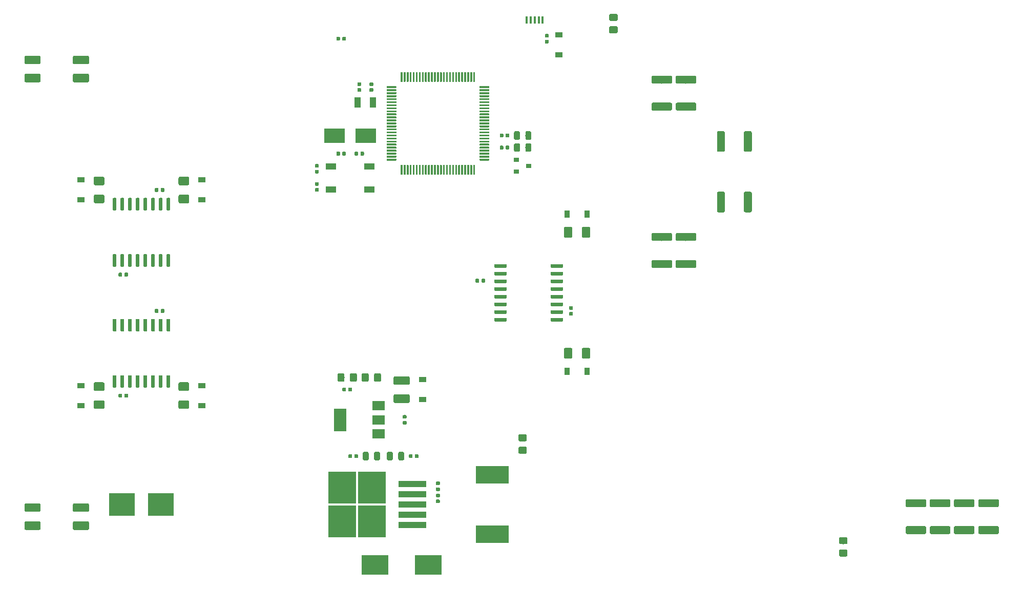
<source format=gbr>
G04 #@! TF.GenerationSoftware,KiCad,Pcbnew,(5.0.1)-3*
G04 #@! TF.CreationDate,2020-10-01T22:01:30+02:00*
G04 #@! TF.ProjectId,QCW Ultimate,51435720556C74696D6174652E6B6963,rev?*
G04 #@! TF.SameCoordinates,Original*
G04 #@! TF.FileFunction,Paste,Top*
G04 #@! TF.FilePolarity,Positive*
%FSLAX46Y46*%
G04 Gerber Fmt 4.6, Leading zero omitted, Abs format (unit mm)*
G04 Created by KiCad (PCBNEW (5.0.1)-3) date 01/10/2020 22:01:30*
%MOMM*%
%LPD*%
G01*
G04 APERTURE LIST*
%ADD10C,0.050800*%
%ADD11C,0.590000*%
%ADD12C,1.150000*%
%ADD13C,1.425000*%
%ADD14C,1.300000*%
%ADD15R,1.200000X0.900000*%
%ADD16R,4.500000X3.300000*%
%ADD17C,0.975000*%
%ADD18R,0.900000X1.200000*%
%ADD19R,4.241800X3.810000*%
%ADD20R,0.450000X1.300000*%
%ADD21R,5.400000X2.900000*%
%ADD22R,1.700000X1.000000*%
%ADD23R,4.600000X1.100000*%
%ADD24R,4.550000X5.250000*%
%ADD25C,0.600000*%
%ADD26R,2.000000X3.800000*%
%ADD27R,2.000000X1.500000*%
%ADD28C,0.300000*%
%ADD29R,3.500000X2.400000*%
%ADD30R,1.000000X1.800000*%
%ADD31R,0.900000X0.800000*%
G04 APERTURE END LIST*
D10*
G04 #@! TO.C,C1*
G36*
X109186958Y-61720710D02*
X109201276Y-61722834D01*
X109215317Y-61726351D01*
X109228946Y-61731228D01*
X109242031Y-61737417D01*
X109254447Y-61744858D01*
X109266073Y-61753481D01*
X109276798Y-61763202D01*
X109286519Y-61773927D01*
X109295142Y-61785553D01*
X109302583Y-61797969D01*
X109308772Y-61811054D01*
X109313649Y-61824683D01*
X109317166Y-61838724D01*
X109319290Y-61853042D01*
X109320000Y-61867500D01*
X109320000Y-62162500D01*
X109319290Y-62176958D01*
X109317166Y-62191276D01*
X109313649Y-62205317D01*
X109308772Y-62218946D01*
X109302583Y-62232031D01*
X109295142Y-62244447D01*
X109286519Y-62256073D01*
X109276798Y-62266798D01*
X109266073Y-62276519D01*
X109254447Y-62285142D01*
X109242031Y-62292583D01*
X109228946Y-62298772D01*
X109215317Y-62303649D01*
X109201276Y-62307166D01*
X109186958Y-62309290D01*
X109172500Y-62310000D01*
X108827500Y-62310000D01*
X108813042Y-62309290D01*
X108798724Y-62307166D01*
X108784683Y-62303649D01*
X108771054Y-62298772D01*
X108757969Y-62292583D01*
X108745553Y-62285142D01*
X108733927Y-62276519D01*
X108723202Y-62266798D01*
X108713481Y-62256073D01*
X108704858Y-62244447D01*
X108697417Y-62232031D01*
X108691228Y-62218946D01*
X108686351Y-62205317D01*
X108682834Y-62191276D01*
X108680710Y-62176958D01*
X108680000Y-62162500D01*
X108680000Y-61867500D01*
X108680710Y-61853042D01*
X108682834Y-61838724D01*
X108686351Y-61824683D01*
X108691228Y-61811054D01*
X108697417Y-61797969D01*
X108704858Y-61785553D01*
X108713481Y-61773927D01*
X108723202Y-61763202D01*
X108733927Y-61753481D01*
X108745553Y-61744858D01*
X108757969Y-61737417D01*
X108771054Y-61731228D01*
X108784683Y-61726351D01*
X108798724Y-61722834D01*
X108813042Y-61720710D01*
X108827500Y-61720000D01*
X109172500Y-61720000D01*
X109186958Y-61720710D01*
X109186958Y-61720710D01*
G37*
D11*
X109000000Y-62015000D03*
D10*
G36*
X109186958Y-62690710D02*
X109201276Y-62692834D01*
X109215317Y-62696351D01*
X109228946Y-62701228D01*
X109242031Y-62707417D01*
X109254447Y-62714858D01*
X109266073Y-62723481D01*
X109276798Y-62733202D01*
X109286519Y-62743927D01*
X109295142Y-62755553D01*
X109302583Y-62767969D01*
X109308772Y-62781054D01*
X109313649Y-62794683D01*
X109317166Y-62808724D01*
X109319290Y-62823042D01*
X109320000Y-62837500D01*
X109320000Y-63132500D01*
X109319290Y-63146958D01*
X109317166Y-63161276D01*
X109313649Y-63175317D01*
X109308772Y-63188946D01*
X109302583Y-63202031D01*
X109295142Y-63214447D01*
X109286519Y-63226073D01*
X109276798Y-63236798D01*
X109266073Y-63246519D01*
X109254447Y-63255142D01*
X109242031Y-63262583D01*
X109228946Y-63268772D01*
X109215317Y-63273649D01*
X109201276Y-63277166D01*
X109186958Y-63279290D01*
X109172500Y-63280000D01*
X108827500Y-63280000D01*
X108813042Y-63279290D01*
X108798724Y-63277166D01*
X108784683Y-63273649D01*
X108771054Y-63268772D01*
X108757969Y-63262583D01*
X108745553Y-63255142D01*
X108733927Y-63246519D01*
X108723202Y-63236798D01*
X108713481Y-63226073D01*
X108704858Y-63214447D01*
X108697417Y-63202031D01*
X108691228Y-63188946D01*
X108686351Y-63175317D01*
X108682834Y-63161276D01*
X108680710Y-63146958D01*
X108680000Y-63132500D01*
X108680000Y-62837500D01*
X108680710Y-62823042D01*
X108682834Y-62808724D01*
X108686351Y-62794683D01*
X108691228Y-62781054D01*
X108697417Y-62767969D01*
X108704858Y-62755553D01*
X108713481Y-62743927D01*
X108723202Y-62733202D01*
X108733927Y-62723481D01*
X108745553Y-62714858D01*
X108757969Y-62707417D01*
X108771054Y-62701228D01*
X108784683Y-62696351D01*
X108798724Y-62692834D01*
X108813042Y-62690710D01*
X108827500Y-62690000D01*
X109172500Y-62690000D01*
X109186958Y-62690710D01*
X109186958Y-62690710D01*
G37*
D11*
X109000000Y-62985000D03*
G04 #@! TD*
D10*
G04 #@! TO.C,C6*
G36*
X143474505Y-103401204D02*
X143498773Y-103404804D01*
X143522572Y-103410765D01*
X143545671Y-103419030D01*
X143567850Y-103429520D01*
X143588893Y-103442132D01*
X143608599Y-103456747D01*
X143626777Y-103473223D01*
X143643253Y-103491401D01*
X143657868Y-103511107D01*
X143670480Y-103532150D01*
X143680970Y-103554329D01*
X143689235Y-103577428D01*
X143695196Y-103601227D01*
X143698796Y-103625495D01*
X143700000Y-103649999D01*
X143700000Y-104300001D01*
X143698796Y-104324505D01*
X143695196Y-104348773D01*
X143689235Y-104372572D01*
X143680970Y-104395671D01*
X143670480Y-104417850D01*
X143657868Y-104438893D01*
X143643253Y-104458599D01*
X143626777Y-104476777D01*
X143608599Y-104493253D01*
X143588893Y-104507868D01*
X143567850Y-104520480D01*
X143545671Y-104530970D01*
X143522572Y-104539235D01*
X143498773Y-104545196D01*
X143474505Y-104548796D01*
X143450001Y-104550000D01*
X142549999Y-104550000D01*
X142525495Y-104548796D01*
X142501227Y-104545196D01*
X142477428Y-104539235D01*
X142454329Y-104530970D01*
X142432150Y-104520480D01*
X142411107Y-104507868D01*
X142391401Y-104493253D01*
X142373223Y-104476777D01*
X142356747Y-104458599D01*
X142342132Y-104438893D01*
X142329520Y-104417850D01*
X142319030Y-104395671D01*
X142310765Y-104372572D01*
X142304804Y-104348773D01*
X142301204Y-104324505D01*
X142300000Y-104300001D01*
X142300000Y-103649999D01*
X142301204Y-103625495D01*
X142304804Y-103601227D01*
X142310765Y-103577428D01*
X142319030Y-103554329D01*
X142329520Y-103532150D01*
X142342132Y-103511107D01*
X142356747Y-103491401D01*
X142373223Y-103473223D01*
X142391401Y-103456747D01*
X142411107Y-103442132D01*
X142432150Y-103429520D01*
X142454329Y-103419030D01*
X142477428Y-103410765D01*
X142501227Y-103404804D01*
X142525495Y-103401204D01*
X142549999Y-103400000D01*
X143450001Y-103400000D01*
X143474505Y-103401204D01*
X143474505Y-103401204D01*
G37*
D12*
X143000000Y-103975000D03*
D10*
G36*
X143474505Y-105451204D02*
X143498773Y-105454804D01*
X143522572Y-105460765D01*
X143545671Y-105469030D01*
X143567850Y-105479520D01*
X143588893Y-105492132D01*
X143608599Y-105506747D01*
X143626777Y-105523223D01*
X143643253Y-105541401D01*
X143657868Y-105561107D01*
X143670480Y-105582150D01*
X143680970Y-105604329D01*
X143689235Y-105627428D01*
X143695196Y-105651227D01*
X143698796Y-105675495D01*
X143700000Y-105699999D01*
X143700000Y-106350001D01*
X143698796Y-106374505D01*
X143695196Y-106398773D01*
X143689235Y-106422572D01*
X143680970Y-106445671D01*
X143670480Y-106467850D01*
X143657868Y-106488893D01*
X143643253Y-106508599D01*
X143626777Y-106526777D01*
X143608599Y-106543253D01*
X143588893Y-106557868D01*
X143567850Y-106570480D01*
X143545671Y-106580970D01*
X143522572Y-106589235D01*
X143498773Y-106595196D01*
X143474505Y-106598796D01*
X143450001Y-106600000D01*
X142549999Y-106600000D01*
X142525495Y-106598796D01*
X142501227Y-106595196D01*
X142477428Y-106589235D01*
X142454329Y-106580970D01*
X142432150Y-106570480D01*
X142411107Y-106557868D01*
X142391401Y-106543253D01*
X142373223Y-106526777D01*
X142356747Y-106508599D01*
X142342132Y-106488893D01*
X142329520Y-106467850D01*
X142319030Y-106445671D01*
X142310765Y-106422572D01*
X142304804Y-106398773D01*
X142301204Y-106374505D01*
X142300000Y-106350001D01*
X142300000Y-105699999D01*
X142301204Y-105675495D01*
X142304804Y-105651227D01*
X142310765Y-105627428D01*
X142319030Y-105604329D01*
X142329520Y-105582150D01*
X142342132Y-105561107D01*
X142356747Y-105541401D01*
X142373223Y-105523223D01*
X142391401Y-105506747D01*
X142411107Y-105492132D01*
X142432150Y-105479520D01*
X142454329Y-105469030D01*
X142477428Y-105460765D01*
X142501227Y-105454804D01*
X142525495Y-105451204D01*
X142549999Y-105450000D01*
X143450001Y-105450000D01*
X143474505Y-105451204D01*
X143474505Y-105451204D01*
G37*
D12*
X143000000Y-106025000D03*
G04 #@! TD*
D10*
G04 #@! TO.C,C14*
G36*
X113646958Y-37680710D02*
X113661276Y-37682834D01*
X113675317Y-37686351D01*
X113688946Y-37691228D01*
X113702031Y-37697417D01*
X113714447Y-37704858D01*
X113726073Y-37713481D01*
X113736798Y-37723202D01*
X113746519Y-37733927D01*
X113755142Y-37745553D01*
X113762583Y-37757969D01*
X113768772Y-37771054D01*
X113773649Y-37784683D01*
X113777166Y-37798724D01*
X113779290Y-37813042D01*
X113780000Y-37827500D01*
X113780000Y-38172500D01*
X113779290Y-38186958D01*
X113777166Y-38201276D01*
X113773649Y-38215317D01*
X113768772Y-38228946D01*
X113762583Y-38242031D01*
X113755142Y-38254447D01*
X113746519Y-38266073D01*
X113736798Y-38276798D01*
X113726073Y-38286519D01*
X113714447Y-38295142D01*
X113702031Y-38302583D01*
X113688946Y-38308772D01*
X113675317Y-38313649D01*
X113661276Y-38317166D01*
X113646958Y-38319290D01*
X113632500Y-38320000D01*
X113337500Y-38320000D01*
X113323042Y-38319290D01*
X113308724Y-38317166D01*
X113294683Y-38313649D01*
X113281054Y-38308772D01*
X113267969Y-38302583D01*
X113255553Y-38295142D01*
X113243927Y-38286519D01*
X113233202Y-38276798D01*
X113223481Y-38266073D01*
X113214858Y-38254447D01*
X113207417Y-38242031D01*
X113201228Y-38228946D01*
X113196351Y-38215317D01*
X113192834Y-38201276D01*
X113190710Y-38186958D01*
X113190000Y-38172500D01*
X113190000Y-37827500D01*
X113190710Y-37813042D01*
X113192834Y-37798724D01*
X113196351Y-37784683D01*
X113201228Y-37771054D01*
X113207417Y-37757969D01*
X113214858Y-37745553D01*
X113223481Y-37733927D01*
X113233202Y-37723202D01*
X113243927Y-37713481D01*
X113255553Y-37704858D01*
X113267969Y-37697417D01*
X113281054Y-37691228D01*
X113294683Y-37686351D01*
X113308724Y-37682834D01*
X113323042Y-37680710D01*
X113337500Y-37680000D01*
X113632500Y-37680000D01*
X113646958Y-37680710D01*
X113646958Y-37680710D01*
G37*
D11*
X113485000Y-38000000D03*
D10*
G36*
X112676958Y-37680710D02*
X112691276Y-37682834D01*
X112705317Y-37686351D01*
X112718946Y-37691228D01*
X112732031Y-37697417D01*
X112744447Y-37704858D01*
X112756073Y-37713481D01*
X112766798Y-37723202D01*
X112776519Y-37733927D01*
X112785142Y-37745553D01*
X112792583Y-37757969D01*
X112798772Y-37771054D01*
X112803649Y-37784683D01*
X112807166Y-37798724D01*
X112809290Y-37813042D01*
X112810000Y-37827500D01*
X112810000Y-38172500D01*
X112809290Y-38186958D01*
X112807166Y-38201276D01*
X112803649Y-38215317D01*
X112798772Y-38228946D01*
X112792583Y-38242031D01*
X112785142Y-38254447D01*
X112776519Y-38266073D01*
X112766798Y-38276798D01*
X112756073Y-38286519D01*
X112744447Y-38295142D01*
X112732031Y-38302583D01*
X112718946Y-38308772D01*
X112705317Y-38313649D01*
X112691276Y-38317166D01*
X112676958Y-38319290D01*
X112662500Y-38320000D01*
X112367500Y-38320000D01*
X112353042Y-38319290D01*
X112338724Y-38317166D01*
X112324683Y-38313649D01*
X112311054Y-38308772D01*
X112297969Y-38302583D01*
X112285553Y-38295142D01*
X112273927Y-38286519D01*
X112263202Y-38276798D01*
X112253481Y-38266073D01*
X112244858Y-38254447D01*
X112237417Y-38242031D01*
X112231228Y-38228946D01*
X112226351Y-38215317D01*
X112222834Y-38201276D01*
X112220710Y-38186958D01*
X112220000Y-38172500D01*
X112220000Y-37827500D01*
X112220710Y-37813042D01*
X112222834Y-37798724D01*
X112226351Y-37784683D01*
X112231228Y-37771054D01*
X112237417Y-37757969D01*
X112244858Y-37745553D01*
X112253481Y-37733927D01*
X112263202Y-37723202D01*
X112273927Y-37713481D01*
X112285553Y-37704858D01*
X112297969Y-37697417D01*
X112311054Y-37691228D01*
X112324683Y-37686351D01*
X112338724Y-37682834D01*
X112353042Y-37680710D01*
X112367500Y-37680000D01*
X112662500Y-37680000D01*
X112676958Y-37680710D01*
X112676958Y-37680710D01*
G37*
D11*
X112515000Y-38000000D03*
G04 #@! TD*
D10*
G04 #@! TO.C,C22*
G36*
X113646958Y-56680710D02*
X113661276Y-56682834D01*
X113675317Y-56686351D01*
X113688946Y-56691228D01*
X113702031Y-56697417D01*
X113714447Y-56704858D01*
X113726073Y-56713481D01*
X113736798Y-56723202D01*
X113746519Y-56733927D01*
X113755142Y-56745553D01*
X113762583Y-56757969D01*
X113768772Y-56771054D01*
X113773649Y-56784683D01*
X113777166Y-56798724D01*
X113779290Y-56813042D01*
X113780000Y-56827500D01*
X113780000Y-57172500D01*
X113779290Y-57186958D01*
X113777166Y-57201276D01*
X113773649Y-57215317D01*
X113768772Y-57228946D01*
X113762583Y-57242031D01*
X113755142Y-57254447D01*
X113746519Y-57266073D01*
X113736798Y-57276798D01*
X113726073Y-57286519D01*
X113714447Y-57295142D01*
X113702031Y-57302583D01*
X113688946Y-57308772D01*
X113675317Y-57313649D01*
X113661276Y-57317166D01*
X113646958Y-57319290D01*
X113632500Y-57320000D01*
X113337500Y-57320000D01*
X113323042Y-57319290D01*
X113308724Y-57317166D01*
X113294683Y-57313649D01*
X113281054Y-57308772D01*
X113267969Y-57302583D01*
X113255553Y-57295142D01*
X113243927Y-57286519D01*
X113233202Y-57276798D01*
X113223481Y-57266073D01*
X113214858Y-57254447D01*
X113207417Y-57242031D01*
X113201228Y-57228946D01*
X113196351Y-57215317D01*
X113192834Y-57201276D01*
X113190710Y-57186958D01*
X113190000Y-57172500D01*
X113190000Y-56827500D01*
X113190710Y-56813042D01*
X113192834Y-56798724D01*
X113196351Y-56784683D01*
X113201228Y-56771054D01*
X113207417Y-56757969D01*
X113214858Y-56745553D01*
X113223481Y-56733927D01*
X113233202Y-56723202D01*
X113243927Y-56713481D01*
X113255553Y-56704858D01*
X113267969Y-56697417D01*
X113281054Y-56691228D01*
X113294683Y-56686351D01*
X113308724Y-56682834D01*
X113323042Y-56680710D01*
X113337500Y-56680000D01*
X113632500Y-56680000D01*
X113646958Y-56680710D01*
X113646958Y-56680710D01*
G37*
D11*
X113485000Y-57000000D03*
D10*
G36*
X112676958Y-56680710D02*
X112691276Y-56682834D01*
X112705317Y-56686351D01*
X112718946Y-56691228D01*
X112732031Y-56697417D01*
X112744447Y-56704858D01*
X112756073Y-56713481D01*
X112766798Y-56723202D01*
X112776519Y-56733927D01*
X112785142Y-56745553D01*
X112792583Y-56757969D01*
X112798772Y-56771054D01*
X112803649Y-56784683D01*
X112807166Y-56798724D01*
X112809290Y-56813042D01*
X112810000Y-56827500D01*
X112810000Y-57172500D01*
X112809290Y-57186958D01*
X112807166Y-57201276D01*
X112803649Y-57215317D01*
X112798772Y-57228946D01*
X112792583Y-57242031D01*
X112785142Y-57254447D01*
X112776519Y-57266073D01*
X112766798Y-57276798D01*
X112756073Y-57286519D01*
X112744447Y-57295142D01*
X112732031Y-57302583D01*
X112718946Y-57308772D01*
X112705317Y-57313649D01*
X112691276Y-57317166D01*
X112676958Y-57319290D01*
X112662500Y-57320000D01*
X112367500Y-57320000D01*
X112353042Y-57319290D01*
X112338724Y-57317166D01*
X112324683Y-57313649D01*
X112311054Y-57308772D01*
X112297969Y-57302583D01*
X112285553Y-57295142D01*
X112273927Y-57286519D01*
X112263202Y-57276798D01*
X112253481Y-57266073D01*
X112244858Y-57254447D01*
X112237417Y-57242031D01*
X112231228Y-57228946D01*
X112226351Y-57215317D01*
X112222834Y-57201276D01*
X112220710Y-57186958D01*
X112220000Y-57172500D01*
X112220000Y-56827500D01*
X112220710Y-56813042D01*
X112222834Y-56798724D01*
X112226351Y-56784683D01*
X112231228Y-56771054D01*
X112237417Y-56757969D01*
X112244858Y-56745553D01*
X112253481Y-56733927D01*
X112263202Y-56723202D01*
X112273927Y-56713481D01*
X112285553Y-56704858D01*
X112297969Y-56697417D01*
X112311054Y-56691228D01*
X112324683Y-56686351D01*
X112338724Y-56682834D01*
X112353042Y-56680710D01*
X112367500Y-56680000D01*
X112662500Y-56680000D01*
X112676958Y-56680710D01*
X112676958Y-56680710D01*
G37*
D11*
X112515000Y-57000000D03*
G04 #@! TD*
D10*
G04 #@! TO.C,C23*
G36*
X117324505Y-93301204D02*
X117348773Y-93304804D01*
X117372572Y-93310765D01*
X117395671Y-93319030D01*
X117417850Y-93329520D01*
X117438893Y-93342132D01*
X117458599Y-93356747D01*
X117476777Y-93373223D01*
X117493253Y-93391401D01*
X117507868Y-93411107D01*
X117520480Y-93432150D01*
X117530970Y-93454329D01*
X117539235Y-93477428D01*
X117545196Y-93501227D01*
X117548796Y-93525495D01*
X117550000Y-93549999D01*
X117550000Y-94450001D01*
X117548796Y-94474505D01*
X117545196Y-94498773D01*
X117539235Y-94522572D01*
X117530970Y-94545671D01*
X117520480Y-94567850D01*
X117507868Y-94588893D01*
X117493253Y-94608599D01*
X117476777Y-94626777D01*
X117458599Y-94643253D01*
X117438893Y-94657868D01*
X117417850Y-94670480D01*
X117395671Y-94680970D01*
X117372572Y-94689235D01*
X117348773Y-94695196D01*
X117324505Y-94698796D01*
X117300001Y-94700000D01*
X116649999Y-94700000D01*
X116625495Y-94698796D01*
X116601227Y-94695196D01*
X116577428Y-94689235D01*
X116554329Y-94680970D01*
X116532150Y-94670480D01*
X116511107Y-94657868D01*
X116491401Y-94643253D01*
X116473223Y-94626777D01*
X116456747Y-94608599D01*
X116442132Y-94588893D01*
X116429520Y-94567850D01*
X116419030Y-94545671D01*
X116410765Y-94522572D01*
X116404804Y-94498773D01*
X116401204Y-94474505D01*
X116400000Y-94450001D01*
X116400000Y-93549999D01*
X116401204Y-93525495D01*
X116404804Y-93501227D01*
X116410765Y-93477428D01*
X116419030Y-93454329D01*
X116429520Y-93432150D01*
X116442132Y-93411107D01*
X116456747Y-93391401D01*
X116473223Y-93373223D01*
X116491401Y-93356747D01*
X116511107Y-93342132D01*
X116532150Y-93329520D01*
X116554329Y-93319030D01*
X116577428Y-93310765D01*
X116601227Y-93304804D01*
X116625495Y-93301204D01*
X116649999Y-93300000D01*
X117300001Y-93300000D01*
X117324505Y-93301204D01*
X117324505Y-93301204D01*
G37*
D12*
X116975000Y-94000000D03*
D10*
G36*
X119374505Y-93301204D02*
X119398773Y-93304804D01*
X119422572Y-93310765D01*
X119445671Y-93319030D01*
X119467850Y-93329520D01*
X119488893Y-93342132D01*
X119508599Y-93356747D01*
X119526777Y-93373223D01*
X119543253Y-93391401D01*
X119557868Y-93411107D01*
X119570480Y-93432150D01*
X119580970Y-93454329D01*
X119589235Y-93477428D01*
X119595196Y-93501227D01*
X119598796Y-93525495D01*
X119600000Y-93549999D01*
X119600000Y-94450001D01*
X119598796Y-94474505D01*
X119595196Y-94498773D01*
X119589235Y-94522572D01*
X119580970Y-94545671D01*
X119570480Y-94567850D01*
X119557868Y-94588893D01*
X119543253Y-94608599D01*
X119526777Y-94626777D01*
X119508599Y-94643253D01*
X119488893Y-94657868D01*
X119467850Y-94670480D01*
X119445671Y-94680970D01*
X119422572Y-94689235D01*
X119398773Y-94695196D01*
X119374505Y-94698796D01*
X119350001Y-94700000D01*
X118699999Y-94700000D01*
X118675495Y-94698796D01*
X118651227Y-94695196D01*
X118627428Y-94689235D01*
X118604329Y-94680970D01*
X118582150Y-94670480D01*
X118561107Y-94657868D01*
X118541401Y-94643253D01*
X118523223Y-94626777D01*
X118506747Y-94608599D01*
X118492132Y-94588893D01*
X118479520Y-94567850D01*
X118469030Y-94545671D01*
X118460765Y-94522572D01*
X118454804Y-94498773D01*
X118451204Y-94474505D01*
X118450000Y-94450001D01*
X118450000Y-93549999D01*
X118451204Y-93525495D01*
X118454804Y-93501227D01*
X118460765Y-93477428D01*
X118469030Y-93454329D01*
X118479520Y-93432150D01*
X118492132Y-93411107D01*
X118506747Y-93391401D01*
X118523223Y-93373223D01*
X118541401Y-93356747D01*
X118561107Y-93342132D01*
X118582150Y-93329520D01*
X118604329Y-93319030D01*
X118627428Y-93310765D01*
X118651227Y-93304804D01*
X118675495Y-93301204D01*
X118699999Y-93300000D01*
X119350001Y-93300000D01*
X119374505Y-93301204D01*
X119374505Y-93301204D01*
G37*
D12*
X119025000Y-94000000D03*
G04 #@! TD*
D10*
G04 #@! TO.C,C26*
G36*
X115374505Y-93301204D02*
X115398773Y-93304804D01*
X115422572Y-93310765D01*
X115445671Y-93319030D01*
X115467850Y-93329520D01*
X115488893Y-93342132D01*
X115508599Y-93356747D01*
X115526777Y-93373223D01*
X115543253Y-93391401D01*
X115557868Y-93411107D01*
X115570480Y-93432150D01*
X115580970Y-93454329D01*
X115589235Y-93477428D01*
X115595196Y-93501227D01*
X115598796Y-93525495D01*
X115600000Y-93549999D01*
X115600000Y-94450001D01*
X115598796Y-94474505D01*
X115595196Y-94498773D01*
X115589235Y-94522572D01*
X115580970Y-94545671D01*
X115570480Y-94567850D01*
X115557868Y-94588893D01*
X115543253Y-94608599D01*
X115526777Y-94626777D01*
X115508599Y-94643253D01*
X115488893Y-94657868D01*
X115467850Y-94670480D01*
X115445671Y-94680970D01*
X115422572Y-94689235D01*
X115398773Y-94695196D01*
X115374505Y-94698796D01*
X115350001Y-94700000D01*
X114699999Y-94700000D01*
X114675495Y-94698796D01*
X114651227Y-94695196D01*
X114627428Y-94689235D01*
X114604329Y-94680970D01*
X114582150Y-94670480D01*
X114561107Y-94657868D01*
X114541401Y-94643253D01*
X114523223Y-94626777D01*
X114506747Y-94608599D01*
X114492132Y-94588893D01*
X114479520Y-94567850D01*
X114469030Y-94545671D01*
X114460765Y-94522572D01*
X114454804Y-94498773D01*
X114451204Y-94474505D01*
X114450000Y-94450001D01*
X114450000Y-93549999D01*
X114451204Y-93525495D01*
X114454804Y-93501227D01*
X114460765Y-93477428D01*
X114469030Y-93454329D01*
X114479520Y-93432150D01*
X114492132Y-93411107D01*
X114506747Y-93391401D01*
X114523223Y-93373223D01*
X114541401Y-93356747D01*
X114561107Y-93342132D01*
X114582150Y-93329520D01*
X114604329Y-93319030D01*
X114627428Y-93310765D01*
X114651227Y-93304804D01*
X114675495Y-93301204D01*
X114699999Y-93300000D01*
X115350001Y-93300000D01*
X115374505Y-93301204D01*
X115374505Y-93301204D01*
G37*
D12*
X115025000Y-94000000D03*
D10*
G36*
X113324505Y-93301204D02*
X113348773Y-93304804D01*
X113372572Y-93310765D01*
X113395671Y-93319030D01*
X113417850Y-93329520D01*
X113438893Y-93342132D01*
X113458599Y-93356747D01*
X113476777Y-93373223D01*
X113493253Y-93391401D01*
X113507868Y-93411107D01*
X113520480Y-93432150D01*
X113530970Y-93454329D01*
X113539235Y-93477428D01*
X113545196Y-93501227D01*
X113548796Y-93525495D01*
X113550000Y-93549999D01*
X113550000Y-94450001D01*
X113548796Y-94474505D01*
X113545196Y-94498773D01*
X113539235Y-94522572D01*
X113530970Y-94545671D01*
X113520480Y-94567850D01*
X113507868Y-94588893D01*
X113493253Y-94608599D01*
X113476777Y-94626777D01*
X113458599Y-94643253D01*
X113438893Y-94657868D01*
X113417850Y-94670480D01*
X113395671Y-94680970D01*
X113372572Y-94689235D01*
X113348773Y-94695196D01*
X113324505Y-94698796D01*
X113300001Y-94700000D01*
X112649999Y-94700000D01*
X112625495Y-94698796D01*
X112601227Y-94695196D01*
X112577428Y-94689235D01*
X112554329Y-94680970D01*
X112532150Y-94670480D01*
X112511107Y-94657868D01*
X112491401Y-94643253D01*
X112473223Y-94626777D01*
X112456747Y-94608599D01*
X112442132Y-94588893D01*
X112429520Y-94567850D01*
X112419030Y-94545671D01*
X112410765Y-94522572D01*
X112404804Y-94498773D01*
X112401204Y-94474505D01*
X112400000Y-94450001D01*
X112400000Y-93549999D01*
X112401204Y-93525495D01*
X112404804Y-93501227D01*
X112410765Y-93477428D01*
X112419030Y-93454329D01*
X112429520Y-93432150D01*
X112442132Y-93411107D01*
X112456747Y-93391401D01*
X112473223Y-93373223D01*
X112491401Y-93356747D01*
X112511107Y-93342132D01*
X112532150Y-93329520D01*
X112554329Y-93319030D01*
X112577428Y-93310765D01*
X112601227Y-93304804D01*
X112625495Y-93301204D01*
X112649999Y-93300000D01*
X113300001Y-93300000D01*
X113324505Y-93301204D01*
X113324505Y-93301204D01*
G37*
D12*
X112975000Y-94000000D03*
G04 #@! TD*
D10*
G04 #@! TO.C,C28*
G36*
X116646958Y-56680710D02*
X116661276Y-56682834D01*
X116675317Y-56686351D01*
X116688946Y-56691228D01*
X116702031Y-56697417D01*
X116714447Y-56704858D01*
X116726073Y-56713481D01*
X116736798Y-56723202D01*
X116746519Y-56733927D01*
X116755142Y-56745553D01*
X116762583Y-56757969D01*
X116768772Y-56771054D01*
X116773649Y-56784683D01*
X116777166Y-56798724D01*
X116779290Y-56813042D01*
X116780000Y-56827500D01*
X116780000Y-57172500D01*
X116779290Y-57186958D01*
X116777166Y-57201276D01*
X116773649Y-57215317D01*
X116768772Y-57228946D01*
X116762583Y-57242031D01*
X116755142Y-57254447D01*
X116746519Y-57266073D01*
X116736798Y-57276798D01*
X116726073Y-57286519D01*
X116714447Y-57295142D01*
X116702031Y-57302583D01*
X116688946Y-57308772D01*
X116675317Y-57313649D01*
X116661276Y-57317166D01*
X116646958Y-57319290D01*
X116632500Y-57320000D01*
X116337500Y-57320000D01*
X116323042Y-57319290D01*
X116308724Y-57317166D01*
X116294683Y-57313649D01*
X116281054Y-57308772D01*
X116267969Y-57302583D01*
X116255553Y-57295142D01*
X116243927Y-57286519D01*
X116233202Y-57276798D01*
X116223481Y-57266073D01*
X116214858Y-57254447D01*
X116207417Y-57242031D01*
X116201228Y-57228946D01*
X116196351Y-57215317D01*
X116192834Y-57201276D01*
X116190710Y-57186958D01*
X116190000Y-57172500D01*
X116190000Y-56827500D01*
X116190710Y-56813042D01*
X116192834Y-56798724D01*
X116196351Y-56784683D01*
X116201228Y-56771054D01*
X116207417Y-56757969D01*
X116214858Y-56745553D01*
X116223481Y-56733927D01*
X116233202Y-56723202D01*
X116243927Y-56713481D01*
X116255553Y-56704858D01*
X116267969Y-56697417D01*
X116281054Y-56691228D01*
X116294683Y-56686351D01*
X116308724Y-56682834D01*
X116323042Y-56680710D01*
X116337500Y-56680000D01*
X116632500Y-56680000D01*
X116646958Y-56680710D01*
X116646958Y-56680710D01*
G37*
D11*
X116485000Y-57000000D03*
D10*
G36*
X115676958Y-56680710D02*
X115691276Y-56682834D01*
X115705317Y-56686351D01*
X115718946Y-56691228D01*
X115732031Y-56697417D01*
X115744447Y-56704858D01*
X115756073Y-56713481D01*
X115766798Y-56723202D01*
X115776519Y-56733927D01*
X115785142Y-56745553D01*
X115792583Y-56757969D01*
X115798772Y-56771054D01*
X115803649Y-56784683D01*
X115807166Y-56798724D01*
X115809290Y-56813042D01*
X115810000Y-56827500D01*
X115810000Y-57172500D01*
X115809290Y-57186958D01*
X115807166Y-57201276D01*
X115803649Y-57215317D01*
X115798772Y-57228946D01*
X115792583Y-57242031D01*
X115785142Y-57254447D01*
X115776519Y-57266073D01*
X115766798Y-57276798D01*
X115756073Y-57286519D01*
X115744447Y-57295142D01*
X115732031Y-57302583D01*
X115718946Y-57308772D01*
X115705317Y-57313649D01*
X115691276Y-57317166D01*
X115676958Y-57319290D01*
X115662500Y-57320000D01*
X115367500Y-57320000D01*
X115353042Y-57319290D01*
X115338724Y-57317166D01*
X115324683Y-57313649D01*
X115311054Y-57308772D01*
X115297969Y-57302583D01*
X115285553Y-57295142D01*
X115273927Y-57286519D01*
X115263202Y-57276798D01*
X115253481Y-57266073D01*
X115244858Y-57254447D01*
X115237417Y-57242031D01*
X115231228Y-57228946D01*
X115226351Y-57215317D01*
X115222834Y-57201276D01*
X115220710Y-57186958D01*
X115220000Y-57172500D01*
X115220000Y-56827500D01*
X115220710Y-56813042D01*
X115222834Y-56798724D01*
X115226351Y-56784683D01*
X115231228Y-56771054D01*
X115237417Y-56757969D01*
X115244858Y-56745553D01*
X115253481Y-56733927D01*
X115263202Y-56723202D01*
X115273927Y-56713481D01*
X115285553Y-56704858D01*
X115297969Y-56697417D01*
X115311054Y-56691228D01*
X115324683Y-56686351D01*
X115338724Y-56682834D01*
X115353042Y-56680710D01*
X115367500Y-56680000D01*
X115662500Y-56680000D01*
X115676958Y-56680710D01*
X115676958Y-56680710D01*
G37*
D11*
X115515000Y-57000000D03*
G04 #@! TD*
D10*
G04 #@! TO.C,C34*
G36*
X63099504Y-43776204D02*
X63123773Y-43779804D01*
X63147571Y-43785765D01*
X63170671Y-43794030D01*
X63192849Y-43804520D01*
X63213893Y-43817133D01*
X63233598Y-43831747D01*
X63251777Y-43848223D01*
X63268253Y-43866402D01*
X63282867Y-43886107D01*
X63295480Y-43907151D01*
X63305970Y-43929329D01*
X63314235Y-43952429D01*
X63320196Y-43976227D01*
X63323796Y-44000496D01*
X63325000Y-44025000D01*
X63325000Y-44950000D01*
X63323796Y-44974504D01*
X63320196Y-44998773D01*
X63314235Y-45022571D01*
X63305970Y-45045671D01*
X63295480Y-45067849D01*
X63282867Y-45088893D01*
X63268253Y-45108598D01*
X63251777Y-45126777D01*
X63233598Y-45143253D01*
X63213893Y-45157867D01*
X63192849Y-45170480D01*
X63170671Y-45180970D01*
X63147571Y-45189235D01*
X63123773Y-45195196D01*
X63099504Y-45198796D01*
X63075000Y-45200000D01*
X60925000Y-45200000D01*
X60900496Y-45198796D01*
X60876227Y-45195196D01*
X60852429Y-45189235D01*
X60829329Y-45180970D01*
X60807151Y-45170480D01*
X60786107Y-45157867D01*
X60766402Y-45143253D01*
X60748223Y-45126777D01*
X60731747Y-45108598D01*
X60717133Y-45088893D01*
X60704520Y-45067849D01*
X60694030Y-45045671D01*
X60685765Y-45022571D01*
X60679804Y-44998773D01*
X60676204Y-44974504D01*
X60675000Y-44950000D01*
X60675000Y-44025000D01*
X60676204Y-44000496D01*
X60679804Y-43976227D01*
X60685765Y-43952429D01*
X60694030Y-43929329D01*
X60704520Y-43907151D01*
X60717133Y-43886107D01*
X60731747Y-43866402D01*
X60748223Y-43848223D01*
X60766402Y-43831747D01*
X60786107Y-43817133D01*
X60807151Y-43804520D01*
X60829329Y-43794030D01*
X60852429Y-43785765D01*
X60876227Y-43779804D01*
X60900496Y-43776204D01*
X60925000Y-43775000D01*
X63075000Y-43775000D01*
X63099504Y-43776204D01*
X63099504Y-43776204D01*
G37*
D13*
X62000000Y-44487500D03*
D10*
G36*
X63099504Y-40801204D02*
X63123773Y-40804804D01*
X63147571Y-40810765D01*
X63170671Y-40819030D01*
X63192849Y-40829520D01*
X63213893Y-40842133D01*
X63233598Y-40856747D01*
X63251777Y-40873223D01*
X63268253Y-40891402D01*
X63282867Y-40911107D01*
X63295480Y-40932151D01*
X63305970Y-40954329D01*
X63314235Y-40977429D01*
X63320196Y-41001227D01*
X63323796Y-41025496D01*
X63325000Y-41050000D01*
X63325000Y-41975000D01*
X63323796Y-41999504D01*
X63320196Y-42023773D01*
X63314235Y-42047571D01*
X63305970Y-42070671D01*
X63295480Y-42092849D01*
X63282867Y-42113893D01*
X63268253Y-42133598D01*
X63251777Y-42151777D01*
X63233598Y-42168253D01*
X63213893Y-42182867D01*
X63192849Y-42195480D01*
X63170671Y-42205970D01*
X63147571Y-42214235D01*
X63123773Y-42220196D01*
X63099504Y-42223796D01*
X63075000Y-42225000D01*
X60925000Y-42225000D01*
X60900496Y-42223796D01*
X60876227Y-42220196D01*
X60852429Y-42214235D01*
X60829329Y-42205970D01*
X60807151Y-42195480D01*
X60786107Y-42182867D01*
X60766402Y-42168253D01*
X60748223Y-42151777D01*
X60731747Y-42133598D01*
X60717133Y-42113893D01*
X60704520Y-42092849D01*
X60694030Y-42070671D01*
X60685765Y-42047571D01*
X60679804Y-42023773D01*
X60676204Y-41999504D01*
X60675000Y-41975000D01*
X60675000Y-41050000D01*
X60676204Y-41025496D01*
X60679804Y-41001227D01*
X60685765Y-40977429D01*
X60694030Y-40954329D01*
X60704520Y-40932151D01*
X60717133Y-40911107D01*
X60731747Y-40891402D01*
X60748223Y-40873223D01*
X60766402Y-40856747D01*
X60786107Y-40842133D01*
X60807151Y-40829520D01*
X60829329Y-40819030D01*
X60852429Y-40810765D01*
X60876227Y-40804804D01*
X60900496Y-40801204D01*
X60925000Y-40800000D01*
X63075000Y-40800000D01*
X63099504Y-40801204D01*
X63099504Y-40801204D01*
G37*
D13*
X62000000Y-41512500D03*
G04 #@! TD*
D10*
G04 #@! TO.C,C35*
G36*
X71099504Y-40801204D02*
X71123773Y-40804804D01*
X71147571Y-40810765D01*
X71170671Y-40819030D01*
X71192849Y-40829520D01*
X71213893Y-40842133D01*
X71233598Y-40856747D01*
X71251777Y-40873223D01*
X71268253Y-40891402D01*
X71282867Y-40911107D01*
X71295480Y-40932151D01*
X71305970Y-40954329D01*
X71314235Y-40977429D01*
X71320196Y-41001227D01*
X71323796Y-41025496D01*
X71325000Y-41050000D01*
X71325000Y-41975000D01*
X71323796Y-41999504D01*
X71320196Y-42023773D01*
X71314235Y-42047571D01*
X71305970Y-42070671D01*
X71295480Y-42092849D01*
X71282867Y-42113893D01*
X71268253Y-42133598D01*
X71251777Y-42151777D01*
X71233598Y-42168253D01*
X71213893Y-42182867D01*
X71192849Y-42195480D01*
X71170671Y-42205970D01*
X71147571Y-42214235D01*
X71123773Y-42220196D01*
X71099504Y-42223796D01*
X71075000Y-42225000D01*
X68925000Y-42225000D01*
X68900496Y-42223796D01*
X68876227Y-42220196D01*
X68852429Y-42214235D01*
X68829329Y-42205970D01*
X68807151Y-42195480D01*
X68786107Y-42182867D01*
X68766402Y-42168253D01*
X68748223Y-42151777D01*
X68731747Y-42133598D01*
X68717133Y-42113893D01*
X68704520Y-42092849D01*
X68694030Y-42070671D01*
X68685765Y-42047571D01*
X68679804Y-42023773D01*
X68676204Y-41999504D01*
X68675000Y-41975000D01*
X68675000Y-41050000D01*
X68676204Y-41025496D01*
X68679804Y-41001227D01*
X68685765Y-40977429D01*
X68694030Y-40954329D01*
X68704520Y-40932151D01*
X68717133Y-40911107D01*
X68731747Y-40891402D01*
X68748223Y-40873223D01*
X68766402Y-40856747D01*
X68786107Y-40842133D01*
X68807151Y-40829520D01*
X68829329Y-40819030D01*
X68852429Y-40810765D01*
X68876227Y-40804804D01*
X68900496Y-40801204D01*
X68925000Y-40800000D01*
X71075000Y-40800000D01*
X71099504Y-40801204D01*
X71099504Y-40801204D01*
G37*
D13*
X70000000Y-41512500D03*
D10*
G36*
X71099504Y-43776204D02*
X71123773Y-43779804D01*
X71147571Y-43785765D01*
X71170671Y-43794030D01*
X71192849Y-43804520D01*
X71213893Y-43817133D01*
X71233598Y-43831747D01*
X71251777Y-43848223D01*
X71268253Y-43866402D01*
X71282867Y-43886107D01*
X71295480Y-43907151D01*
X71305970Y-43929329D01*
X71314235Y-43952429D01*
X71320196Y-43976227D01*
X71323796Y-44000496D01*
X71325000Y-44025000D01*
X71325000Y-44950000D01*
X71323796Y-44974504D01*
X71320196Y-44998773D01*
X71314235Y-45022571D01*
X71305970Y-45045671D01*
X71295480Y-45067849D01*
X71282867Y-45088893D01*
X71268253Y-45108598D01*
X71251777Y-45126777D01*
X71233598Y-45143253D01*
X71213893Y-45157867D01*
X71192849Y-45170480D01*
X71170671Y-45180970D01*
X71147571Y-45189235D01*
X71123773Y-45195196D01*
X71099504Y-45198796D01*
X71075000Y-45200000D01*
X68925000Y-45200000D01*
X68900496Y-45198796D01*
X68876227Y-45195196D01*
X68852429Y-45189235D01*
X68829329Y-45180970D01*
X68807151Y-45170480D01*
X68786107Y-45157867D01*
X68766402Y-45143253D01*
X68748223Y-45126777D01*
X68731747Y-45108598D01*
X68717133Y-45088893D01*
X68704520Y-45067849D01*
X68694030Y-45045671D01*
X68685765Y-45022571D01*
X68679804Y-44998773D01*
X68676204Y-44974504D01*
X68675000Y-44950000D01*
X68675000Y-44025000D01*
X68676204Y-44000496D01*
X68679804Y-43976227D01*
X68685765Y-43952429D01*
X68694030Y-43929329D01*
X68704520Y-43907151D01*
X68717133Y-43886107D01*
X68731747Y-43866402D01*
X68748223Y-43848223D01*
X68766402Y-43831747D01*
X68786107Y-43817133D01*
X68807151Y-43804520D01*
X68829329Y-43794030D01*
X68852429Y-43785765D01*
X68876227Y-43779804D01*
X68900496Y-43776204D01*
X68925000Y-43775000D01*
X71075000Y-43775000D01*
X71099504Y-43776204D01*
X71099504Y-43776204D01*
G37*
D13*
X70000000Y-44487500D03*
G04 #@! TD*
D10*
G04 #@! TO.C,C36*
G36*
X63099504Y-114801204D02*
X63123773Y-114804804D01*
X63147571Y-114810765D01*
X63170671Y-114819030D01*
X63192849Y-114829520D01*
X63213893Y-114842133D01*
X63233598Y-114856747D01*
X63251777Y-114873223D01*
X63268253Y-114891402D01*
X63282867Y-114911107D01*
X63295480Y-114932151D01*
X63305970Y-114954329D01*
X63314235Y-114977429D01*
X63320196Y-115001227D01*
X63323796Y-115025496D01*
X63325000Y-115050000D01*
X63325000Y-115975000D01*
X63323796Y-115999504D01*
X63320196Y-116023773D01*
X63314235Y-116047571D01*
X63305970Y-116070671D01*
X63295480Y-116092849D01*
X63282867Y-116113893D01*
X63268253Y-116133598D01*
X63251777Y-116151777D01*
X63233598Y-116168253D01*
X63213893Y-116182867D01*
X63192849Y-116195480D01*
X63170671Y-116205970D01*
X63147571Y-116214235D01*
X63123773Y-116220196D01*
X63099504Y-116223796D01*
X63075000Y-116225000D01*
X60925000Y-116225000D01*
X60900496Y-116223796D01*
X60876227Y-116220196D01*
X60852429Y-116214235D01*
X60829329Y-116205970D01*
X60807151Y-116195480D01*
X60786107Y-116182867D01*
X60766402Y-116168253D01*
X60748223Y-116151777D01*
X60731747Y-116133598D01*
X60717133Y-116113893D01*
X60704520Y-116092849D01*
X60694030Y-116070671D01*
X60685765Y-116047571D01*
X60679804Y-116023773D01*
X60676204Y-115999504D01*
X60675000Y-115975000D01*
X60675000Y-115050000D01*
X60676204Y-115025496D01*
X60679804Y-115001227D01*
X60685765Y-114977429D01*
X60694030Y-114954329D01*
X60704520Y-114932151D01*
X60717133Y-114911107D01*
X60731747Y-114891402D01*
X60748223Y-114873223D01*
X60766402Y-114856747D01*
X60786107Y-114842133D01*
X60807151Y-114829520D01*
X60829329Y-114819030D01*
X60852429Y-114810765D01*
X60876227Y-114804804D01*
X60900496Y-114801204D01*
X60925000Y-114800000D01*
X63075000Y-114800000D01*
X63099504Y-114801204D01*
X63099504Y-114801204D01*
G37*
D13*
X62000000Y-115512500D03*
D10*
G36*
X63099504Y-117776204D02*
X63123773Y-117779804D01*
X63147571Y-117785765D01*
X63170671Y-117794030D01*
X63192849Y-117804520D01*
X63213893Y-117817133D01*
X63233598Y-117831747D01*
X63251777Y-117848223D01*
X63268253Y-117866402D01*
X63282867Y-117886107D01*
X63295480Y-117907151D01*
X63305970Y-117929329D01*
X63314235Y-117952429D01*
X63320196Y-117976227D01*
X63323796Y-118000496D01*
X63325000Y-118025000D01*
X63325000Y-118950000D01*
X63323796Y-118974504D01*
X63320196Y-118998773D01*
X63314235Y-119022571D01*
X63305970Y-119045671D01*
X63295480Y-119067849D01*
X63282867Y-119088893D01*
X63268253Y-119108598D01*
X63251777Y-119126777D01*
X63233598Y-119143253D01*
X63213893Y-119157867D01*
X63192849Y-119170480D01*
X63170671Y-119180970D01*
X63147571Y-119189235D01*
X63123773Y-119195196D01*
X63099504Y-119198796D01*
X63075000Y-119200000D01*
X60925000Y-119200000D01*
X60900496Y-119198796D01*
X60876227Y-119195196D01*
X60852429Y-119189235D01*
X60829329Y-119180970D01*
X60807151Y-119170480D01*
X60786107Y-119157867D01*
X60766402Y-119143253D01*
X60748223Y-119126777D01*
X60731747Y-119108598D01*
X60717133Y-119088893D01*
X60704520Y-119067849D01*
X60694030Y-119045671D01*
X60685765Y-119022571D01*
X60679804Y-118998773D01*
X60676204Y-118974504D01*
X60675000Y-118950000D01*
X60675000Y-118025000D01*
X60676204Y-118000496D01*
X60679804Y-117976227D01*
X60685765Y-117952429D01*
X60694030Y-117929329D01*
X60704520Y-117907151D01*
X60717133Y-117886107D01*
X60731747Y-117866402D01*
X60748223Y-117848223D01*
X60766402Y-117831747D01*
X60786107Y-117817133D01*
X60807151Y-117804520D01*
X60829329Y-117794030D01*
X60852429Y-117785765D01*
X60876227Y-117779804D01*
X60900496Y-117776204D01*
X60925000Y-117775000D01*
X63075000Y-117775000D01*
X63099504Y-117776204D01*
X63099504Y-117776204D01*
G37*
D13*
X62000000Y-118487500D03*
G04 #@! TD*
D10*
G04 #@! TO.C,C37*
G36*
X71099504Y-117776204D02*
X71123773Y-117779804D01*
X71147571Y-117785765D01*
X71170671Y-117794030D01*
X71192849Y-117804520D01*
X71213893Y-117817133D01*
X71233598Y-117831747D01*
X71251777Y-117848223D01*
X71268253Y-117866402D01*
X71282867Y-117886107D01*
X71295480Y-117907151D01*
X71305970Y-117929329D01*
X71314235Y-117952429D01*
X71320196Y-117976227D01*
X71323796Y-118000496D01*
X71325000Y-118025000D01*
X71325000Y-118950000D01*
X71323796Y-118974504D01*
X71320196Y-118998773D01*
X71314235Y-119022571D01*
X71305970Y-119045671D01*
X71295480Y-119067849D01*
X71282867Y-119088893D01*
X71268253Y-119108598D01*
X71251777Y-119126777D01*
X71233598Y-119143253D01*
X71213893Y-119157867D01*
X71192849Y-119170480D01*
X71170671Y-119180970D01*
X71147571Y-119189235D01*
X71123773Y-119195196D01*
X71099504Y-119198796D01*
X71075000Y-119200000D01*
X68925000Y-119200000D01*
X68900496Y-119198796D01*
X68876227Y-119195196D01*
X68852429Y-119189235D01*
X68829329Y-119180970D01*
X68807151Y-119170480D01*
X68786107Y-119157867D01*
X68766402Y-119143253D01*
X68748223Y-119126777D01*
X68731747Y-119108598D01*
X68717133Y-119088893D01*
X68704520Y-119067849D01*
X68694030Y-119045671D01*
X68685765Y-119022571D01*
X68679804Y-118998773D01*
X68676204Y-118974504D01*
X68675000Y-118950000D01*
X68675000Y-118025000D01*
X68676204Y-118000496D01*
X68679804Y-117976227D01*
X68685765Y-117952429D01*
X68694030Y-117929329D01*
X68704520Y-117907151D01*
X68717133Y-117886107D01*
X68731747Y-117866402D01*
X68748223Y-117848223D01*
X68766402Y-117831747D01*
X68786107Y-117817133D01*
X68807151Y-117804520D01*
X68829329Y-117794030D01*
X68852429Y-117785765D01*
X68876227Y-117779804D01*
X68900496Y-117776204D01*
X68925000Y-117775000D01*
X71075000Y-117775000D01*
X71099504Y-117776204D01*
X71099504Y-117776204D01*
G37*
D13*
X70000000Y-118487500D03*
D10*
G36*
X71099504Y-114801204D02*
X71123773Y-114804804D01*
X71147571Y-114810765D01*
X71170671Y-114819030D01*
X71192849Y-114829520D01*
X71213893Y-114842133D01*
X71233598Y-114856747D01*
X71251777Y-114873223D01*
X71268253Y-114891402D01*
X71282867Y-114911107D01*
X71295480Y-114932151D01*
X71305970Y-114954329D01*
X71314235Y-114977429D01*
X71320196Y-115001227D01*
X71323796Y-115025496D01*
X71325000Y-115050000D01*
X71325000Y-115975000D01*
X71323796Y-115999504D01*
X71320196Y-116023773D01*
X71314235Y-116047571D01*
X71305970Y-116070671D01*
X71295480Y-116092849D01*
X71282867Y-116113893D01*
X71268253Y-116133598D01*
X71251777Y-116151777D01*
X71233598Y-116168253D01*
X71213893Y-116182867D01*
X71192849Y-116195480D01*
X71170671Y-116205970D01*
X71147571Y-116214235D01*
X71123773Y-116220196D01*
X71099504Y-116223796D01*
X71075000Y-116225000D01*
X68925000Y-116225000D01*
X68900496Y-116223796D01*
X68876227Y-116220196D01*
X68852429Y-116214235D01*
X68829329Y-116205970D01*
X68807151Y-116195480D01*
X68786107Y-116182867D01*
X68766402Y-116168253D01*
X68748223Y-116151777D01*
X68731747Y-116133598D01*
X68717133Y-116113893D01*
X68704520Y-116092849D01*
X68694030Y-116070671D01*
X68685765Y-116047571D01*
X68679804Y-116023773D01*
X68676204Y-115999504D01*
X68675000Y-115975000D01*
X68675000Y-115050000D01*
X68676204Y-115025496D01*
X68679804Y-115001227D01*
X68685765Y-114977429D01*
X68694030Y-114954329D01*
X68704520Y-114932151D01*
X68717133Y-114911107D01*
X68731747Y-114891402D01*
X68748223Y-114873223D01*
X68766402Y-114856747D01*
X68786107Y-114842133D01*
X68807151Y-114829520D01*
X68829329Y-114819030D01*
X68852429Y-114810765D01*
X68876227Y-114804804D01*
X68900496Y-114801204D01*
X68925000Y-114800000D01*
X71075000Y-114800000D01*
X71099504Y-114801204D01*
X71099504Y-114801204D01*
G37*
D13*
X70000000Y-115512500D03*
G04 #@! TD*
D10*
G04 #@! TO.C,C38*
G36*
X167474504Y-44126204D02*
X167498773Y-44129804D01*
X167522571Y-44135765D01*
X167545671Y-44144030D01*
X167567849Y-44154520D01*
X167588893Y-44167133D01*
X167608598Y-44181747D01*
X167626777Y-44198223D01*
X167643253Y-44216402D01*
X167657867Y-44236107D01*
X167670480Y-44257151D01*
X167680970Y-44279329D01*
X167689235Y-44302429D01*
X167695196Y-44326227D01*
X167698796Y-44350496D01*
X167700000Y-44375000D01*
X167700000Y-45175000D01*
X167698796Y-45199504D01*
X167695196Y-45223773D01*
X167689235Y-45247571D01*
X167680970Y-45270671D01*
X167670480Y-45292849D01*
X167657867Y-45313893D01*
X167643253Y-45333598D01*
X167626777Y-45351777D01*
X167608598Y-45368253D01*
X167588893Y-45382867D01*
X167567849Y-45395480D01*
X167545671Y-45405970D01*
X167522571Y-45414235D01*
X167498773Y-45420196D01*
X167474504Y-45423796D01*
X167450000Y-45425000D01*
X164550000Y-45425000D01*
X164525496Y-45423796D01*
X164501227Y-45420196D01*
X164477429Y-45414235D01*
X164454329Y-45405970D01*
X164432151Y-45395480D01*
X164411107Y-45382867D01*
X164391402Y-45368253D01*
X164373223Y-45351777D01*
X164356747Y-45333598D01*
X164342133Y-45313893D01*
X164329520Y-45292849D01*
X164319030Y-45270671D01*
X164310765Y-45247571D01*
X164304804Y-45223773D01*
X164301204Y-45199504D01*
X164300000Y-45175000D01*
X164300000Y-44375000D01*
X164301204Y-44350496D01*
X164304804Y-44326227D01*
X164310765Y-44302429D01*
X164319030Y-44279329D01*
X164329520Y-44257151D01*
X164342133Y-44236107D01*
X164356747Y-44216402D01*
X164373223Y-44198223D01*
X164391402Y-44181747D01*
X164411107Y-44167133D01*
X164432151Y-44154520D01*
X164454329Y-44144030D01*
X164477429Y-44135765D01*
X164501227Y-44129804D01*
X164525496Y-44126204D01*
X164550000Y-44125000D01*
X167450000Y-44125000D01*
X167474504Y-44126204D01*
X167474504Y-44126204D01*
G37*
D14*
X166000000Y-44775000D03*
D10*
G36*
X167474504Y-48576204D02*
X167498773Y-48579804D01*
X167522571Y-48585765D01*
X167545671Y-48594030D01*
X167567849Y-48604520D01*
X167588893Y-48617133D01*
X167608598Y-48631747D01*
X167626777Y-48648223D01*
X167643253Y-48666402D01*
X167657867Y-48686107D01*
X167670480Y-48707151D01*
X167680970Y-48729329D01*
X167689235Y-48752429D01*
X167695196Y-48776227D01*
X167698796Y-48800496D01*
X167700000Y-48825000D01*
X167700000Y-49625000D01*
X167698796Y-49649504D01*
X167695196Y-49673773D01*
X167689235Y-49697571D01*
X167680970Y-49720671D01*
X167670480Y-49742849D01*
X167657867Y-49763893D01*
X167643253Y-49783598D01*
X167626777Y-49801777D01*
X167608598Y-49818253D01*
X167588893Y-49832867D01*
X167567849Y-49845480D01*
X167545671Y-49855970D01*
X167522571Y-49864235D01*
X167498773Y-49870196D01*
X167474504Y-49873796D01*
X167450000Y-49875000D01*
X164550000Y-49875000D01*
X164525496Y-49873796D01*
X164501227Y-49870196D01*
X164477429Y-49864235D01*
X164454329Y-49855970D01*
X164432151Y-49845480D01*
X164411107Y-49832867D01*
X164391402Y-49818253D01*
X164373223Y-49801777D01*
X164356747Y-49783598D01*
X164342133Y-49763893D01*
X164329520Y-49742849D01*
X164319030Y-49720671D01*
X164310765Y-49697571D01*
X164304804Y-49673773D01*
X164301204Y-49649504D01*
X164300000Y-49625000D01*
X164300000Y-48825000D01*
X164301204Y-48800496D01*
X164304804Y-48776227D01*
X164310765Y-48752429D01*
X164319030Y-48729329D01*
X164329520Y-48707151D01*
X164342133Y-48686107D01*
X164356747Y-48666402D01*
X164373223Y-48648223D01*
X164391402Y-48631747D01*
X164411107Y-48617133D01*
X164432151Y-48604520D01*
X164454329Y-48594030D01*
X164477429Y-48585765D01*
X164501227Y-48579804D01*
X164525496Y-48576204D01*
X164550000Y-48575000D01*
X167450000Y-48575000D01*
X167474504Y-48576204D01*
X167474504Y-48576204D01*
G37*
D14*
X166000000Y-49225000D03*
G04 #@! TD*
D10*
G04 #@! TO.C,C39*
G36*
X171474504Y-48576204D02*
X171498773Y-48579804D01*
X171522571Y-48585765D01*
X171545671Y-48594030D01*
X171567849Y-48604520D01*
X171588893Y-48617133D01*
X171608598Y-48631747D01*
X171626777Y-48648223D01*
X171643253Y-48666402D01*
X171657867Y-48686107D01*
X171670480Y-48707151D01*
X171680970Y-48729329D01*
X171689235Y-48752429D01*
X171695196Y-48776227D01*
X171698796Y-48800496D01*
X171700000Y-48825000D01*
X171700000Y-49625000D01*
X171698796Y-49649504D01*
X171695196Y-49673773D01*
X171689235Y-49697571D01*
X171680970Y-49720671D01*
X171670480Y-49742849D01*
X171657867Y-49763893D01*
X171643253Y-49783598D01*
X171626777Y-49801777D01*
X171608598Y-49818253D01*
X171588893Y-49832867D01*
X171567849Y-49845480D01*
X171545671Y-49855970D01*
X171522571Y-49864235D01*
X171498773Y-49870196D01*
X171474504Y-49873796D01*
X171450000Y-49875000D01*
X168550000Y-49875000D01*
X168525496Y-49873796D01*
X168501227Y-49870196D01*
X168477429Y-49864235D01*
X168454329Y-49855970D01*
X168432151Y-49845480D01*
X168411107Y-49832867D01*
X168391402Y-49818253D01*
X168373223Y-49801777D01*
X168356747Y-49783598D01*
X168342133Y-49763893D01*
X168329520Y-49742849D01*
X168319030Y-49720671D01*
X168310765Y-49697571D01*
X168304804Y-49673773D01*
X168301204Y-49649504D01*
X168300000Y-49625000D01*
X168300000Y-48825000D01*
X168301204Y-48800496D01*
X168304804Y-48776227D01*
X168310765Y-48752429D01*
X168319030Y-48729329D01*
X168329520Y-48707151D01*
X168342133Y-48686107D01*
X168356747Y-48666402D01*
X168373223Y-48648223D01*
X168391402Y-48631747D01*
X168411107Y-48617133D01*
X168432151Y-48604520D01*
X168454329Y-48594030D01*
X168477429Y-48585765D01*
X168501227Y-48579804D01*
X168525496Y-48576204D01*
X168550000Y-48575000D01*
X171450000Y-48575000D01*
X171474504Y-48576204D01*
X171474504Y-48576204D01*
G37*
D14*
X170000000Y-49225000D03*
D10*
G36*
X171474504Y-44126204D02*
X171498773Y-44129804D01*
X171522571Y-44135765D01*
X171545671Y-44144030D01*
X171567849Y-44154520D01*
X171588893Y-44167133D01*
X171608598Y-44181747D01*
X171626777Y-44198223D01*
X171643253Y-44216402D01*
X171657867Y-44236107D01*
X171670480Y-44257151D01*
X171680970Y-44279329D01*
X171689235Y-44302429D01*
X171695196Y-44326227D01*
X171698796Y-44350496D01*
X171700000Y-44375000D01*
X171700000Y-45175000D01*
X171698796Y-45199504D01*
X171695196Y-45223773D01*
X171689235Y-45247571D01*
X171680970Y-45270671D01*
X171670480Y-45292849D01*
X171657867Y-45313893D01*
X171643253Y-45333598D01*
X171626777Y-45351777D01*
X171608598Y-45368253D01*
X171588893Y-45382867D01*
X171567849Y-45395480D01*
X171545671Y-45405970D01*
X171522571Y-45414235D01*
X171498773Y-45420196D01*
X171474504Y-45423796D01*
X171450000Y-45425000D01*
X168550000Y-45425000D01*
X168525496Y-45423796D01*
X168501227Y-45420196D01*
X168477429Y-45414235D01*
X168454329Y-45405970D01*
X168432151Y-45395480D01*
X168411107Y-45382867D01*
X168391402Y-45368253D01*
X168373223Y-45351777D01*
X168356747Y-45333598D01*
X168342133Y-45313893D01*
X168329520Y-45292849D01*
X168319030Y-45270671D01*
X168310765Y-45247571D01*
X168304804Y-45223773D01*
X168301204Y-45199504D01*
X168300000Y-45175000D01*
X168300000Y-44375000D01*
X168301204Y-44350496D01*
X168304804Y-44326227D01*
X168310765Y-44302429D01*
X168319030Y-44279329D01*
X168329520Y-44257151D01*
X168342133Y-44236107D01*
X168356747Y-44216402D01*
X168373223Y-44198223D01*
X168391402Y-44181747D01*
X168411107Y-44167133D01*
X168432151Y-44154520D01*
X168454329Y-44144030D01*
X168477429Y-44135765D01*
X168501227Y-44129804D01*
X168525496Y-44126204D01*
X168550000Y-44125000D01*
X171450000Y-44125000D01*
X171474504Y-44126204D01*
X171474504Y-44126204D01*
G37*
D14*
X170000000Y-44775000D03*
G04 #@! TD*
D10*
G04 #@! TO.C,C40*
G36*
X176199504Y-53301204D02*
X176223773Y-53304804D01*
X176247571Y-53310765D01*
X176270671Y-53319030D01*
X176292849Y-53329520D01*
X176313893Y-53342133D01*
X176333598Y-53356747D01*
X176351777Y-53373223D01*
X176368253Y-53391402D01*
X176382867Y-53411107D01*
X176395480Y-53432151D01*
X176405970Y-53454329D01*
X176414235Y-53477429D01*
X176420196Y-53501227D01*
X176423796Y-53525496D01*
X176425000Y-53550000D01*
X176425000Y-56450000D01*
X176423796Y-56474504D01*
X176420196Y-56498773D01*
X176414235Y-56522571D01*
X176405970Y-56545671D01*
X176395480Y-56567849D01*
X176382867Y-56588893D01*
X176368253Y-56608598D01*
X176351777Y-56626777D01*
X176333598Y-56643253D01*
X176313893Y-56657867D01*
X176292849Y-56670480D01*
X176270671Y-56680970D01*
X176247571Y-56689235D01*
X176223773Y-56695196D01*
X176199504Y-56698796D01*
X176175000Y-56700000D01*
X175375000Y-56700000D01*
X175350496Y-56698796D01*
X175326227Y-56695196D01*
X175302429Y-56689235D01*
X175279329Y-56680970D01*
X175257151Y-56670480D01*
X175236107Y-56657867D01*
X175216402Y-56643253D01*
X175198223Y-56626777D01*
X175181747Y-56608598D01*
X175167133Y-56588893D01*
X175154520Y-56567849D01*
X175144030Y-56545671D01*
X175135765Y-56522571D01*
X175129804Y-56498773D01*
X175126204Y-56474504D01*
X175125000Y-56450000D01*
X175125000Y-53550000D01*
X175126204Y-53525496D01*
X175129804Y-53501227D01*
X175135765Y-53477429D01*
X175144030Y-53454329D01*
X175154520Y-53432151D01*
X175167133Y-53411107D01*
X175181747Y-53391402D01*
X175198223Y-53373223D01*
X175216402Y-53356747D01*
X175236107Y-53342133D01*
X175257151Y-53329520D01*
X175279329Y-53319030D01*
X175302429Y-53310765D01*
X175326227Y-53304804D01*
X175350496Y-53301204D01*
X175375000Y-53300000D01*
X176175000Y-53300000D01*
X176199504Y-53301204D01*
X176199504Y-53301204D01*
G37*
D14*
X175775000Y-55000000D03*
D10*
G36*
X180649504Y-53301204D02*
X180673773Y-53304804D01*
X180697571Y-53310765D01*
X180720671Y-53319030D01*
X180742849Y-53329520D01*
X180763893Y-53342133D01*
X180783598Y-53356747D01*
X180801777Y-53373223D01*
X180818253Y-53391402D01*
X180832867Y-53411107D01*
X180845480Y-53432151D01*
X180855970Y-53454329D01*
X180864235Y-53477429D01*
X180870196Y-53501227D01*
X180873796Y-53525496D01*
X180875000Y-53550000D01*
X180875000Y-56450000D01*
X180873796Y-56474504D01*
X180870196Y-56498773D01*
X180864235Y-56522571D01*
X180855970Y-56545671D01*
X180845480Y-56567849D01*
X180832867Y-56588893D01*
X180818253Y-56608598D01*
X180801777Y-56626777D01*
X180783598Y-56643253D01*
X180763893Y-56657867D01*
X180742849Y-56670480D01*
X180720671Y-56680970D01*
X180697571Y-56689235D01*
X180673773Y-56695196D01*
X180649504Y-56698796D01*
X180625000Y-56700000D01*
X179825000Y-56700000D01*
X179800496Y-56698796D01*
X179776227Y-56695196D01*
X179752429Y-56689235D01*
X179729329Y-56680970D01*
X179707151Y-56670480D01*
X179686107Y-56657867D01*
X179666402Y-56643253D01*
X179648223Y-56626777D01*
X179631747Y-56608598D01*
X179617133Y-56588893D01*
X179604520Y-56567849D01*
X179594030Y-56545671D01*
X179585765Y-56522571D01*
X179579804Y-56498773D01*
X179576204Y-56474504D01*
X179575000Y-56450000D01*
X179575000Y-53550000D01*
X179576204Y-53525496D01*
X179579804Y-53501227D01*
X179585765Y-53477429D01*
X179594030Y-53454329D01*
X179604520Y-53432151D01*
X179617133Y-53411107D01*
X179631747Y-53391402D01*
X179648223Y-53373223D01*
X179666402Y-53356747D01*
X179686107Y-53342133D01*
X179707151Y-53329520D01*
X179729329Y-53319030D01*
X179752429Y-53310765D01*
X179776227Y-53304804D01*
X179800496Y-53301204D01*
X179825000Y-53300000D01*
X180625000Y-53300000D01*
X180649504Y-53301204D01*
X180649504Y-53301204D01*
G37*
D14*
X180225000Y-55000000D03*
G04 #@! TD*
D10*
G04 #@! TO.C,C41*
G36*
X180649504Y-63301204D02*
X180673773Y-63304804D01*
X180697571Y-63310765D01*
X180720671Y-63319030D01*
X180742849Y-63329520D01*
X180763893Y-63342133D01*
X180783598Y-63356747D01*
X180801777Y-63373223D01*
X180818253Y-63391402D01*
X180832867Y-63411107D01*
X180845480Y-63432151D01*
X180855970Y-63454329D01*
X180864235Y-63477429D01*
X180870196Y-63501227D01*
X180873796Y-63525496D01*
X180875000Y-63550000D01*
X180875000Y-66450000D01*
X180873796Y-66474504D01*
X180870196Y-66498773D01*
X180864235Y-66522571D01*
X180855970Y-66545671D01*
X180845480Y-66567849D01*
X180832867Y-66588893D01*
X180818253Y-66608598D01*
X180801777Y-66626777D01*
X180783598Y-66643253D01*
X180763893Y-66657867D01*
X180742849Y-66670480D01*
X180720671Y-66680970D01*
X180697571Y-66689235D01*
X180673773Y-66695196D01*
X180649504Y-66698796D01*
X180625000Y-66700000D01*
X179825000Y-66700000D01*
X179800496Y-66698796D01*
X179776227Y-66695196D01*
X179752429Y-66689235D01*
X179729329Y-66680970D01*
X179707151Y-66670480D01*
X179686107Y-66657867D01*
X179666402Y-66643253D01*
X179648223Y-66626777D01*
X179631747Y-66608598D01*
X179617133Y-66588893D01*
X179604520Y-66567849D01*
X179594030Y-66545671D01*
X179585765Y-66522571D01*
X179579804Y-66498773D01*
X179576204Y-66474504D01*
X179575000Y-66450000D01*
X179575000Y-63550000D01*
X179576204Y-63525496D01*
X179579804Y-63501227D01*
X179585765Y-63477429D01*
X179594030Y-63454329D01*
X179604520Y-63432151D01*
X179617133Y-63411107D01*
X179631747Y-63391402D01*
X179648223Y-63373223D01*
X179666402Y-63356747D01*
X179686107Y-63342133D01*
X179707151Y-63329520D01*
X179729329Y-63319030D01*
X179752429Y-63310765D01*
X179776227Y-63304804D01*
X179800496Y-63301204D01*
X179825000Y-63300000D01*
X180625000Y-63300000D01*
X180649504Y-63301204D01*
X180649504Y-63301204D01*
G37*
D14*
X180225000Y-65000000D03*
D10*
G36*
X176199504Y-63301204D02*
X176223773Y-63304804D01*
X176247571Y-63310765D01*
X176270671Y-63319030D01*
X176292849Y-63329520D01*
X176313893Y-63342133D01*
X176333598Y-63356747D01*
X176351777Y-63373223D01*
X176368253Y-63391402D01*
X176382867Y-63411107D01*
X176395480Y-63432151D01*
X176405970Y-63454329D01*
X176414235Y-63477429D01*
X176420196Y-63501227D01*
X176423796Y-63525496D01*
X176425000Y-63550000D01*
X176425000Y-66450000D01*
X176423796Y-66474504D01*
X176420196Y-66498773D01*
X176414235Y-66522571D01*
X176405970Y-66545671D01*
X176395480Y-66567849D01*
X176382867Y-66588893D01*
X176368253Y-66608598D01*
X176351777Y-66626777D01*
X176333598Y-66643253D01*
X176313893Y-66657867D01*
X176292849Y-66670480D01*
X176270671Y-66680970D01*
X176247571Y-66689235D01*
X176223773Y-66695196D01*
X176199504Y-66698796D01*
X176175000Y-66700000D01*
X175375000Y-66700000D01*
X175350496Y-66698796D01*
X175326227Y-66695196D01*
X175302429Y-66689235D01*
X175279329Y-66680970D01*
X175257151Y-66670480D01*
X175236107Y-66657867D01*
X175216402Y-66643253D01*
X175198223Y-66626777D01*
X175181747Y-66608598D01*
X175167133Y-66588893D01*
X175154520Y-66567849D01*
X175144030Y-66545671D01*
X175135765Y-66522571D01*
X175129804Y-66498773D01*
X175126204Y-66474504D01*
X175125000Y-66450000D01*
X175125000Y-63550000D01*
X175126204Y-63525496D01*
X175129804Y-63501227D01*
X175135765Y-63477429D01*
X175144030Y-63454329D01*
X175154520Y-63432151D01*
X175167133Y-63411107D01*
X175181747Y-63391402D01*
X175198223Y-63373223D01*
X175216402Y-63356747D01*
X175236107Y-63342133D01*
X175257151Y-63329520D01*
X175279329Y-63319030D01*
X175302429Y-63310765D01*
X175326227Y-63304804D01*
X175350496Y-63301204D01*
X175375000Y-63300000D01*
X176175000Y-63300000D01*
X176199504Y-63301204D01*
X176199504Y-63301204D01*
G37*
D14*
X175775000Y-65000000D03*
G04 #@! TD*
D10*
G04 #@! TO.C,C42*
G36*
X171474504Y-70126204D02*
X171498773Y-70129804D01*
X171522571Y-70135765D01*
X171545671Y-70144030D01*
X171567849Y-70154520D01*
X171588893Y-70167133D01*
X171608598Y-70181747D01*
X171626777Y-70198223D01*
X171643253Y-70216402D01*
X171657867Y-70236107D01*
X171670480Y-70257151D01*
X171680970Y-70279329D01*
X171689235Y-70302429D01*
X171695196Y-70326227D01*
X171698796Y-70350496D01*
X171700000Y-70375000D01*
X171700000Y-71175000D01*
X171698796Y-71199504D01*
X171695196Y-71223773D01*
X171689235Y-71247571D01*
X171680970Y-71270671D01*
X171670480Y-71292849D01*
X171657867Y-71313893D01*
X171643253Y-71333598D01*
X171626777Y-71351777D01*
X171608598Y-71368253D01*
X171588893Y-71382867D01*
X171567849Y-71395480D01*
X171545671Y-71405970D01*
X171522571Y-71414235D01*
X171498773Y-71420196D01*
X171474504Y-71423796D01*
X171450000Y-71425000D01*
X168550000Y-71425000D01*
X168525496Y-71423796D01*
X168501227Y-71420196D01*
X168477429Y-71414235D01*
X168454329Y-71405970D01*
X168432151Y-71395480D01*
X168411107Y-71382867D01*
X168391402Y-71368253D01*
X168373223Y-71351777D01*
X168356747Y-71333598D01*
X168342133Y-71313893D01*
X168329520Y-71292849D01*
X168319030Y-71270671D01*
X168310765Y-71247571D01*
X168304804Y-71223773D01*
X168301204Y-71199504D01*
X168300000Y-71175000D01*
X168300000Y-70375000D01*
X168301204Y-70350496D01*
X168304804Y-70326227D01*
X168310765Y-70302429D01*
X168319030Y-70279329D01*
X168329520Y-70257151D01*
X168342133Y-70236107D01*
X168356747Y-70216402D01*
X168373223Y-70198223D01*
X168391402Y-70181747D01*
X168411107Y-70167133D01*
X168432151Y-70154520D01*
X168454329Y-70144030D01*
X168477429Y-70135765D01*
X168501227Y-70129804D01*
X168525496Y-70126204D01*
X168550000Y-70125000D01*
X171450000Y-70125000D01*
X171474504Y-70126204D01*
X171474504Y-70126204D01*
G37*
D14*
X170000000Y-70775000D03*
D10*
G36*
X171474504Y-74576204D02*
X171498773Y-74579804D01*
X171522571Y-74585765D01*
X171545671Y-74594030D01*
X171567849Y-74604520D01*
X171588893Y-74617133D01*
X171608598Y-74631747D01*
X171626777Y-74648223D01*
X171643253Y-74666402D01*
X171657867Y-74686107D01*
X171670480Y-74707151D01*
X171680970Y-74729329D01*
X171689235Y-74752429D01*
X171695196Y-74776227D01*
X171698796Y-74800496D01*
X171700000Y-74825000D01*
X171700000Y-75625000D01*
X171698796Y-75649504D01*
X171695196Y-75673773D01*
X171689235Y-75697571D01*
X171680970Y-75720671D01*
X171670480Y-75742849D01*
X171657867Y-75763893D01*
X171643253Y-75783598D01*
X171626777Y-75801777D01*
X171608598Y-75818253D01*
X171588893Y-75832867D01*
X171567849Y-75845480D01*
X171545671Y-75855970D01*
X171522571Y-75864235D01*
X171498773Y-75870196D01*
X171474504Y-75873796D01*
X171450000Y-75875000D01*
X168550000Y-75875000D01*
X168525496Y-75873796D01*
X168501227Y-75870196D01*
X168477429Y-75864235D01*
X168454329Y-75855970D01*
X168432151Y-75845480D01*
X168411107Y-75832867D01*
X168391402Y-75818253D01*
X168373223Y-75801777D01*
X168356747Y-75783598D01*
X168342133Y-75763893D01*
X168329520Y-75742849D01*
X168319030Y-75720671D01*
X168310765Y-75697571D01*
X168304804Y-75673773D01*
X168301204Y-75649504D01*
X168300000Y-75625000D01*
X168300000Y-74825000D01*
X168301204Y-74800496D01*
X168304804Y-74776227D01*
X168310765Y-74752429D01*
X168319030Y-74729329D01*
X168329520Y-74707151D01*
X168342133Y-74686107D01*
X168356747Y-74666402D01*
X168373223Y-74648223D01*
X168391402Y-74631747D01*
X168411107Y-74617133D01*
X168432151Y-74604520D01*
X168454329Y-74594030D01*
X168477429Y-74585765D01*
X168501227Y-74579804D01*
X168525496Y-74576204D01*
X168550000Y-74575000D01*
X171450000Y-74575000D01*
X171474504Y-74576204D01*
X171474504Y-74576204D01*
G37*
D14*
X170000000Y-75225000D03*
G04 #@! TD*
D10*
G04 #@! TO.C,C43*
G36*
X167474504Y-74576204D02*
X167498773Y-74579804D01*
X167522571Y-74585765D01*
X167545671Y-74594030D01*
X167567849Y-74604520D01*
X167588893Y-74617133D01*
X167608598Y-74631747D01*
X167626777Y-74648223D01*
X167643253Y-74666402D01*
X167657867Y-74686107D01*
X167670480Y-74707151D01*
X167680970Y-74729329D01*
X167689235Y-74752429D01*
X167695196Y-74776227D01*
X167698796Y-74800496D01*
X167700000Y-74825000D01*
X167700000Y-75625000D01*
X167698796Y-75649504D01*
X167695196Y-75673773D01*
X167689235Y-75697571D01*
X167680970Y-75720671D01*
X167670480Y-75742849D01*
X167657867Y-75763893D01*
X167643253Y-75783598D01*
X167626777Y-75801777D01*
X167608598Y-75818253D01*
X167588893Y-75832867D01*
X167567849Y-75845480D01*
X167545671Y-75855970D01*
X167522571Y-75864235D01*
X167498773Y-75870196D01*
X167474504Y-75873796D01*
X167450000Y-75875000D01*
X164550000Y-75875000D01*
X164525496Y-75873796D01*
X164501227Y-75870196D01*
X164477429Y-75864235D01*
X164454329Y-75855970D01*
X164432151Y-75845480D01*
X164411107Y-75832867D01*
X164391402Y-75818253D01*
X164373223Y-75801777D01*
X164356747Y-75783598D01*
X164342133Y-75763893D01*
X164329520Y-75742849D01*
X164319030Y-75720671D01*
X164310765Y-75697571D01*
X164304804Y-75673773D01*
X164301204Y-75649504D01*
X164300000Y-75625000D01*
X164300000Y-74825000D01*
X164301204Y-74800496D01*
X164304804Y-74776227D01*
X164310765Y-74752429D01*
X164319030Y-74729329D01*
X164329520Y-74707151D01*
X164342133Y-74686107D01*
X164356747Y-74666402D01*
X164373223Y-74648223D01*
X164391402Y-74631747D01*
X164411107Y-74617133D01*
X164432151Y-74604520D01*
X164454329Y-74594030D01*
X164477429Y-74585765D01*
X164501227Y-74579804D01*
X164525496Y-74576204D01*
X164550000Y-74575000D01*
X167450000Y-74575000D01*
X167474504Y-74576204D01*
X167474504Y-74576204D01*
G37*
D14*
X166000000Y-75225000D03*
D10*
G36*
X167474504Y-70126204D02*
X167498773Y-70129804D01*
X167522571Y-70135765D01*
X167545671Y-70144030D01*
X167567849Y-70154520D01*
X167588893Y-70167133D01*
X167608598Y-70181747D01*
X167626777Y-70198223D01*
X167643253Y-70216402D01*
X167657867Y-70236107D01*
X167670480Y-70257151D01*
X167680970Y-70279329D01*
X167689235Y-70302429D01*
X167695196Y-70326227D01*
X167698796Y-70350496D01*
X167700000Y-70375000D01*
X167700000Y-71175000D01*
X167698796Y-71199504D01*
X167695196Y-71223773D01*
X167689235Y-71247571D01*
X167680970Y-71270671D01*
X167670480Y-71292849D01*
X167657867Y-71313893D01*
X167643253Y-71333598D01*
X167626777Y-71351777D01*
X167608598Y-71368253D01*
X167588893Y-71382867D01*
X167567849Y-71395480D01*
X167545671Y-71405970D01*
X167522571Y-71414235D01*
X167498773Y-71420196D01*
X167474504Y-71423796D01*
X167450000Y-71425000D01*
X164550000Y-71425000D01*
X164525496Y-71423796D01*
X164501227Y-71420196D01*
X164477429Y-71414235D01*
X164454329Y-71405970D01*
X164432151Y-71395480D01*
X164411107Y-71382867D01*
X164391402Y-71368253D01*
X164373223Y-71351777D01*
X164356747Y-71333598D01*
X164342133Y-71313893D01*
X164329520Y-71292849D01*
X164319030Y-71270671D01*
X164310765Y-71247571D01*
X164304804Y-71223773D01*
X164301204Y-71199504D01*
X164300000Y-71175000D01*
X164300000Y-70375000D01*
X164301204Y-70350496D01*
X164304804Y-70326227D01*
X164310765Y-70302429D01*
X164319030Y-70279329D01*
X164329520Y-70257151D01*
X164342133Y-70236107D01*
X164356747Y-70216402D01*
X164373223Y-70198223D01*
X164391402Y-70181747D01*
X164411107Y-70167133D01*
X164432151Y-70154520D01*
X164454329Y-70144030D01*
X164477429Y-70135765D01*
X164501227Y-70129804D01*
X164525496Y-70126204D01*
X164550000Y-70125000D01*
X167450000Y-70125000D01*
X167474504Y-70126204D01*
X167474504Y-70126204D01*
G37*
D14*
X166000000Y-70775000D03*
G04 #@! TD*
D10*
G04 #@! TO.C,C55*
G36*
X116186958Y-46190710D02*
X116201276Y-46192834D01*
X116215317Y-46196351D01*
X116228946Y-46201228D01*
X116242031Y-46207417D01*
X116254447Y-46214858D01*
X116266073Y-46223481D01*
X116276798Y-46233202D01*
X116286519Y-46243927D01*
X116295142Y-46255553D01*
X116302583Y-46267969D01*
X116308772Y-46281054D01*
X116313649Y-46294683D01*
X116317166Y-46308724D01*
X116319290Y-46323042D01*
X116320000Y-46337500D01*
X116320000Y-46632500D01*
X116319290Y-46646958D01*
X116317166Y-46661276D01*
X116313649Y-46675317D01*
X116308772Y-46688946D01*
X116302583Y-46702031D01*
X116295142Y-46714447D01*
X116286519Y-46726073D01*
X116276798Y-46736798D01*
X116266073Y-46746519D01*
X116254447Y-46755142D01*
X116242031Y-46762583D01*
X116228946Y-46768772D01*
X116215317Y-46773649D01*
X116201276Y-46777166D01*
X116186958Y-46779290D01*
X116172500Y-46780000D01*
X115827500Y-46780000D01*
X115813042Y-46779290D01*
X115798724Y-46777166D01*
X115784683Y-46773649D01*
X115771054Y-46768772D01*
X115757969Y-46762583D01*
X115745553Y-46755142D01*
X115733927Y-46746519D01*
X115723202Y-46736798D01*
X115713481Y-46726073D01*
X115704858Y-46714447D01*
X115697417Y-46702031D01*
X115691228Y-46688946D01*
X115686351Y-46675317D01*
X115682834Y-46661276D01*
X115680710Y-46646958D01*
X115680000Y-46632500D01*
X115680000Y-46337500D01*
X115680710Y-46323042D01*
X115682834Y-46308724D01*
X115686351Y-46294683D01*
X115691228Y-46281054D01*
X115697417Y-46267969D01*
X115704858Y-46255553D01*
X115713481Y-46243927D01*
X115723202Y-46233202D01*
X115733927Y-46223481D01*
X115745553Y-46214858D01*
X115757969Y-46207417D01*
X115771054Y-46201228D01*
X115784683Y-46196351D01*
X115798724Y-46192834D01*
X115813042Y-46190710D01*
X115827500Y-46190000D01*
X116172500Y-46190000D01*
X116186958Y-46190710D01*
X116186958Y-46190710D01*
G37*
D11*
X116000000Y-46485000D03*
D10*
G36*
X116186958Y-45220710D02*
X116201276Y-45222834D01*
X116215317Y-45226351D01*
X116228946Y-45231228D01*
X116242031Y-45237417D01*
X116254447Y-45244858D01*
X116266073Y-45253481D01*
X116276798Y-45263202D01*
X116286519Y-45273927D01*
X116295142Y-45285553D01*
X116302583Y-45297969D01*
X116308772Y-45311054D01*
X116313649Y-45324683D01*
X116317166Y-45338724D01*
X116319290Y-45353042D01*
X116320000Y-45367500D01*
X116320000Y-45662500D01*
X116319290Y-45676958D01*
X116317166Y-45691276D01*
X116313649Y-45705317D01*
X116308772Y-45718946D01*
X116302583Y-45732031D01*
X116295142Y-45744447D01*
X116286519Y-45756073D01*
X116276798Y-45766798D01*
X116266073Y-45776519D01*
X116254447Y-45785142D01*
X116242031Y-45792583D01*
X116228946Y-45798772D01*
X116215317Y-45803649D01*
X116201276Y-45807166D01*
X116186958Y-45809290D01*
X116172500Y-45810000D01*
X115827500Y-45810000D01*
X115813042Y-45809290D01*
X115798724Y-45807166D01*
X115784683Y-45803649D01*
X115771054Y-45798772D01*
X115757969Y-45792583D01*
X115745553Y-45785142D01*
X115733927Y-45776519D01*
X115723202Y-45766798D01*
X115713481Y-45756073D01*
X115704858Y-45744447D01*
X115697417Y-45732031D01*
X115691228Y-45718946D01*
X115686351Y-45705317D01*
X115682834Y-45691276D01*
X115680710Y-45676958D01*
X115680000Y-45662500D01*
X115680000Y-45367500D01*
X115680710Y-45353042D01*
X115682834Y-45338724D01*
X115686351Y-45324683D01*
X115691228Y-45311054D01*
X115697417Y-45297969D01*
X115704858Y-45285553D01*
X115713481Y-45273927D01*
X115723202Y-45263202D01*
X115733927Y-45253481D01*
X115745553Y-45244858D01*
X115757969Y-45237417D01*
X115771054Y-45231228D01*
X115784683Y-45226351D01*
X115798724Y-45222834D01*
X115813042Y-45220710D01*
X115827500Y-45220000D01*
X116172500Y-45220000D01*
X116186958Y-45220710D01*
X116186958Y-45220710D01*
G37*
D11*
X116000000Y-45515000D03*
G04 #@! TD*
D10*
G04 #@! TO.C,C56*
G36*
X118186958Y-46190710D02*
X118201276Y-46192834D01*
X118215317Y-46196351D01*
X118228946Y-46201228D01*
X118242031Y-46207417D01*
X118254447Y-46214858D01*
X118266073Y-46223481D01*
X118276798Y-46233202D01*
X118286519Y-46243927D01*
X118295142Y-46255553D01*
X118302583Y-46267969D01*
X118308772Y-46281054D01*
X118313649Y-46294683D01*
X118317166Y-46308724D01*
X118319290Y-46323042D01*
X118320000Y-46337500D01*
X118320000Y-46632500D01*
X118319290Y-46646958D01*
X118317166Y-46661276D01*
X118313649Y-46675317D01*
X118308772Y-46688946D01*
X118302583Y-46702031D01*
X118295142Y-46714447D01*
X118286519Y-46726073D01*
X118276798Y-46736798D01*
X118266073Y-46746519D01*
X118254447Y-46755142D01*
X118242031Y-46762583D01*
X118228946Y-46768772D01*
X118215317Y-46773649D01*
X118201276Y-46777166D01*
X118186958Y-46779290D01*
X118172500Y-46780000D01*
X117827500Y-46780000D01*
X117813042Y-46779290D01*
X117798724Y-46777166D01*
X117784683Y-46773649D01*
X117771054Y-46768772D01*
X117757969Y-46762583D01*
X117745553Y-46755142D01*
X117733927Y-46746519D01*
X117723202Y-46736798D01*
X117713481Y-46726073D01*
X117704858Y-46714447D01*
X117697417Y-46702031D01*
X117691228Y-46688946D01*
X117686351Y-46675317D01*
X117682834Y-46661276D01*
X117680710Y-46646958D01*
X117680000Y-46632500D01*
X117680000Y-46337500D01*
X117680710Y-46323042D01*
X117682834Y-46308724D01*
X117686351Y-46294683D01*
X117691228Y-46281054D01*
X117697417Y-46267969D01*
X117704858Y-46255553D01*
X117713481Y-46243927D01*
X117723202Y-46233202D01*
X117733927Y-46223481D01*
X117745553Y-46214858D01*
X117757969Y-46207417D01*
X117771054Y-46201228D01*
X117784683Y-46196351D01*
X117798724Y-46192834D01*
X117813042Y-46190710D01*
X117827500Y-46190000D01*
X118172500Y-46190000D01*
X118186958Y-46190710D01*
X118186958Y-46190710D01*
G37*
D11*
X118000000Y-46485000D03*
D10*
G36*
X118186958Y-45220710D02*
X118201276Y-45222834D01*
X118215317Y-45226351D01*
X118228946Y-45231228D01*
X118242031Y-45237417D01*
X118254447Y-45244858D01*
X118266073Y-45253481D01*
X118276798Y-45263202D01*
X118286519Y-45273927D01*
X118295142Y-45285553D01*
X118302583Y-45297969D01*
X118308772Y-45311054D01*
X118313649Y-45324683D01*
X118317166Y-45338724D01*
X118319290Y-45353042D01*
X118320000Y-45367500D01*
X118320000Y-45662500D01*
X118319290Y-45676958D01*
X118317166Y-45691276D01*
X118313649Y-45705317D01*
X118308772Y-45718946D01*
X118302583Y-45732031D01*
X118295142Y-45744447D01*
X118286519Y-45756073D01*
X118276798Y-45766798D01*
X118266073Y-45776519D01*
X118254447Y-45785142D01*
X118242031Y-45792583D01*
X118228946Y-45798772D01*
X118215317Y-45803649D01*
X118201276Y-45807166D01*
X118186958Y-45809290D01*
X118172500Y-45810000D01*
X117827500Y-45810000D01*
X117813042Y-45809290D01*
X117798724Y-45807166D01*
X117784683Y-45803649D01*
X117771054Y-45798772D01*
X117757969Y-45792583D01*
X117745553Y-45785142D01*
X117733927Y-45776519D01*
X117723202Y-45766798D01*
X117713481Y-45756073D01*
X117704858Y-45744447D01*
X117697417Y-45732031D01*
X117691228Y-45718946D01*
X117686351Y-45705317D01*
X117682834Y-45691276D01*
X117680710Y-45676958D01*
X117680000Y-45662500D01*
X117680000Y-45367500D01*
X117680710Y-45353042D01*
X117682834Y-45338724D01*
X117686351Y-45324683D01*
X117691228Y-45311054D01*
X117697417Y-45297969D01*
X117704858Y-45285553D01*
X117713481Y-45273927D01*
X117723202Y-45263202D01*
X117733927Y-45253481D01*
X117745553Y-45244858D01*
X117757969Y-45237417D01*
X117771054Y-45231228D01*
X117784683Y-45226351D01*
X117798724Y-45222834D01*
X117813042Y-45220710D01*
X117827500Y-45220000D01*
X118172500Y-45220000D01*
X118186958Y-45220710D01*
X118186958Y-45220710D01*
G37*
D11*
X118000000Y-45515000D03*
G04 #@! TD*
D10*
G04 #@! TO.C,C57*
G36*
X221474504Y-118576204D02*
X221498773Y-118579804D01*
X221522571Y-118585765D01*
X221545671Y-118594030D01*
X221567849Y-118604520D01*
X221588893Y-118617133D01*
X221608598Y-118631747D01*
X221626777Y-118648223D01*
X221643253Y-118666402D01*
X221657867Y-118686107D01*
X221670480Y-118707151D01*
X221680970Y-118729329D01*
X221689235Y-118752429D01*
X221695196Y-118776227D01*
X221698796Y-118800496D01*
X221700000Y-118825000D01*
X221700000Y-119625000D01*
X221698796Y-119649504D01*
X221695196Y-119673773D01*
X221689235Y-119697571D01*
X221680970Y-119720671D01*
X221670480Y-119742849D01*
X221657867Y-119763893D01*
X221643253Y-119783598D01*
X221626777Y-119801777D01*
X221608598Y-119818253D01*
X221588893Y-119832867D01*
X221567849Y-119845480D01*
X221545671Y-119855970D01*
X221522571Y-119864235D01*
X221498773Y-119870196D01*
X221474504Y-119873796D01*
X221450000Y-119875000D01*
X218550000Y-119875000D01*
X218525496Y-119873796D01*
X218501227Y-119870196D01*
X218477429Y-119864235D01*
X218454329Y-119855970D01*
X218432151Y-119845480D01*
X218411107Y-119832867D01*
X218391402Y-119818253D01*
X218373223Y-119801777D01*
X218356747Y-119783598D01*
X218342133Y-119763893D01*
X218329520Y-119742849D01*
X218319030Y-119720671D01*
X218310765Y-119697571D01*
X218304804Y-119673773D01*
X218301204Y-119649504D01*
X218300000Y-119625000D01*
X218300000Y-118825000D01*
X218301204Y-118800496D01*
X218304804Y-118776227D01*
X218310765Y-118752429D01*
X218319030Y-118729329D01*
X218329520Y-118707151D01*
X218342133Y-118686107D01*
X218356747Y-118666402D01*
X218373223Y-118648223D01*
X218391402Y-118631747D01*
X218411107Y-118617133D01*
X218432151Y-118604520D01*
X218454329Y-118594030D01*
X218477429Y-118585765D01*
X218501227Y-118579804D01*
X218525496Y-118576204D01*
X218550000Y-118575000D01*
X221450000Y-118575000D01*
X221474504Y-118576204D01*
X221474504Y-118576204D01*
G37*
D14*
X220000000Y-119225000D03*
D10*
G36*
X221474504Y-114126204D02*
X221498773Y-114129804D01*
X221522571Y-114135765D01*
X221545671Y-114144030D01*
X221567849Y-114154520D01*
X221588893Y-114167133D01*
X221608598Y-114181747D01*
X221626777Y-114198223D01*
X221643253Y-114216402D01*
X221657867Y-114236107D01*
X221670480Y-114257151D01*
X221680970Y-114279329D01*
X221689235Y-114302429D01*
X221695196Y-114326227D01*
X221698796Y-114350496D01*
X221700000Y-114375000D01*
X221700000Y-115175000D01*
X221698796Y-115199504D01*
X221695196Y-115223773D01*
X221689235Y-115247571D01*
X221680970Y-115270671D01*
X221670480Y-115292849D01*
X221657867Y-115313893D01*
X221643253Y-115333598D01*
X221626777Y-115351777D01*
X221608598Y-115368253D01*
X221588893Y-115382867D01*
X221567849Y-115395480D01*
X221545671Y-115405970D01*
X221522571Y-115414235D01*
X221498773Y-115420196D01*
X221474504Y-115423796D01*
X221450000Y-115425000D01*
X218550000Y-115425000D01*
X218525496Y-115423796D01*
X218501227Y-115420196D01*
X218477429Y-115414235D01*
X218454329Y-115405970D01*
X218432151Y-115395480D01*
X218411107Y-115382867D01*
X218391402Y-115368253D01*
X218373223Y-115351777D01*
X218356747Y-115333598D01*
X218342133Y-115313893D01*
X218329520Y-115292849D01*
X218319030Y-115270671D01*
X218310765Y-115247571D01*
X218304804Y-115223773D01*
X218301204Y-115199504D01*
X218300000Y-115175000D01*
X218300000Y-114375000D01*
X218301204Y-114350496D01*
X218304804Y-114326227D01*
X218310765Y-114302429D01*
X218319030Y-114279329D01*
X218329520Y-114257151D01*
X218342133Y-114236107D01*
X218356747Y-114216402D01*
X218373223Y-114198223D01*
X218391402Y-114181747D01*
X218411107Y-114167133D01*
X218432151Y-114154520D01*
X218454329Y-114144030D01*
X218477429Y-114135765D01*
X218501227Y-114129804D01*
X218525496Y-114126204D01*
X218550000Y-114125000D01*
X221450000Y-114125000D01*
X221474504Y-114126204D01*
X221474504Y-114126204D01*
G37*
D14*
X220000000Y-114775000D03*
G04 #@! TD*
D10*
G04 #@! TO.C,C58*
G36*
X217474504Y-114126204D02*
X217498773Y-114129804D01*
X217522571Y-114135765D01*
X217545671Y-114144030D01*
X217567849Y-114154520D01*
X217588893Y-114167133D01*
X217608598Y-114181747D01*
X217626777Y-114198223D01*
X217643253Y-114216402D01*
X217657867Y-114236107D01*
X217670480Y-114257151D01*
X217680970Y-114279329D01*
X217689235Y-114302429D01*
X217695196Y-114326227D01*
X217698796Y-114350496D01*
X217700000Y-114375000D01*
X217700000Y-115175000D01*
X217698796Y-115199504D01*
X217695196Y-115223773D01*
X217689235Y-115247571D01*
X217680970Y-115270671D01*
X217670480Y-115292849D01*
X217657867Y-115313893D01*
X217643253Y-115333598D01*
X217626777Y-115351777D01*
X217608598Y-115368253D01*
X217588893Y-115382867D01*
X217567849Y-115395480D01*
X217545671Y-115405970D01*
X217522571Y-115414235D01*
X217498773Y-115420196D01*
X217474504Y-115423796D01*
X217450000Y-115425000D01*
X214550000Y-115425000D01*
X214525496Y-115423796D01*
X214501227Y-115420196D01*
X214477429Y-115414235D01*
X214454329Y-115405970D01*
X214432151Y-115395480D01*
X214411107Y-115382867D01*
X214391402Y-115368253D01*
X214373223Y-115351777D01*
X214356747Y-115333598D01*
X214342133Y-115313893D01*
X214329520Y-115292849D01*
X214319030Y-115270671D01*
X214310765Y-115247571D01*
X214304804Y-115223773D01*
X214301204Y-115199504D01*
X214300000Y-115175000D01*
X214300000Y-114375000D01*
X214301204Y-114350496D01*
X214304804Y-114326227D01*
X214310765Y-114302429D01*
X214319030Y-114279329D01*
X214329520Y-114257151D01*
X214342133Y-114236107D01*
X214356747Y-114216402D01*
X214373223Y-114198223D01*
X214391402Y-114181747D01*
X214411107Y-114167133D01*
X214432151Y-114154520D01*
X214454329Y-114144030D01*
X214477429Y-114135765D01*
X214501227Y-114129804D01*
X214525496Y-114126204D01*
X214550000Y-114125000D01*
X217450000Y-114125000D01*
X217474504Y-114126204D01*
X217474504Y-114126204D01*
G37*
D14*
X216000000Y-114775000D03*
D10*
G36*
X217474504Y-118576204D02*
X217498773Y-118579804D01*
X217522571Y-118585765D01*
X217545671Y-118594030D01*
X217567849Y-118604520D01*
X217588893Y-118617133D01*
X217608598Y-118631747D01*
X217626777Y-118648223D01*
X217643253Y-118666402D01*
X217657867Y-118686107D01*
X217670480Y-118707151D01*
X217680970Y-118729329D01*
X217689235Y-118752429D01*
X217695196Y-118776227D01*
X217698796Y-118800496D01*
X217700000Y-118825000D01*
X217700000Y-119625000D01*
X217698796Y-119649504D01*
X217695196Y-119673773D01*
X217689235Y-119697571D01*
X217680970Y-119720671D01*
X217670480Y-119742849D01*
X217657867Y-119763893D01*
X217643253Y-119783598D01*
X217626777Y-119801777D01*
X217608598Y-119818253D01*
X217588893Y-119832867D01*
X217567849Y-119845480D01*
X217545671Y-119855970D01*
X217522571Y-119864235D01*
X217498773Y-119870196D01*
X217474504Y-119873796D01*
X217450000Y-119875000D01*
X214550000Y-119875000D01*
X214525496Y-119873796D01*
X214501227Y-119870196D01*
X214477429Y-119864235D01*
X214454329Y-119855970D01*
X214432151Y-119845480D01*
X214411107Y-119832867D01*
X214391402Y-119818253D01*
X214373223Y-119801777D01*
X214356747Y-119783598D01*
X214342133Y-119763893D01*
X214329520Y-119742849D01*
X214319030Y-119720671D01*
X214310765Y-119697571D01*
X214304804Y-119673773D01*
X214301204Y-119649504D01*
X214300000Y-119625000D01*
X214300000Y-118825000D01*
X214301204Y-118800496D01*
X214304804Y-118776227D01*
X214310765Y-118752429D01*
X214319030Y-118729329D01*
X214329520Y-118707151D01*
X214342133Y-118686107D01*
X214356747Y-118666402D01*
X214373223Y-118648223D01*
X214391402Y-118631747D01*
X214411107Y-118617133D01*
X214432151Y-118604520D01*
X214454329Y-118594030D01*
X214477429Y-118585765D01*
X214501227Y-118579804D01*
X214525496Y-118576204D01*
X214550000Y-118575000D01*
X217450000Y-118575000D01*
X217474504Y-118576204D01*
X217474504Y-118576204D01*
G37*
D14*
X216000000Y-119225000D03*
G04 #@! TD*
D10*
G04 #@! TO.C,C59*
G36*
X213474504Y-118576204D02*
X213498773Y-118579804D01*
X213522571Y-118585765D01*
X213545671Y-118594030D01*
X213567849Y-118604520D01*
X213588893Y-118617133D01*
X213608598Y-118631747D01*
X213626777Y-118648223D01*
X213643253Y-118666402D01*
X213657867Y-118686107D01*
X213670480Y-118707151D01*
X213680970Y-118729329D01*
X213689235Y-118752429D01*
X213695196Y-118776227D01*
X213698796Y-118800496D01*
X213700000Y-118825000D01*
X213700000Y-119625000D01*
X213698796Y-119649504D01*
X213695196Y-119673773D01*
X213689235Y-119697571D01*
X213680970Y-119720671D01*
X213670480Y-119742849D01*
X213657867Y-119763893D01*
X213643253Y-119783598D01*
X213626777Y-119801777D01*
X213608598Y-119818253D01*
X213588893Y-119832867D01*
X213567849Y-119845480D01*
X213545671Y-119855970D01*
X213522571Y-119864235D01*
X213498773Y-119870196D01*
X213474504Y-119873796D01*
X213450000Y-119875000D01*
X210550000Y-119875000D01*
X210525496Y-119873796D01*
X210501227Y-119870196D01*
X210477429Y-119864235D01*
X210454329Y-119855970D01*
X210432151Y-119845480D01*
X210411107Y-119832867D01*
X210391402Y-119818253D01*
X210373223Y-119801777D01*
X210356747Y-119783598D01*
X210342133Y-119763893D01*
X210329520Y-119742849D01*
X210319030Y-119720671D01*
X210310765Y-119697571D01*
X210304804Y-119673773D01*
X210301204Y-119649504D01*
X210300000Y-119625000D01*
X210300000Y-118825000D01*
X210301204Y-118800496D01*
X210304804Y-118776227D01*
X210310765Y-118752429D01*
X210319030Y-118729329D01*
X210329520Y-118707151D01*
X210342133Y-118686107D01*
X210356747Y-118666402D01*
X210373223Y-118648223D01*
X210391402Y-118631747D01*
X210411107Y-118617133D01*
X210432151Y-118604520D01*
X210454329Y-118594030D01*
X210477429Y-118585765D01*
X210501227Y-118579804D01*
X210525496Y-118576204D01*
X210550000Y-118575000D01*
X213450000Y-118575000D01*
X213474504Y-118576204D01*
X213474504Y-118576204D01*
G37*
D14*
X212000000Y-119225000D03*
D10*
G36*
X213474504Y-114126204D02*
X213498773Y-114129804D01*
X213522571Y-114135765D01*
X213545671Y-114144030D01*
X213567849Y-114154520D01*
X213588893Y-114167133D01*
X213608598Y-114181747D01*
X213626777Y-114198223D01*
X213643253Y-114216402D01*
X213657867Y-114236107D01*
X213670480Y-114257151D01*
X213680970Y-114279329D01*
X213689235Y-114302429D01*
X213695196Y-114326227D01*
X213698796Y-114350496D01*
X213700000Y-114375000D01*
X213700000Y-115175000D01*
X213698796Y-115199504D01*
X213695196Y-115223773D01*
X213689235Y-115247571D01*
X213680970Y-115270671D01*
X213670480Y-115292849D01*
X213657867Y-115313893D01*
X213643253Y-115333598D01*
X213626777Y-115351777D01*
X213608598Y-115368253D01*
X213588893Y-115382867D01*
X213567849Y-115395480D01*
X213545671Y-115405970D01*
X213522571Y-115414235D01*
X213498773Y-115420196D01*
X213474504Y-115423796D01*
X213450000Y-115425000D01*
X210550000Y-115425000D01*
X210525496Y-115423796D01*
X210501227Y-115420196D01*
X210477429Y-115414235D01*
X210454329Y-115405970D01*
X210432151Y-115395480D01*
X210411107Y-115382867D01*
X210391402Y-115368253D01*
X210373223Y-115351777D01*
X210356747Y-115333598D01*
X210342133Y-115313893D01*
X210329520Y-115292849D01*
X210319030Y-115270671D01*
X210310765Y-115247571D01*
X210304804Y-115223773D01*
X210301204Y-115199504D01*
X210300000Y-115175000D01*
X210300000Y-114375000D01*
X210301204Y-114350496D01*
X210304804Y-114326227D01*
X210310765Y-114302429D01*
X210319030Y-114279329D01*
X210329520Y-114257151D01*
X210342133Y-114236107D01*
X210356747Y-114216402D01*
X210373223Y-114198223D01*
X210391402Y-114181747D01*
X210411107Y-114167133D01*
X210432151Y-114154520D01*
X210454329Y-114144030D01*
X210477429Y-114135765D01*
X210501227Y-114129804D01*
X210525496Y-114126204D01*
X210550000Y-114125000D01*
X213450000Y-114125000D01*
X213474504Y-114126204D01*
X213474504Y-114126204D01*
G37*
D14*
X212000000Y-114775000D03*
G04 #@! TD*
D10*
G04 #@! TO.C,C60*
G36*
X209474504Y-114126204D02*
X209498773Y-114129804D01*
X209522571Y-114135765D01*
X209545671Y-114144030D01*
X209567849Y-114154520D01*
X209588893Y-114167133D01*
X209608598Y-114181747D01*
X209626777Y-114198223D01*
X209643253Y-114216402D01*
X209657867Y-114236107D01*
X209670480Y-114257151D01*
X209680970Y-114279329D01*
X209689235Y-114302429D01*
X209695196Y-114326227D01*
X209698796Y-114350496D01*
X209700000Y-114375000D01*
X209700000Y-115175000D01*
X209698796Y-115199504D01*
X209695196Y-115223773D01*
X209689235Y-115247571D01*
X209680970Y-115270671D01*
X209670480Y-115292849D01*
X209657867Y-115313893D01*
X209643253Y-115333598D01*
X209626777Y-115351777D01*
X209608598Y-115368253D01*
X209588893Y-115382867D01*
X209567849Y-115395480D01*
X209545671Y-115405970D01*
X209522571Y-115414235D01*
X209498773Y-115420196D01*
X209474504Y-115423796D01*
X209450000Y-115425000D01*
X206550000Y-115425000D01*
X206525496Y-115423796D01*
X206501227Y-115420196D01*
X206477429Y-115414235D01*
X206454329Y-115405970D01*
X206432151Y-115395480D01*
X206411107Y-115382867D01*
X206391402Y-115368253D01*
X206373223Y-115351777D01*
X206356747Y-115333598D01*
X206342133Y-115313893D01*
X206329520Y-115292849D01*
X206319030Y-115270671D01*
X206310765Y-115247571D01*
X206304804Y-115223773D01*
X206301204Y-115199504D01*
X206300000Y-115175000D01*
X206300000Y-114375000D01*
X206301204Y-114350496D01*
X206304804Y-114326227D01*
X206310765Y-114302429D01*
X206319030Y-114279329D01*
X206329520Y-114257151D01*
X206342133Y-114236107D01*
X206356747Y-114216402D01*
X206373223Y-114198223D01*
X206391402Y-114181747D01*
X206411107Y-114167133D01*
X206432151Y-114154520D01*
X206454329Y-114144030D01*
X206477429Y-114135765D01*
X206501227Y-114129804D01*
X206525496Y-114126204D01*
X206550000Y-114125000D01*
X209450000Y-114125000D01*
X209474504Y-114126204D01*
X209474504Y-114126204D01*
G37*
D14*
X208000000Y-114775000D03*
D10*
G36*
X209474504Y-118576204D02*
X209498773Y-118579804D01*
X209522571Y-118585765D01*
X209545671Y-118594030D01*
X209567849Y-118604520D01*
X209588893Y-118617133D01*
X209608598Y-118631747D01*
X209626777Y-118648223D01*
X209643253Y-118666402D01*
X209657867Y-118686107D01*
X209670480Y-118707151D01*
X209680970Y-118729329D01*
X209689235Y-118752429D01*
X209695196Y-118776227D01*
X209698796Y-118800496D01*
X209700000Y-118825000D01*
X209700000Y-119625000D01*
X209698796Y-119649504D01*
X209695196Y-119673773D01*
X209689235Y-119697571D01*
X209680970Y-119720671D01*
X209670480Y-119742849D01*
X209657867Y-119763893D01*
X209643253Y-119783598D01*
X209626777Y-119801777D01*
X209608598Y-119818253D01*
X209588893Y-119832867D01*
X209567849Y-119845480D01*
X209545671Y-119855970D01*
X209522571Y-119864235D01*
X209498773Y-119870196D01*
X209474504Y-119873796D01*
X209450000Y-119875000D01*
X206550000Y-119875000D01*
X206525496Y-119873796D01*
X206501227Y-119870196D01*
X206477429Y-119864235D01*
X206454329Y-119855970D01*
X206432151Y-119845480D01*
X206411107Y-119832867D01*
X206391402Y-119818253D01*
X206373223Y-119801777D01*
X206356747Y-119783598D01*
X206342133Y-119763893D01*
X206329520Y-119742849D01*
X206319030Y-119720671D01*
X206310765Y-119697571D01*
X206304804Y-119673773D01*
X206301204Y-119649504D01*
X206300000Y-119625000D01*
X206300000Y-118825000D01*
X206301204Y-118800496D01*
X206304804Y-118776227D01*
X206310765Y-118752429D01*
X206319030Y-118729329D01*
X206329520Y-118707151D01*
X206342133Y-118686107D01*
X206356747Y-118666402D01*
X206373223Y-118648223D01*
X206391402Y-118631747D01*
X206411107Y-118617133D01*
X206432151Y-118604520D01*
X206454329Y-118594030D01*
X206477429Y-118585765D01*
X206501227Y-118579804D01*
X206525496Y-118576204D01*
X206550000Y-118575000D01*
X209450000Y-118575000D01*
X209474504Y-118576204D01*
X209474504Y-118576204D01*
G37*
D14*
X208000000Y-119225000D03*
G04 #@! TD*
D15*
G04 #@! TO.C,D2*
X70000000Y-64650000D03*
X70000000Y-61350000D03*
G04 #@! TD*
D16*
G04 #@! TO.C,D3*
X127400000Y-125000000D03*
X118600000Y-125000000D03*
G04 #@! TD*
D15*
G04 #@! TO.C,D4*
X90000000Y-64650000D03*
X90000000Y-61350000D03*
G04 #@! TD*
G04 #@! TO.C,D5*
X149000000Y-40650000D03*
X149000000Y-37350000D03*
G04 #@! TD*
G04 #@! TO.C,D6*
X126500000Y-94350000D03*
X126500000Y-97650000D03*
G04 #@! TD*
G04 #@! TO.C,D8*
X70000000Y-98650000D03*
X70000000Y-95350000D03*
G04 #@! TD*
G04 #@! TO.C,D9*
X90000000Y-98650000D03*
X90000000Y-95350000D03*
G04 #@! TD*
D10*
G04 #@! TO.C,D10*
G36*
X123205142Y-106301174D02*
X123228803Y-106304684D01*
X123252007Y-106310496D01*
X123274529Y-106318554D01*
X123296153Y-106328782D01*
X123316670Y-106341079D01*
X123335883Y-106355329D01*
X123353607Y-106371393D01*
X123369671Y-106389117D01*
X123383921Y-106408330D01*
X123396218Y-106428847D01*
X123406446Y-106450471D01*
X123414504Y-106472993D01*
X123420316Y-106496197D01*
X123423826Y-106519858D01*
X123425000Y-106543750D01*
X123425000Y-107456250D01*
X123423826Y-107480142D01*
X123420316Y-107503803D01*
X123414504Y-107527007D01*
X123406446Y-107549529D01*
X123396218Y-107571153D01*
X123383921Y-107591670D01*
X123369671Y-107610883D01*
X123353607Y-107628607D01*
X123335883Y-107644671D01*
X123316670Y-107658921D01*
X123296153Y-107671218D01*
X123274529Y-107681446D01*
X123252007Y-107689504D01*
X123228803Y-107695316D01*
X123205142Y-107698826D01*
X123181250Y-107700000D01*
X122693750Y-107700000D01*
X122669858Y-107698826D01*
X122646197Y-107695316D01*
X122622993Y-107689504D01*
X122600471Y-107681446D01*
X122578847Y-107671218D01*
X122558330Y-107658921D01*
X122539117Y-107644671D01*
X122521393Y-107628607D01*
X122505329Y-107610883D01*
X122491079Y-107591670D01*
X122478782Y-107571153D01*
X122468554Y-107549529D01*
X122460496Y-107527007D01*
X122454684Y-107503803D01*
X122451174Y-107480142D01*
X122450000Y-107456250D01*
X122450000Y-106543750D01*
X122451174Y-106519858D01*
X122454684Y-106496197D01*
X122460496Y-106472993D01*
X122468554Y-106450471D01*
X122478782Y-106428847D01*
X122491079Y-106408330D01*
X122505329Y-106389117D01*
X122521393Y-106371393D01*
X122539117Y-106355329D01*
X122558330Y-106341079D01*
X122578847Y-106328782D01*
X122600471Y-106318554D01*
X122622993Y-106310496D01*
X122646197Y-106304684D01*
X122669858Y-106301174D01*
X122693750Y-106300000D01*
X123181250Y-106300000D01*
X123205142Y-106301174D01*
X123205142Y-106301174D01*
G37*
D17*
X122937500Y-107000000D03*
D10*
G36*
X121330142Y-106301174D02*
X121353803Y-106304684D01*
X121377007Y-106310496D01*
X121399529Y-106318554D01*
X121421153Y-106328782D01*
X121441670Y-106341079D01*
X121460883Y-106355329D01*
X121478607Y-106371393D01*
X121494671Y-106389117D01*
X121508921Y-106408330D01*
X121521218Y-106428847D01*
X121531446Y-106450471D01*
X121539504Y-106472993D01*
X121545316Y-106496197D01*
X121548826Y-106519858D01*
X121550000Y-106543750D01*
X121550000Y-107456250D01*
X121548826Y-107480142D01*
X121545316Y-107503803D01*
X121539504Y-107527007D01*
X121531446Y-107549529D01*
X121521218Y-107571153D01*
X121508921Y-107591670D01*
X121494671Y-107610883D01*
X121478607Y-107628607D01*
X121460883Y-107644671D01*
X121441670Y-107658921D01*
X121421153Y-107671218D01*
X121399529Y-107681446D01*
X121377007Y-107689504D01*
X121353803Y-107695316D01*
X121330142Y-107698826D01*
X121306250Y-107700000D01*
X120818750Y-107700000D01*
X120794858Y-107698826D01*
X120771197Y-107695316D01*
X120747993Y-107689504D01*
X120725471Y-107681446D01*
X120703847Y-107671218D01*
X120683330Y-107658921D01*
X120664117Y-107644671D01*
X120646393Y-107628607D01*
X120630329Y-107610883D01*
X120616079Y-107591670D01*
X120603782Y-107571153D01*
X120593554Y-107549529D01*
X120585496Y-107527007D01*
X120579684Y-107503803D01*
X120576174Y-107480142D01*
X120575000Y-107456250D01*
X120575000Y-106543750D01*
X120576174Y-106519858D01*
X120579684Y-106496197D01*
X120585496Y-106472993D01*
X120593554Y-106450471D01*
X120603782Y-106428847D01*
X120616079Y-106408330D01*
X120630329Y-106389117D01*
X120646393Y-106371393D01*
X120664117Y-106355329D01*
X120683330Y-106341079D01*
X120703847Y-106328782D01*
X120725471Y-106318554D01*
X120747993Y-106310496D01*
X120771197Y-106304684D01*
X120794858Y-106301174D01*
X120818750Y-106300000D01*
X121306250Y-106300000D01*
X121330142Y-106301174D01*
X121330142Y-106301174D01*
G37*
D17*
X121062500Y-107000000D03*
G04 #@! TD*
D10*
G04 #@! TO.C,D11*
G36*
X117330142Y-106301174D02*
X117353803Y-106304684D01*
X117377007Y-106310496D01*
X117399529Y-106318554D01*
X117421153Y-106328782D01*
X117441670Y-106341079D01*
X117460883Y-106355329D01*
X117478607Y-106371393D01*
X117494671Y-106389117D01*
X117508921Y-106408330D01*
X117521218Y-106428847D01*
X117531446Y-106450471D01*
X117539504Y-106472993D01*
X117545316Y-106496197D01*
X117548826Y-106519858D01*
X117550000Y-106543750D01*
X117550000Y-107456250D01*
X117548826Y-107480142D01*
X117545316Y-107503803D01*
X117539504Y-107527007D01*
X117531446Y-107549529D01*
X117521218Y-107571153D01*
X117508921Y-107591670D01*
X117494671Y-107610883D01*
X117478607Y-107628607D01*
X117460883Y-107644671D01*
X117441670Y-107658921D01*
X117421153Y-107671218D01*
X117399529Y-107681446D01*
X117377007Y-107689504D01*
X117353803Y-107695316D01*
X117330142Y-107698826D01*
X117306250Y-107700000D01*
X116818750Y-107700000D01*
X116794858Y-107698826D01*
X116771197Y-107695316D01*
X116747993Y-107689504D01*
X116725471Y-107681446D01*
X116703847Y-107671218D01*
X116683330Y-107658921D01*
X116664117Y-107644671D01*
X116646393Y-107628607D01*
X116630329Y-107610883D01*
X116616079Y-107591670D01*
X116603782Y-107571153D01*
X116593554Y-107549529D01*
X116585496Y-107527007D01*
X116579684Y-107503803D01*
X116576174Y-107480142D01*
X116575000Y-107456250D01*
X116575000Y-106543750D01*
X116576174Y-106519858D01*
X116579684Y-106496197D01*
X116585496Y-106472993D01*
X116593554Y-106450471D01*
X116603782Y-106428847D01*
X116616079Y-106408330D01*
X116630329Y-106389117D01*
X116646393Y-106371393D01*
X116664117Y-106355329D01*
X116683330Y-106341079D01*
X116703847Y-106328782D01*
X116725471Y-106318554D01*
X116747993Y-106310496D01*
X116771197Y-106304684D01*
X116794858Y-106301174D01*
X116818750Y-106300000D01*
X117306250Y-106300000D01*
X117330142Y-106301174D01*
X117330142Y-106301174D01*
G37*
D17*
X117062500Y-107000000D03*
D10*
G36*
X119205142Y-106301174D02*
X119228803Y-106304684D01*
X119252007Y-106310496D01*
X119274529Y-106318554D01*
X119296153Y-106328782D01*
X119316670Y-106341079D01*
X119335883Y-106355329D01*
X119353607Y-106371393D01*
X119369671Y-106389117D01*
X119383921Y-106408330D01*
X119396218Y-106428847D01*
X119406446Y-106450471D01*
X119414504Y-106472993D01*
X119420316Y-106496197D01*
X119423826Y-106519858D01*
X119425000Y-106543750D01*
X119425000Y-107456250D01*
X119423826Y-107480142D01*
X119420316Y-107503803D01*
X119414504Y-107527007D01*
X119406446Y-107549529D01*
X119396218Y-107571153D01*
X119383921Y-107591670D01*
X119369671Y-107610883D01*
X119353607Y-107628607D01*
X119335883Y-107644671D01*
X119316670Y-107658921D01*
X119296153Y-107671218D01*
X119274529Y-107681446D01*
X119252007Y-107689504D01*
X119228803Y-107695316D01*
X119205142Y-107698826D01*
X119181250Y-107700000D01*
X118693750Y-107700000D01*
X118669858Y-107698826D01*
X118646197Y-107695316D01*
X118622993Y-107689504D01*
X118600471Y-107681446D01*
X118578847Y-107671218D01*
X118558330Y-107658921D01*
X118539117Y-107644671D01*
X118521393Y-107628607D01*
X118505329Y-107610883D01*
X118491079Y-107591670D01*
X118478782Y-107571153D01*
X118468554Y-107549529D01*
X118460496Y-107527007D01*
X118454684Y-107503803D01*
X118451174Y-107480142D01*
X118450000Y-107456250D01*
X118450000Y-106543750D01*
X118451174Y-106519858D01*
X118454684Y-106496197D01*
X118460496Y-106472993D01*
X118468554Y-106450471D01*
X118478782Y-106428847D01*
X118491079Y-106408330D01*
X118505329Y-106389117D01*
X118521393Y-106371393D01*
X118539117Y-106355329D01*
X118558330Y-106341079D01*
X118578847Y-106328782D01*
X118600471Y-106318554D01*
X118622993Y-106310496D01*
X118646197Y-106304684D01*
X118669858Y-106301174D01*
X118693750Y-106300000D01*
X119181250Y-106300000D01*
X119205142Y-106301174D01*
X119205142Y-106301174D01*
G37*
D17*
X118937500Y-107000000D03*
G04 #@! TD*
D10*
G04 #@! TO.C,D15*
G36*
X144205142Y-53301174D02*
X144228803Y-53304684D01*
X144252007Y-53310496D01*
X144274529Y-53318554D01*
X144296153Y-53328782D01*
X144316670Y-53341079D01*
X144335883Y-53355329D01*
X144353607Y-53371393D01*
X144369671Y-53389117D01*
X144383921Y-53408330D01*
X144396218Y-53428847D01*
X144406446Y-53450471D01*
X144414504Y-53472993D01*
X144420316Y-53496197D01*
X144423826Y-53519858D01*
X144425000Y-53543750D01*
X144425000Y-54456250D01*
X144423826Y-54480142D01*
X144420316Y-54503803D01*
X144414504Y-54527007D01*
X144406446Y-54549529D01*
X144396218Y-54571153D01*
X144383921Y-54591670D01*
X144369671Y-54610883D01*
X144353607Y-54628607D01*
X144335883Y-54644671D01*
X144316670Y-54658921D01*
X144296153Y-54671218D01*
X144274529Y-54681446D01*
X144252007Y-54689504D01*
X144228803Y-54695316D01*
X144205142Y-54698826D01*
X144181250Y-54700000D01*
X143693750Y-54700000D01*
X143669858Y-54698826D01*
X143646197Y-54695316D01*
X143622993Y-54689504D01*
X143600471Y-54681446D01*
X143578847Y-54671218D01*
X143558330Y-54658921D01*
X143539117Y-54644671D01*
X143521393Y-54628607D01*
X143505329Y-54610883D01*
X143491079Y-54591670D01*
X143478782Y-54571153D01*
X143468554Y-54549529D01*
X143460496Y-54527007D01*
X143454684Y-54503803D01*
X143451174Y-54480142D01*
X143450000Y-54456250D01*
X143450000Y-53543750D01*
X143451174Y-53519858D01*
X143454684Y-53496197D01*
X143460496Y-53472993D01*
X143468554Y-53450471D01*
X143478782Y-53428847D01*
X143491079Y-53408330D01*
X143505329Y-53389117D01*
X143521393Y-53371393D01*
X143539117Y-53355329D01*
X143558330Y-53341079D01*
X143578847Y-53328782D01*
X143600471Y-53318554D01*
X143622993Y-53310496D01*
X143646197Y-53304684D01*
X143669858Y-53301174D01*
X143693750Y-53300000D01*
X144181250Y-53300000D01*
X144205142Y-53301174D01*
X144205142Y-53301174D01*
G37*
D17*
X143937500Y-54000000D03*
D10*
G36*
X142330142Y-53301174D02*
X142353803Y-53304684D01*
X142377007Y-53310496D01*
X142399529Y-53318554D01*
X142421153Y-53328782D01*
X142441670Y-53341079D01*
X142460883Y-53355329D01*
X142478607Y-53371393D01*
X142494671Y-53389117D01*
X142508921Y-53408330D01*
X142521218Y-53428847D01*
X142531446Y-53450471D01*
X142539504Y-53472993D01*
X142545316Y-53496197D01*
X142548826Y-53519858D01*
X142550000Y-53543750D01*
X142550000Y-54456250D01*
X142548826Y-54480142D01*
X142545316Y-54503803D01*
X142539504Y-54527007D01*
X142531446Y-54549529D01*
X142521218Y-54571153D01*
X142508921Y-54591670D01*
X142494671Y-54610883D01*
X142478607Y-54628607D01*
X142460883Y-54644671D01*
X142441670Y-54658921D01*
X142421153Y-54671218D01*
X142399529Y-54681446D01*
X142377007Y-54689504D01*
X142353803Y-54695316D01*
X142330142Y-54698826D01*
X142306250Y-54700000D01*
X141818750Y-54700000D01*
X141794858Y-54698826D01*
X141771197Y-54695316D01*
X141747993Y-54689504D01*
X141725471Y-54681446D01*
X141703847Y-54671218D01*
X141683330Y-54658921D01*
X141664117Y-54644671D01*
X141646393Y-54628607D01*
X141630329Y-54610883D01*
X141616079Y-54591670D01*
X141603782Y-54571153D01*
X141593554Y-54549529D01*
X141585496Y-54527007D01*
X141579684Y-54503803D01*
X141576174Y-54480142D01*
X141575000Y-54456250D01*
X141575000Y-53543750D01*
X141576174Y-53519858D01*
X141579684Y-53496197D01*
X141585496Y-53472993D01*
X141593554Y-53450471D01*
X141603782Y-53428847D01*
X141616079Y-53408330D01*
X141630329Y-53389117D01*
X141646393Y-53371393D01*
X141664117Y-53355329D01*
X141683330Y-53341079D01*
X141703847Y-53328782D01*
X141725471Y-53318554D01*
X141747993Y-53310496D01*
X141771197Y-53304684D01*
X141794858Y-53301174D01*
X141818750Y-53300000D01*
X142306250Y-53300000D01*
X142330142Y-53301174D01*
X142330142Y-53301174D01*
G37*
D17*
X142062500Y-54000000D03*
G04 #@! TD*
D10*
G04 #@! TO.C,D16*
G36*
X144205142Y-55301174D02*
X144228803Y-55304684D01*
X144252007Y-55310496D01*
X144274529Y-55318554D01*
X144296153Y-55328782D01*
X144316670Y-55341079D01*
X144335883Y-55355329D01*
X144353607Y-55371393D01*
X144369671Y-55389117D01*
X144383921Y-55408330D01*
X144396218Y-55428847D01*
X144406446Y-55450471D01*
X144414504Y-55472993D01*
X144420316Y-55496197D01*
X144423826Y-55519858D01*
X144425000Y-55543750D01*
X144425000Y-56456250D01*
X144423826Y-56480142D01*
X144420316Y-56503803D01*
X144414504Y-56527007D01*
X144406446Y-56549529D01*
X144396218Y-56571153D01*
X144383921Y-56591670D01*
X144369671Y-56610883D01*
X144353607Y-56628607D01*
X144335883Y-56644671D01*
X144316670Y-56658921D01*
X144296153Y-56671218D01*
X144274529Y-56681446D01*
X144252007Y-56689504D01*
X144228803Y-56695316D01*
X144205142Y-56698826D01*
X144181250Y-56700000D01*
X143693750Y-56700000D01*
X143669858Y-56698826D01*
X143646197Y-56695316D01*
X143622993Y-56689504D01*
X143600471Y-56681446D01*
X143578847Y-56671218D01*
X143558330Y-56658921D01*
X143539117Y-56644671D01*
X143521393Y-56628607D01*
X143505329Y-56610883D01*
X143491079Y-56591670D01*
X143478782Y-56571153D01*
X143468554Y-56549529D01*
X143460496Y-56527007D01*
X143454684Y-56503803D01*
X143451174Y-56480142D01*
X143450000Y-56456250D01*
X143450000Y-55543750D01*
X143451174Y-55519858D01*
X143454684Y-55496197D01*
X143460496Y-55472993D01*
X143468554Y-55450471D01*
X143478782Y-55428847D01*
X143491079Y-55408330D01*
X143505329Y-55389117D01*
X143521393Y-55371393D01*
X143539117Y-55355329D01*
X143558330Y-55341079D01*
X143578847Y-55328782D01*
X143600471Y-55318554D01*
X143622993Y-55310496D01*
X143646197Y-55304684D01*
X143669858Y-55301174D01*
X143693750Y-55300000D01*
X144181250Y-55300000D01*
X144205142Y-55301174D01*
X144205142Y-55301174D01*
G37*
D17*
X143937500Y-56000000D03*
D10*
G36*
X142330142Y-55301174D02*
X142353803Y-55304684D01*
X142377007Y-55310496D01*
X142399529Y-55318554D01*
X142421153Y-55328782D01*
X142441670Y-55341079D01*
X142460883Y-55355329D01*
X142478607Y-55371393D01*
X142494671Y-55389117D01*
X142508921Y-55408330D01*
X142521218Y-55428847D01*
X142531446Y-55450471D01*
X142539504Y-55472993D01*
X142545316Y-55496197D01*
X142548826Y-55519858D01*
X142550000Y-55543750D01*
X142550000Y-56456250D01*
X142548826Y-56480142D01*
X142545316Y-56503803D01*
X142539504Y-56527007D01*
X142531446Y-56549529D01*
X142521218Y-56571153D01*
X142508921Y-56591670D01*
X142494671Y-56610883D01*
X142478607Y-56628607D01*
X142460883Y-56644671D01*
X142441670Y-56658921D01*
X142421153Y-56671218D01*
X142399529Y-56681446D01*
X142377007Y-56689504D01*
X142353803Y-56695316D01*
X142330142Y-56698826D01*
X142306250Y-56700000D01*
X141818750Y-56700000D01*
X141794858Y-56698826D01*
X141771197Y-56695316D01*
X141747993Y-56689504D01*
X141725471Y-56681446D01*
X141703847Y-56671218D01*
X141683330Y-56658921D01*
X141664117Y-56644671D01*
X141646393Y-56628607D01*
X141630329Y-56610883D01*
X141616079Y-56591670D01*
X141603782Y-56571153D01*
X141593554Y-56549529D01*
X141585496Y-56527007D01*
X141579684Y-56503803D01*
X141576174Y-56480142D01*
X141575000Y-56456250D01*
X141575000Y-55543750D01*
X141576174Y-55519858D01*
X141579684Y-55496197D01*
X141585496Y-55472993D01*
X141593554Y-55450471D01*
X141603782Y-55428847D01*
X141616079Y-55408330D01*
X141630329Y-55389117D01*
X141646393Y-55371393D01*
X141664117Y-55355329D01*
X141683330Y-55341079D01*
X141703847Y-55328782D01*
X141725471Y-55318554D01*
X141747993Y-55310496D01*
X141771197Y-55304684D01*
X141794858Y-55301174D01*
X141818750Y-55300000D01*
X142306250Y-55300000D01*
X142330142Y-55301174D01*
X142330142Y-55301174D01*
G37*
D17*
X142062500Y-56000000D03*
G04 #@! TD*
D18*
G04 #@! TO.C,D19*
X153650000Y-67000000D03*
X150350000Y-67000000D03*
G04 #@! TD*
G04 #@! TO.C,D20*
X153650000Y-93000000D03*
X150350000Y-93000000D03*
G04 #@! TD*
D19*
G04 #@! TO.C,F1*
X76812300Y-115000000D03*
X83187700Y-115000000D03*
G04 #@! TD*
D20*
G04 #@! TO.C,J2*
X146300000Y-34900000D03*
X145650000Y-34900000D03*
X145000000Y-34900000D03*
X144350000Y-34900000D03*
X143700000Y-34900000D03*
G04 #@! TD*
D21*
G04 #@! TO.C,L1*
X138000000Y-119950000D03*
X138000000Y-110050000D03*
G04 #@! TD*
D10*
G04 #@! TO.C,R2*
G36*
X129186958Y-113220710D02*
X129201276Y-113222834D01*
X129215317Y-113226351D01*
X129228946Y-113231228D01*
X129242031Y-113237417D01*
X129254447Y-113244858D01*
X129266073Y-113253481D01*
X129276798Y-113263202D01*
X129286519Y-113273927D01*
X129295142Y-113285553D01*
X129302583Y-113297969D01*
X129308772Y-113311054D01*
X129313649Y-113324683D01*
X129317166Y-113338724D01*
X129319290Y-113353042D01*
X129320000Y-113367500D01*
X129320000Y-113662500D01*
X129319290Y-113676958D01*
X129317166Y-113691276D01*
X129313649Y-113705317D01*
X129308772Y-113718946D01*
X129302583Y-113732031D01*
X129295142Y-113744447D01*
X129286519Y-113756073D01*
X129276798Y-113766798D01*
X129266073Y-113776519D01*
X129254447Y-113785142D01*
X129242031Y-113792583D01*
X129228946Y-113798772D01*
X129215317Y-113803649D01*
X129201276Y-113807166D01*
X129186958Y-113809290D01*
X129172500Y-113810000D01*
X128827500Y-113810000D01*
X128813042Y-113809290D01*
X128798724Y-113807166D01*
X128784683Y-113803649D01*
X128771054Y-113798772D01*
X128757969Y-113792583D01*
X128745553Y-113785142D01*
X128733927Y-113776519D01*
X128723202Y-113766798D01*
X128713481Y-113756073D01*
X128704858Y-113744447D01*
X128697417Y-113732031D01*
X128691228Y-113718946D01*
X128686351Y-113705317D01*
X128682834Y-113691276D01*
X128680710Y-113676958D01*
X128680000Y-113662500D01*
X128680000Y-113367500D01*
X128680710Y-113353042D01*
X128682834Y-113338724D01*
X128686351Y-113324683D01*
X128691228Y-113311054D01*
X128697417Y-113297969D01*
X128704858Y-113285553D01*
X128713481Y-113273927D01*
X128723202Y-113263202D01*
X128733927Y-113253481D01*
X128745553Y-113244858D01*
X128757969Y-113237417D01*
X128771054Y-113231228D01*
X128784683Y-113226351D01*
X128798724Y-113222834D01*
X128813042Y-113220710D01*
X128827500Y-113220000D01*
X129172500Y-113220000D01*
X129186958Y-113220710D01*
X129186958Y-113220710D01*
G37*
D11*
X129000000Y-113515000D03*
D10*
G36*
X129186958Y-114190710D02*
X129201276Y-114192834D01*
X129215317Y-114196351D01*
X129228946Y-114201228D01*
X129242031Y-114207417D01*
X129254447Y-114214858D01*
X129266073Y-114223481D01*
X129276798Y-114233202D01*
X129286519Y-114243927D01*
X129295142Y-114255553D01*
X129302583Y-114267969D01*
X129308772Y-114281054D01*
X129313649Y-114294683D01*
X129317166Y-114308724D01*
X129319290Y-114323042D01*
X129320000Y-114337500D01*
X129320000Y-114632500D01*
X129319290Y-114646958D01*
X129317166Y-114661276D01*
X129313649Y-114675317D01*
X129308772Y-114688946D01*
X129302583Y-114702031D01*
X129295142Y-114714447D01*
X129286519Y-114726073D01*
X129276798Y-114736798D01*
X129266073Y-114746519D01*
X129254447Y-114755142D01*
X129242031Y-114762583D01*
X129228946Y-114768772D01*
X129215317Y-114773649D01*
X129201276Y-114777166D01*
X129186958Y-114779290D01*
X129172500Y-114780000D01*
X128827500Y-114780000D01*
X128813042Y-114779290D01*
X128798724Y-114777166D01*
X128784683Y-114773649D01*
X128771054Y-114768772D01*
X128757969Y-114762583D01*
X128745553Y-114755142D01*
X128733927Y-114746519D01*
X128723202Y-114736798D01*
X128713481Y-114726073D01*
X128704858Y-114714447D01*
X128697417Y-114702031D01*
X128691228Y-114688946D01*
X128686351Y-114675317D01*
X128682834Y-114661276D01*
X128680710Y-114646958D01*
X128680000Y-114632500D01*
X128680000Y-114337500D01*
X128680710Y-114323042D01*
X128682834Y-114308724D01*
X128686351Y-114294683D01*
X128691228Y-114281054D01*
X128697417Y-114267969D01*
X128704858Y-114255553D01*
X128713481Y-114243927D01*
X128723202Y-114233202D01*
X128733927Y-114223481D01*
X128745553Y-114214858D01*
X128757969Y-114207417D01*
X128771054Y-114201228D01*
X128784683Y-114196351D01*
X128798724Y-114192834D01*
X128813042Y-114190710D01*
X128827500Y-114190000D01*
X129172500Y-114190000D01*
X129186958Y-114190710D01*
X129186958Y-114190710D01*
G37*
D11*
X129000000Y-114485000D03*
G04 #@! TD*
D10*
G04 #@! TO.C,R3*
G36*
X109186958Y-58720710D02*
X109201276Y-58722834D01*
X109215317Y-58726351D01*
X109228946Y-58731228D01*
X109242031Y-58737417D01*
X109254447Y-58744858D01*
X109266073Y-58753481D01*
X109276798Y-58763202D01*
X109286519Y-58773927D01*
X109295142Y-58785553D01*
X109302583Y-58797969D01*
X109308772Y-58811054D01*
X109313649Y-58824683D01*
X109317166Y-58838724D01*
X109319290Y-58853042D01*
X109320000Y-58867500D01*
X109320000Y-59162500D01*
X109319290Y-59176958D01*
X109317166Y-59191276D01*
X109313649Y-59205317D01*
X109308772Y-59218946D01*
X109302583Y-59232031D01*
X109295142Y-59244447D01*
X109286519Y-59256073D01*
X109276798Y-59266798D01*
X109266073Y-59276519D01*
X109254447Y-59285142D01*
X109242031Y-59292583D01*
X109228946Y-59298772D01*
X109215317Y-59303649D01*
X109201276Y-59307166D01*
X109186958Y-59309290D01*
X109172500Y-59310000D01*
X108827500Y-59310000D01*
X108813042Y-59309290D01*
X108798724Y-59307166D01*
X108784683Y-59303649D01*
X108771054Y-59298772D01*
X108757969Y-59292583D01*
X108745553Y-59285142D01*
X108733927Y-59276519D01*
X108723202Y-59266798D01*
X108713481Y-59256073D01*
X108704858Y-59244447D01*
X108697417Y-59232031D01*
X108691228Y-59218946D01*
X108686351Y-59205317D01*
X108682834Y-59191276D01*
X108680710Y-59176958D01*
X108680000Y-59162500D01*
X108680000Y-58867500D01*
X108680710Y-58853042D01*
X108682834Y-58838724D01*
X108686351Y-58824683D01*
X108691228Y-58811054D01*
X108697417Y-58797969D01*
X108704858Y-58785553D01*
X108713481Y-58773927D01*
X108723202Y-58763202D01*
X108733927Y-58753481D01*
X108745553Y-58744858D01*
X108757969Y-58737417D01*
X108771054Y-58731228D01*
X108784683Y-58726351D01*
X108798724Y-58722834D01*
X108813042Y-58720710D01*
X108827500Y-58720000D01*
X109172500Y-58720000D01*
X109186958Y-58720710D01*
X109186958Y-58720710D01*
G37*
D11*
X109000000Y-59015000D03*
D10*
G36*
X109186958Y-59690710D02*
X109201276Y-59692834D01*
X109215317Y-59696351D01*
X109228946Y-59701228D01*
X109242031Y-59707417D01*
X109254447Y-59714858D01*
X109266073Y-59723481D01*
X109276798Y-59733202D01*
X109286519Y-59743927D01*
X109295142Y-59755553D01*
X109302583Y-59767969D01*
X109308772Y-59781054D01*
X109313649Y-59794683D01*
X109317166Y-59808724D01*
X109319290Y-59823042D01*
X109320000Y-59837500D01*
X109320000Y-60132500D01*
X109319290Y-60146958D01*
X109317166Y-60161276D01*
X109313649Y-60175317D01*
X109308772Y-60188946D01*
X109302583Y-60202031D01*
X109295142Y-60214447D01*
X109286519Y-60226073D01*
X109276798Y-60236798D01*
X109266073Y-60246519D01*
X109254447Y-60255142D01*
X109242031Y-60262583D01*
X109228946Y-60268772D01*
X109215317Y-60273649D01*
X109201276Y-60277166D01*
X109186958Y-60279290D01*
X109172500Y-60280000D01*
X108827500Y-60280000D01*
X108813042Y-60279290D01*
X108798724Y-60277166D01*
X108784683Y-60273649D01*
X108771054Y-60268772D01*
X108757969Y-60262583D01*
X108745553Y-60255142D01*
X108733927Y-60246519D01*
X108723202Y-60236798D01*
X108713481Y-60226073D01*
X108704858Y-60214447D01*
X108697417Y-60202031D01*
X108691228Y-60188946D01*
X108686351Y-60175317D01*
X108682834Y-60161276D01*
X108680710Y-60146958D01*
X108680000Y-60132500D01*
X108680000Y-59837500D01*
X108680710Y-59823042D01*
X108682834Y-59808724D01*
X108686351Y-59794683D01*
X108691228Y-59781054D01*
X108697417Y-59767969D01*
X108704858Y-59755553D01*
X108713481Y-59743927D01*
X108723202Y-59733202D01*
X108733927Y-59723481D01*
X108745553Y-59714858D01*
X108757969Y-59707417D01*
X108771054Y-59701228D01*
X108784683Y-59696351D01*
X108798724Y-59692834D01*
X108813042Y-59690710D01*
X108827500Y-59690000D01*
X109172500Y-59690000D01*
X109186958Y-59690710D01*
X109186958Y-59690710D01*
G37*
D11*
X109000000Y-59985000D03*
G04 #@! TD*
D10*
G04 #@! TO.C,R4*
G36*
X129186958Y-112190710D02*
X129201276Y-112192834D01*
X129215317Y-112196351D01*
X129228946Y-112201228D01*
X129242031Y-112207417D01*
X129254447Y-112214858D01*
X129266073Y-112223481D01*
X129276798Y-112233202D01*
X129286519Y-112243927D01*
X129295142Y-112255553D01*
X129302583Y-112267969D01*
X129308772Y-112281054D01*
X129313649Y-112294683D01*
X129317166Y-112308724D01*
X129319290Y-112323042D01*
X129320000Y-112337500D01*
X129320000Y-112632500D01*
X129319290Y-112646958D01*
X129317166Y-112661276D01*
X129313649Y-112675317D01*
X129308772Y-112688946D01*
X129302583Y-112702031D01*
X129295142Y-112714447D01*
X129286519Y-112726073D01*
X129276798Y-112736798D01*
X129266073Y-112746519D01*
X129254447Y-112755142D01*
X129242031Y-112762583D01*
X129228946Y-112768772D01*
X129215317Y-112773649D01*
X129201276Y-112777166D01*
X129186958Y-112779290D01*
X129172500Y-112780000D01*
X128827500Y-112780000D01*
X128813042Y-112779290D01*
X128798724Y-112777166D01*
X128784683Y-112773649D01*
X128771054Y-112768772D01*
X128757969Y-112762583D01*
X128745553Y-112755142D01*
X128733927Y-112746519D01*
X128723202Y-112736798D01*
X128713481Y-112726073D01*
X128704858Y-112714447D01*
X128697417Y-112702031D01*
X128691228Y-112688946D01*
X128686351Y-112675317D01*
X128682834Y-112661276D01*
X128680710Y-112646958D01*
X128680000Y-112632500D01*
X128680000Y-112337500D01*
X128680710Y-112323042D01*
X128682834Y-112308724D01*
X128686351Y-112294683D01*
X128691228Y-112281054D01*
X128697417Y-112267969D01*
X128704858Y-112255553D01*
X128713481Y-112243927D01*
X128723202Y-112233202D01*
X128733927Y-112223481D01*
X128745553Y-112214858D01*
X128757969Y-112207417D01*
X128771054Y-112201228D01*
X128784683Y-112196351D01*
X128798724Y-112192834D01*
X128813042Y-112190710D01*
X128827500Y-112190000D01*
X129172500Y-112190000D01*
X129186958Y-112190710D01*
X129186958Y-112190710D01*
G37*
D11*
X129000000Y-112485000D03*
D10*
G36*
X129186958Y-111220710D02*
X129201276Y-111222834D01*
X129215317Y-111226351D01*
X129228946Y-111231228D01*
X129242031Y-111237417D01*
X129254447Y-111244858D01*
X129266073Y-111253481D01*
X129276798Y-111263202D01*
X129286519Y-111273927D01*
X129295142Y-111285553D01*
X129302583Y-111297969D01*
X129308772Y-111311054D01*
X129313649Y-111324683D01*
X129317166Y-111338724D01*
X129319290Y-111353042D01*
X129320000Y-111367500D01*
X129320000Y-111662500D01*
X129319290Y-111676958D01*
X129317166Y-111691276D01*
X129313649Y-111705317D01*
X129308772Y-111718946D01*
X129302583Y-111732031D01*
X129295142Y-111744447D01*
X129286519Y-111756073D01*
X129276798Y-111766798D01*
X129266073Y-111776519D01*
X129254447Y-111785142D01*
X129242031Y-111792583D01*
X129228946Y-111798772D01*
X129215317Y-111803649D01*
X129201276Y-111807166D01*
X129186958Y-111809290D01*
X129172500Y-111810000D01*
X128827500Y-111810000D01*
X128813042Y-111809290D01*
X128798724Y-111807166D01*
X128784683Y-111803649D01*
X128771054Y-111798772D01*
X128757969Y-111792583D01*
X128745553Y-111785142D01*
X128733927Y-111776519D01*
X128723202Y-111766798D01*
X128713481Y-111756073D01*
X128704858Y-111744447D01*
X128697417Y-111732031D01*
X128691228Y-111718946D01*
X128686351Y-111705317D01*
X128682834Y-111691276D01*
X128680710Y-111676958D01*
X128680000Y-111662500D01*
X128680000Y-111367500D01*
X128680710Y-111353042D01*
X128682834Y-111338724D01*
X128686351Y-111324683D01*
X128691228Y-111311054D01*
X128697417Y-111297969D01*
X128704858Y-111285553D01*
X128713481Y-111273927D01*
X128723202Y-111263202D01*
X128733927Y-111253481D01*
X128745553Y-111244858D01*
X128757969Y-111237417D01*
X128771054Y-111231228D01*
X128784683Y-111226351D01*
X128798724Y-111222834D01*
X128813042Y-111220710D01*
X128827500Y-111220000D01*
X129172500Y-111220000D01*
X129186958Y-111220710D01*
X129186958Y-111220710D01*
G37*
D11*
X129000000Y-111515000D03*
G04 #@! TD*
D10*
G04 #@! TO.C,R7*
G36*
X73649504Y-63776204D02*
X73673773Y-63779804D01*
X73697571Y-63785765D01*
X73720671Y-63794030D01*
X73742849Y-63804520D01*
X73763893Y-63817133D01*
X73783598Y-63831747D01*
X73801777Y-63848223D01*
X73818253Y-63866402D01*
X73832867Y-63886107D01*
X73845480Y-63907151D01*
X73855970Y-63929329D01*
X73864235Y-63952429D01*
X73870196Y-63976227D01*
X73873796Y-64000496D01*
X73875000Y-64025000D01*
X73875000Y-64950000D01*
X73873796Y-64974504D01*
X73870196Y-64998773D01*
X73864235Y-65022571D01*
X73855970Y-65045671D01*
X73845480Y-65067849D01*
X73832867Y-65088893D01*
X73818253Y-65108598D01*
X73801777Y-65126777D01*
X73783598Y-65143253D01*
X73763893Y-65157867D01*
X73742849Y-65170480D01*
X73720671Y-65180970D01*
X73697571Y-65189235D01*
X73673773Y-65195196D01*
X73649504Y-65198796D01*
X73625000Y-65200000D01*
X72375000Y-65200000D01*
X72350496Y-65198796D01*
X72326227Y-65195196D01*
X72302429Y-65189235D01*
X72279329Y-65180970D01*
X72257151Y-65170480D01*
X72236107Y-65157867D01*
X72216402Y-65143253D01*
X72198223Y-65126777D01*
X72181747Y-65108598D01*
X72167133Y-65088893D01*
X72154520Y-65067849D01*
X72144030Y-65045671D01*
X72135765Y-65022571D01*
X72129804Y-64998773D01*
X72126204Y-64974504D01*
X72125000Y-64950000D01*
X72125000Y-64025000D01*
X72126204Y-64000496D01*
X72129804Y-63976227D01*
X72135765Y-63952429D01*
X72144030Y-63929329D01*
X72154520Y-63907151D01*
X72167133Y-63886107D01*
X72181747Y-63866402D01*
X72198223Y-63848223D01*
X72216402Y-63831747D01*
X72236107Y-63817133D01*
X72257151Y-63804520D01*
X72279329Y-63794030D01*
X72302429Y-63785765D01*
X72326227Y-63779804D01*
X72350496Y-63776204D01*
X72375000Y-63775000D01*
X73625000Y-63775000D01*
X73649504Y-63776204D01*
X73649504Y-63776204D01*
G37*
D13*
X73000000Y-64487500D03*
D10*
G36*
X73649504Y-60801204D02*
X73673773Y-60804804D01*
X73697571Y-60810765D01*
X73720671Y-60819030D01*
X73742849Y-60829520D01*
X73763893Y-60842133D01*
X73783598Y-60856747D01*
X73801777Y-60873223D01*
X73818253Y-60891402D01*
X73832867Y-60911107D01*
X73845480Y-60932151D01*
X73855970Y-60954329D01*
X73864235Y-60977429D01*
X73870196Y-61001227D01*
X73873796Y-61025496D01*
X73875000Y-61050000D01*
X73875000Y-61975000D01*
X73873796Y-61999504D01*
X73870196Y-62023773D01*
X73864235Y-62047571D01*
X73855970Y-62070671D01*
X73845480Y-62092849D01*
X73832867Y-62113893D01*
X73818253Y-62133598D01*
X73801777Y-62151777D01*
X73783598Y-62168253D01*
X73763893Y-62182867D01*
X73742849Y-62195480D01*
X73720671Y-62205970D01*
X73697571Y-62214235D01*
X73673773Y-62220196D01*
X73649504Y-62223796D01*
X73625000Y-62225000D01*
X72375000Y-62225000D01*
X72350496Y-62223796D01*
X72326227Y-62220196D01*
X72302429Y-62214235D01*
X72279329Y-62205970D01*
X72257151Y-62195480D01*
X72236107Y-62182867D01*
X72216402Y-62168253D01*
X72198223Y-62151777D01*
X72181747Y-62133598D01*
X72167133Y-62113893D01*
X72154520Y-62092849D01*
X72144030Y-62070671D01*
X72135765Y-62047571D01*
X72129804Y-62023773D01*
X72126204Y-61999504D01*
X72125000Y-61975000D01*
X72125000Y-61050000D01*
X72126204Y-61025496D01*
X72129804Y-61001227D01*
X72135765Y-60977429D01*
X72144030Y-60954329D01*
X72154520Y-60932151D01*
X72167133Y-60911107D01*
X72181747Y-60891402D01*
X72198223Y-60873223D01*
X72216402Y-60856747D01*
X72236107Y-60842133D01*
X72257151Y-60829520D01*
X72279329Y-60819030D01*
X72302429Y-60810765D01*
X72326227Y-60804804D01*
X72350496Y-60801204D01*
X72375000Y-60800000D01*
X73625000Y-60800000D01*
X73649504Y-60801204D01*
X73649504Y-60801204D01*
G37*
D13*
X73000000Y-61512500D03*
G04 #@! TD*
D10*
G04 #@! TO.C,R9*
G36*
X87649504Y-60801204D02*
X87673773Y-60804804D01*
X87697571Y-60810765D01*
X87720671Y-60819030D01*
X87742849Y-60829520D01*
X87763893Y-60842133D01*
X87783598Y-60856747D01*
X87801777Y-60873223D01*
X87818253Y-60891402D01*
X87832867Y-60911107D01*
X87845480Y-60932151D01*
X87855970Y-60954329D01*
X87864235Y-60977429D01*
X87870196Y-61001227D01*
X87873796Y-61025496D01*
X87875000Y-61050000D01*
X87875000Y-61975000D01*
X87873796Y-61999504D01*
X87870196Y-62023773D01*
X87864235Y-62047571D01*
X87855970Y-62070671D01*
X87845480Y-62092849D01*
X87832867Y-62113893D01*
X87818253Y-62133598D01*
X87801777Y-62151777D01*
X87783598Y-62168253D01*
X87763893Y-62182867D01*
X87742849Y-62195480D01*
X87720671Y-62205970D01*
X87697571Y-62214235D01*
X87673773Y-62220196D01*
X87649504Y-62223796D01*
X87625000Y-62225000D01*
X86375000Y-62225000D01*
X86350496Y-62223796D01*
X86326227Y-62220196D01*
X86302429Y-62214235D01*
X86279329Y-62205970D01*
X86257151Y-62195480D01*
X86236107Y-62182867D01*
X86216402Y-62168253D01*
X86198223Y-62151777D01*
X86181747Y-62133598D01*
X86167133Y-62113893D01*
X86154520Y-62092849D01*
X86144030Y-62070671D01*
X86135765Y-62047571D01*
X86129804Y-62023773D01*
X86126204Y-61999504D01*
X86125000Y-61975000D01*
X86125000Y-61050000D01*
X86126204Y-61025496D01*
X86129804Y-61001227D01*
X86135765Y-60977429D01*
X86144030Y-60954329D01*
X86154520Y-60932151D01*
X86167133Y-60911107D01*
X86181747Y-60891402D01*
X86198223Y-60873223D01*
X86216402Y-60856747D01*
X86236107Y-60842133D01*
X86257151Y-60829520D01*
X86279329Y-60819030D01*
X86302429Y-60810765D01*
X86326227Y-60804804D01*
X86350496Y-60801204D01*
X86375000Y-60800000D01*
X87625000Y-60800000D01*
X87649504Y-60801204D01*
X87649504Y-60801204D01*
G37*
D13*
X87000000Y-61512500D03*
D10*
G36*
X87649504Y-63776204D02*
X87673773Y-63779804D01*
X87697571Y-63785765D01*
X87720671Y-63794030D01*
X87742849Y-63804520D01*
X87763893Y-63817133D01*
X87783598Y-63831747D01*
X87801777Y-63848223D01*
X87818253Y-63866402D01*
X87832867Y-63886107D01*
X87845480Y-63907151D01*
X87855970Y-63929329D01*
X87864235Y-63952429D01*
X87870196Y-63976227D01*
X87873796Y-64000496D01*
X87875000Y-64025000D01*
X87875000Y-64950000D01*
X87873796Y-64974504D01*
X87870196Y-64998773D01*
X87864235Y-65022571D01*
X87855970Y-65045671D01*
X87845480Y-65067849D01*
X87832867Y-65088893D01*
X87818253Y-65108598D01*
X87801777Y-65126777D01*
X87783598Y-65143253D01*
X87763893Y-65157867D01*
X87742849Y-65170480D01*
X87720671Y-65180970D01*
X87697571Y-65189235D01*
X87673773Y-65195196D01*
X87649504Y-65198796D01*
X87625000Y-65200000D01*
X86375000Y-65200000D01*
X86350496Y-65198796D01*
X86326227Y-65195196D01*
X86302429Y-65189235D01*
X86279329Y-65180970D01*
X86257151Y-65170480D01*
X86236107Y-65157867D01*
X86216402Y-65143253D01*
X86198223Y-65126777D01*
X86181747Y-65108598D01*
X86167133Y-65088893D01*
X86154520Y-65067849D01*
X86144030Y-65045671D01*
X86135765Y-65022571D01*
X86129804Y-64998773D01*
X86126204Y-64974504D01*
X86125000Y-64950000D01*
X86125000Y-64025000D01*
X86126204Y-64000496D01*
X86129804Y-63976227D01*
X86135765Y-63952429D01*
X86144030Y-63929329D01*
X86154520Y-63907151D01*
X86167133Y-63886107D01*
X86181747Y-63866402D01*
X86198223Y-63848223D01*
X86216402Y-63831747D01*
X86236107Y-63817133D01*
X86257151Y-63804520D01*
X86279329Y-63794030D01*
X86302429Y-63785765D01*
X86326227Y-63779804D01*
X86350496Y-63776204D01*
X86375000Y-63775000D01*
X87625000Y-63775000D01*
X87649504Y-63776204D01*
X87649504Y-63776204D01*
G37*
D13*
X87000000Y-64487500D03*
G04 #@! TD*
D10*
G04 #@! TO.C,R12*
G36*
X73649504Y-97776204D02*
X73673773Y-97779804D01*
X73697571Y-97785765D01*
X73720671Y-97794030D01*
X73742849Y-97804520D01*
X73763893Y-97817133D01*
X73783598Y-97831747D01*
X73801777Y-97848223D01*
X73818253Y-97866402D01*
X73832867Y-97886107D01*
X73845480Y-97907151D01*
X73855970Y-97929329D01*
X73864235Y-97952429D01*
X73870196Y-97976227D01*
X73873796Y-98000496D01*
X73875000Y-98025000D01*
X73875000Y-98950000D01*
X73873796Y-98974504D01*
X73870196Y-98998773D01*
X73864235Y-99022571D01*
X73855970Y-99045671D01*
X73845480Y-99067849D01*
X73832867Y-99088893D01*
X73818253Y-99108598D01*
X73801777Y-99126777D01*
X73783598Y-99143253D01*
X73763893Y-99157867D01*
X73742849Y-99170480D01*
X73720671Y-99180970D01*
X73697571Y-99189235D01*
X73673773Y-99195196D01*
X73649504Y-99198796D01*
X73625000Y-99200000D01*
X72375000Y-99200000D01*
X72350496Y-99198796D01*
X72326227Y-99195196D01*
X72302429Y-99189235D01*
X72279329Y-99180970D01*
X72257151Y-99170480D01*
X72236107Y-99157867D01*
X72216402Y-99143253D01*
X72198223Y-99126777D01*
X72181747Y-99108598D01*
X72167133Y-99088893D01*
X72154520Y-99067849D01*
X72144030Y-99045671D01*
X72135765Y-99022571D01*
X72129804Y-98998773D01*
X72126204Y-98974504D01*
X72125000Y-98950000D01*
X72125000Y-98025000D01*
X72126204Y-98000496D01*
X72129804Y-97976227D01*
X72135765Y-97952429D01*
X72144030Y-97929329D01*
X72154520Y-97907151D01*
X72167133Y-97886107D01*
X72181747Y-97866402D01*
X72198223Y-97848223D01*
X72216402Y-97831747D01*
X72236107Y-97817133D01*
X72257151Y-97804520D01*
X72279329Y-97794030D01*
X72302429Y-97785765D01*
X72326227Y-97779804D01*
X72350496Y-97776204D01*
X72375000Y-97775000D01*
X73625000Y-97775000D01*
X73649504Y-97776204D01*
X73649504Y-97776204D01*
G37*
D13*
X73000000Y-98487500D03*
D10*
G36*
X73649504Y-94801204D02*
X73673773Y-94804804D01*
X73697571Y-94810765D01*
X73720671Y-94819030D01*
X73742849Y-94829520D01*
X73763893Y-94842133D01*
X73783598Y-94856747D01*
X73801777Y-94873223D01*
X73818253Y-94891402D01*
X73832867Y-94911107D01*
X73845480Y-94932151D01*
X73855970Y-94954329D01*
X73864235Y-94977429D01*
X73870196Y-95001227D01*
X73873796Y-95025496D01*
X73875000Y-95050000D01*
X73875000Y-95975000D01*
X73873796Y-95999504D01*
X73870196Y-96023773D01*
X73864235Y-96047571D01*
X73855970Y-96070671D01*
X73845480Y-96092849D01*
X73832867Y-96113893D01*
X73818253Y-96133598D01*
X73801777Y-96151777D01*
X73783598Y-96168253D01*
X73763893Y-96182867D01*
X73742849Y-96195480D01*
X73720671Y-96205970D01*
X73697571Y-96214235D01*
X73673773Y-96220196D01*
X73649504Y-96223796D01*
X73625000Y-96225000D01*
X72375000Y-96225000D01*
X72350496Y-96223796D01*
X72326227Y-96220196D01*
X72302429Y-96214235D01*
X72279329Y-96205970D01*
X72257151Y-96195480D01*
X72236107Y-96182867D01*
X72216402Y-96168253D01*
X72198223Y-96151777D01*
X72181747Y-96133598D01*
X72167133Y-96113893D01*
X72154520Y-96092849D01*
X72144030Y-96070671D01*
X72135765Y-96047571D01*
X72129804Y-96023773D01*
X72126204Y-95999504D01*
X72125000Y-95975000D01*
X72125000Y-95050000D01*
X72126204Y-95025496D01*
X72129804Y-95001227D01*
X72135765Y-94977429D01*
X72144030Y-94954329D01*
X72154520Y-94932151D01*
X72167133Y-94911107D01*
X72181747Y-94891402D01*
X72198223Y-94873223D01*
X72216402Y-94856747D01*
X72236107Y-94842133D01*
X72257151Y-94829520D01*
X72279329Y-94819030D01*
X72302429Y-94810765D01*
X72326227Y-94804804D01*
X72350496Y-94801204D01*
X72375000Y-94800000D01*
X73625000Y-94800000D01*
X73649504Y-94801204D01*
X73649504Y-94801204D01*
G37*
D13*
X73000000Y-95512500D03*
G04 #@! TD*
D10*
G04 #@! TO.C,R13*
G36*
X124676958Y-106680710D02*
X124691276Y-106682834D01*
X124705317Y-106686351D01*
X124718946Y-106691228D01*
X124732031Y-106697417D01*
X124744447Y-106704858D01*
X124756073Y-106713481D01*
X124766798Y-106723202D01*
X124776519Y-106733927D01*
X124785142Y-106745553D01*
X124792583Y-106757969D01*
X124798772Y-106771054D01*
X124803649Y-106784683D01*
X124807166Y-106798724D01*
X124809290Y-106813042D01*
X124810000Y-106827500D01*
X124810000Y-107172500D01*
X124809290Y-107186958D01*
X124807166Y-107201276D01*
X124803649Y-107215317D01*
X124798772Y-107228946D01*
X124792583Y-107242031D01*
X124785142Y-107254447D01*
X124776519Y-107266073D01*
X124766798Y-107276798D01*
X124756073Y-107286519D01*
X124744447Y-107295142D01*
X124732031Y-107302583D01*
X124718946Y-107308772D01*
X124705317Y-107313649D01*
X124691276Y-107317166D01*
X124676958Y-107319290D01*
X124662500Y-107320000D01*
X124367500Y-107320000D01*
X124353042Y-107319290D01*
X124338724Y-107317166D01*
X124324683Y-107313649D01*
X124311054Y-107308772D01*
X124297969Y-107302583D01*
X124285553Y-107295142D01*
X124273927Y-107286519D01*
X124263202Y-107276798D01*
X124253481Y-107266073D01*
X124244858Y-107254447D01*
X124237417Y-107242031D01*
X124231228Y-107228946D01*
X124226351Y-107215317D01*
X124222834Y-107201276D01*
X124220710Y-107186958D01*
X124220000Y-107172500D01*
X124220000Y-106827500D01*
X124220710Y-106813042D01*
X124222834Y-106798724D01*
X124226351Y-106784683D01*
X124231228Y-106771054D01*
X124237417Y-106757969D01*
X124244858Y-106745553D01*
X124253481Y-106733927D01*
X124263202Y-106723202D01*
X124273927Y-106713481D01*
X124285553Y-106704858D01*
X124297969Y-106697417D01*
X124311054Y-106691228D01*
X124324683Y-106686351D01*
X124338724Y-106682834D01*
X124353042Y-106680710D01*
X124367500Y-106680000D01*
X124662500Y-106680000D01*
X124676958Y-106680710D01*
X124676958Y-106680710D01*
G37*
D11*
X124515000Y-107000000D03*
D10*
G36*
X125646958Y-106680710D02*
X125661276Y-106682834D01*
X125675317Y-106686351D01*
X125688946Y-106691228D01*
X125702031Y-106697417D01*
X125714447Y-106704858D01*
X125726073Y-106713481D01*
X125736798Y-106723202D01*
X125746519Y-106733927D01*
X125755142Y-106745553D01*
X125762583Y-106757969D01*
X125768772Y-106771054D01*
X125773649Y-106784683D01*
X125777166Y-106798724D01*
X125779290Y-106813042D01*
X125780000Y-106827500D01*
X125780000Y-107172500D01*
X125779290Y-107186958D01*
X125777166Y-107201276D01*
X125773649Y-107215317D01*
X125768772Y-107228946D01*
X125762583Y-107242031D01*
X125755142Y-107254447D01*
X125746519Y-107266073D01*
X125736798Y-107276798D01*
X125726073Y-107286519D01*
X125714447Y-107295142D01*
X125702031Y-107302583D01*
X125688946Y-107308772D01*
X125675317Y-107313649D01*
X125661276Y-107317166D01*
X125646958Y-107319290D01*
X125632500Y-107320000D01*
X125337500Y-107320000D01*
X125323042Y-107319290D01*
X125308724Y-107317166D01*
X125294683Y-107313649D01*
X125281054Y-107308772D01*
X125267969Y-107302583D01*
X125255553Y-107295142D01*
X125243927Y-107286519D01*
X125233202Y-107276798D01*
X125223481Y-107266073D01*
X125214858Y-107254447D01*
X125207417Y-107242031D01*
X125201228Y-107228946D01*
X125196351Y-107215317D01*
X125192834Y-107201276D01*
X125190710Y-107186958D01*
X125190000Y-107172500D01*
X125190000Y-106827500D01*
X125190710Y-106813042D01*
X125192834Y-106798724D01*
X125196351Y-106784683D01*
X125201228Y-106771054D01*
X125207417Y-106757969D01*
X125214858Y-106745553D01*
X125223481Y-106733927D01*
X125233202Y-106723202D01*
X125243927Y-106713481D01*
X125255553Y-106704858D01*
X125267969Y-106697417D01*
X125281054Y-106691228D01*
X125294683Y-106686351D01*
X125308724Y-106682834D01*
X125323042Y-106680710D01*
X125337500Y-106680000D01*
X125632500Y-106680000D01*
X125646958Y-106680710D01*
X125646958Y-106680710D01*
G37*
D11*
X125485000Y-107000000D03*
G04 #@! TD*
D10*
G04 #@! TO.C,R14*
G36*
X115646958Y-106680710D02*
X115661276Y-106682834D01*
X115675317Y-106686351D01*
X115688946Y-106691228D01*
X115702031Y-106697417D01*
X115714447Y-106704858D01*
X115726073Y-106713481D01*
X115736798Y-106723202D01*
X115746519Y-106733927D01*
X115755142Y-106745553D01*
X115762583Y-106757969D01*
X115768772Y-106771054D01*
X115773649Y-106784683D01*
X115777166Y-106798724D01*
X115779290Y-106813042D01*
X115780000Y-106827500D01*
X115780000Y-107172500D01*
X115779290Y-107186958D01*
X115777166Y-107201276D01*
X115773649Y-107215317D01*
X115768772Y-107228946D01*
X115762583Y-107242031D01*
X115755142Y-107254447D01*
X115746519Y-107266073D01*
X115736798Y-107276798D01*
X115726073Y-107286519D01*
X115714447Y-107295142D01*
X115702031Y-107302583D01*
X115688946Y-107308772D01*
X115675317Y-107313649D01*
X115661276Y-107317166D01*
X115646958Y-107319290D01*
X115632500Y-107320000D01*
X115337500Y-107320000D01*
X115323042Y-107319290D01*
X115308724Y-107317166D01*
X115294683Y-107313649D01*
X115281054Y-107308772D01*
X115267969Y-107302583D01*
X115255553Y-107295142D01*
X115243927Y-107286519D01*
X115233202Y-107276798D01*
X115223481Y-107266073D01*
X115214858Y-107254447D01*
X115207417Y-107242031D01*
X115201228Y-107228946D01*
X115196351Y-107215317D01*
X115192834Y-107201276D01*
X115190710Y-107186958D01*
X115190000Y-107172500D01*
X115190000Y-106827500D01*
X115190710Y-106813042D01*
X115192834Y-106798724D01*
X115196351Y-106784683D01*
X115201228Y-106771054D01*
X115207417Y-106757969D01*
X115214858Y-106745553D01*
X115223481Y-106733927D01*
X115233202Y-106723202D01*
X115243927Y-106713481D01*
X115255553Y-106704858D01*
X115267969Y-106697417D01*
X115281054Y-106691228D01*
X115294683Y-106686351D01*
X115308724Y-106682834D01*
X115323042Y-106680710D01*
X115337500Y-106680000D01*
X115632500Y-106680000D01*
X115646958Y-106680710D01*
X115646958Y-106680710D01*
G37*
D11*
X115485000Y-107000000D03*
D10*
G36*
X114676958Y-106680710D02*
X114691276Y-106682834D01*
X114705317Y-106686351D01*
X114718946Y-106691228D01*
X114732031Y-106697417D01*
X114744447Y-106704858D01*
X114756073Y-106713481D01*
X114766798Y-106723202D01*
X114776519Y-106733927D01*
X114785142Y-106745553D01*
X114792583Y-106757969D01*
X114798772Y-106771054D01*
X114803649Y-106784683D01*
X114807166Y-106798724D01*
X114809290Y-106813042D01*
X114810000Y-106827500D01*
X114810000Y-107172500D01*
X114809290Y-107186958D01*
X114807166Y-107201276D01*
X114803649Y-107215317D01*
X114798772Y-107228946D01*
X114792583Y-107242031D01*
X114785142Y-107254447D01*
X114776519Y-107266073D01*
X114766798Y-107276798D01*
X114756073Y-107286519D01*
X114744447Y-107295142D01*
X114732031Y-107302583D01*
X114718946Y-107308772D01*
X114705317Y-107313649D01*
X114691276Y-107317166D01*
X114676958Y-107319290D01*
X114662500Y-107320000D01*
X114367500Y-107320000D01*
X114353042Y-107319290D01*
X114338724Y-107317166D01*
X114324683Y-107313649D01*
X114311054Y-107308772D01*
X114297969Y-107302583D01*
X114285553Y-107295142D01*
X114273927Y-107286519D01*
X114263202Y-107276798D01*
X114253481Y-107266073D01*
X114244858Y-107254447D01*
X114237417Y-107242031D01*
X114231228Y-107228946D01*
X114226351Y-107215317D01*
X114222834Y-107201276D01*
X114220710Y-107186958D01*
X114220000Y-107172500D01*
X114220000Y-106827500D01*
X114220710Y-106813042D01*
X114222834Y-106798724D01*
X114226351Y-106784683D01*
X114231228Y-106771054D01*
X114237417Y-106757969D01*
X114244858Y-106745553D01*
X114253481Y-106733927D01*
X114263202Y-106723202D01*
X114273927Y-106713481D01*
X114285553Y-106704858D01*
X114297969Y-106697417D01*
X114311054Y-106691228D01*
X114324683Y-106686351D01*
X114338724Y-106682834D01*
X114353042Y-106680710D01*
X114367500Y-106680000D01*
X114662500Y-106680000D01*
X114676958Y-106680710D01*
X114676958Y-106680710D01*
G37*
D11*
X114515000Y-107000000D03*
G04 #@! TD*
D10*
G04 #@! TO.C,R15*
G36*
X87649504Y-94801204D02*
X87673773Y-94804804D01*
X87697571Y-94810765D01*
X87720671Y-94819030D01*
X87742849Y-94829520D01*
X87763893Y-94842133D01*
X87783598Y-94856747D01*
X87801777Y-94873223D01*
X87818253Y-94891402D01*
X87832867Y-94911107D01*
X87845480Y-94932151D01*
X87855970Y-94954329D01*
X87864235Y-94977429D01*
X87870196Y-95001227D01*
X87873796Y-95025496D01*
X87875000Y-95050000D01*
X87875000Y-95975000D01*
X87873796Y-95999504D01*
X87870196Y-96023773D01*
X87864235Y-96047571D01*
X87855970Y-96070671D01*
X87845480Y-96092849D01*
X87832867Y-96113893D01*
X87818253Y-96133598D01*
X87801777Y-96151777D01*
X87783598Y-96168253D01*
X87763893Y-96182867D01*
X87742849Y-96195480D01*
X87720671Y-96205970D01*
X87697571Y-96214235D01*
X87673773Y-96220196D01*
X87649504Y-96223796D01*
X87625000Y-96225000D01*
X86375000Y-96225000D01*
X86350496Y-96223796D01*
X86326227Y-96220196D01*
X86302429Y-96214235D01*
X86279329Y-96205970D01*
X86257151Y-96195480D01*
X86236107Y-96182867D01*
X86216402Y-96168253D01*
X86198223Y-96151777D01*
X86181747Y-96133598D01*
X86167133Y-96113893D01*
X86154520Y-96092849D01*
X86144030Y-96070671D01*
X86135765Y-96047571D01*
X86129804Y-96023773D01*
X86126204Y-95999504D01*
X86125000Y-95975000D01*
X86125000Y-95050000D01*
X86126204Y-95025496D01*
X86129804Y-95001227D01*
X86135765Y-94977429D01*
X86144030Y-94954329D01*
X86154520Y-94932151D01*
X86167133Y-94911107D01*
X86181747Y-94891402D01*
X86198223Y-94873223D01*
X86216402Y-94856747D01*
X86236107Y-94842133D01*
X86257151Y-94829520D01*
X86279329Y-94819030D01*
X86302429Y-94810765D01*
X86326227Y-94804804D01*
X86350496Y-94801204D01*
X86375000Y-94800000D01*
X87625000Y-94800000D01*
X87649504Y-94801204D01*
X87649504Y-94801204D01*
G37*
D13*
X87000000Y-95512500D03*
D10*
G36*
X87649504Y-97776204D02*
X87673773Y-97779804D01*
X87697571Y-97785765D01*
X87720671Y-97794030D01*
X87742849Y-97804520D01*
X87763893Y-97817133D01*
X87783598Y-97831747D01*
X87801777Y-97848223D01*
X87818253Y-97866402D01*
X87832867Y-97886107D01*
X87845480Y-97907151D01*
X87855970Y-97929329D01*
X87864235Y-97952429D01*
X87870196Y-97976227D01*
X87873796Y-98000496D01*
X87875000Y-98025000D01*
X87875000Y-98950000D01*
X87873796Y-98974504D01*
X87870196Y-98998773D01*
X87864235Y-99022571D01*
X87855970Y-99045671D01*
X87845480Y-99067849D01*
X87832867Y-99088893D01*
X87818253Y-99108598D01*
X87801777Y-99126777D01*
X87783598Y-99143253D01*
X87763893Y-99157867D01*
X87742849Y-99170480D01*
X87720671Y-99180970D01*
X87697571Y-99189235D01*
X87673773Y-99195196D01*
X87649504Y-99198796D01*
X87625000Y-99200000D01*
X86375000Y-99200000D01*
X86350496Y-99198796D01*
X86326227Y-99195196D01*
X86302429Y-99189235D01*
X86279329Y-99180970D01*
X86257151Y-99170480D01*
X86236107Y-99157867D01*
X86216402Y-99143253D01*
X86198223Y-99126777D01*
X86181747Y-99108598D01*
X86167133Y-99088893D01*
X86154520Y-99067849D01*
X86144030Y-99045671D01*
X86135765Y-99022571D01*
X86129804Y-98998773D01*
X86126204Y-98974504D01*
X86125000Y-98950000D01*
X86125000Y-98025000D01*
X86126204Y-98000496D01*
X86129804Y-97976227D01*
X86135765Y-97952429D01*
X86144030Y-97929329D01*
X86154520Y-97907151D01*
X86167133Y-97886107D01*
X86181747Y-97866402D01*
X86198223Y-97848223D01*
X86216402Y-97831747D01*
X86236107Y-97817133D01*
X86257151Y-97804520D01*
X86279329Y-97794030D01*
X86302429Y-97785765D01*
X86326227Y-97779804D01*
X86350496Y-97776204D01*
X86375000Y-97775000D01*
X87625000Y-97775000D01*
X87649504Y-97776204D01*
X87649504Y-97776204D01*
G37*
D13*
X87000000Y-98487500D03*
G04 #@! TD*
D10*
G04 #@! TO.C,R19*
G36*
X139676958Y-53680710D02*
X139691276Y-53682834D01*
X139705317Y-53686351D01*
X139718946Y-53691228D01*
X139732031Y-53697417D01*
X139744447Y-53704858D01*
X139756073Y-53713481D01*
X139766798Y-53723202D01*
X139776519Y-53733927D01*
X139785142Y-53745553D01*
X139792583Y-53757969D01*
X139798772Y-53771054D01*
X139803649Y-53784683D01*
X139807166Y-53798724D01*
X139809290Y-53813042D01*
X139810000Y-53827500D01*
X139810000Y-54172500D01*
X139809290Y-54186958D01*
X139807166Y-54201276D01*
X139803649Y-54215317D01*
X139798772Y-54228946D01*
X139792583Y-54242031D01*
X139785142Y-54254447D01*
X139776519Y-54266073D01*
X139766798Y-54276798D01*
X139756073Y-54286519D01*
X139744447Y-54295142D01*
X139732031Y-54302583D01*
X139718946Y-54308772D01*
X139705317Y-54313649D01*
X139691276Y-54317166D01*
X139676958Y-54319290D01*
X139662500Y-54320000D01*
X139367500Y-54320000D01*
X139353042Y-54319290D01*
X139338724Y-54317166D01*
X139324683Y-54313649D01*
X139311054Y-54308772D01*
X139297969Y-54302583D01*
X139285553Y-54295142D01*
X139273927Y-54286519D01*
X139263202Y-54276798D01*
X139253481Y-54266073D01*
X139244858Y-54254447D01*
X139237417Y-54242031D01*
X139231228Y-54228946D01*
X139226351Y-54215317D01*
X139222834Y-54201276D01*
X139220710Y-54186958D01*
X139220000Y-54172500D01*
X139220000Y-53827500D01*
X139220710Y-53813042D01*
X139222834Y-53798724D01*
X139226351Y-53784683D01*
X139231228Y-53771054D01*
X139237417Y-53757969D01*
X139244858Y-53745553D01*
X139253481Y-53733927D01*
X139263202Y-53723202D01*
X139273927Y-53713481D01*
X139285553Y-53704858D01*
X139297969Y-53697417D01*
X139311054Y-53691228D01*
X139324683Y-53686351D01*
X139338724Y-53682834D01*
X139353042Y-53680710D01*
X139367500Y-53680000D01*
X139662500Y-53680000D01*
X139676958Y-53680710D01*
X139676958Y-53680710D01*
G37*
D11*
X139515000Y-54000000D03*
D10*
G36*
X140646958Y-53680710D02*
X140661276Y-53682834D01*
X140675317Y-53686351D01*
X140688946Y-53691228D01*
X140702031Y-53697417D01*
X140714447Y-53704858D01*
X140726073Y-53713481D01*
X140736798Y-53723202D01*
X140746519Y-53733927D01*
X140755142Y-53745553D01*
X140762583Y-53757969D01*
X140768772Y-53771054D01*
X140773649Y-53784683D01*
X140777166Y-53798724D01*
X140779290Y-53813042D01*
X140780000Y-53827500D01*
X140780000Y-54172500D01*
X140779290Y-54186958D01*
X140777166Y-54201276D01*
X140773649Y-54215317D01*
X140768772Y-54228946D01*
X140762583Y-54242031D01*
X140755142Y-54254447D01*
X140746519Y-54266073D01*
X140736798Y-54276798D01*
X140726073Y-54286519D01*
X140714447Y-54295142D01*
X140702031Y-54302583D01*
X140688946Y-54308772D01*
X140675317Y-54313649D01*
X140661276Y-54317166D01*
X140646958Y-54319290D01*
X140632500Y-54320000D01*
X140337500Y-54320000D01*
X140323042Y-54319290D01*
X140308724Y-54317166D01*
X140294683Y-54313649D01*
X140281054Y-54308772D01*
X140267969Y-54302583D01*
X140255553Y-54295142D01*
X140243927Y-54286519D01*
X140233202Y-54276798D01*
X140223481Y-54266073D01*
X140214858Y-54254447D01*
X140207417Y-54242031D01*
X140201228Y-54228946D01*
X140196351Y-54215317D01*
X140192834Y-54201276D01*
X140190710Y-54186958D01*
X140190000Y-54172500D01*
X140190000Y-53827500D01*
X140190710Y-53813042D01*
X140192834Y-53798724D01*
X140196351Y-53784683D01*
X140201228Y-53771054D01*
X140207417Y-53757969D01*
X140214858Y-53745553D01*
X140223481Y-53733927D01*
X140233202Y-53723202D01*
X140243927Y-53713481D01*
X140255553Y-53704858D01*
X140267969Y-53697417D01*
X140281054Y-53691228D01*
X140294683Y-53686351D01*
X140308724Y-53682834D01*
X140323042Y-53680710D01*
X140337500Y-53680000D01*
X140632500Y-53680000D01*
X140646958Y-53680710D01*
X140646958Y-53680710D01*
G37*
D11*
X140485000Y-54000000D03*
G04 #@! TD*
D10*
G04 #@! TO.C,R20*
G36*
X140646958Y-55680710D02*
X140661276Y-55682834D01*
X140675317Y-55686351D01*
X140688946Y-55691228D01*
X140702031Y-55697417D01*
X140714447Y-55704858D01*
X140726073Y-55713481D01*
X140736798Y-55723202D01*
X140746519Y-55733927D01*
X140755142Y-55745553D01*
X140762583Y-55757969D01*
X140768772Y-55771054D01*
X140773649Y-55784683D01*
X140777166Y-55798724D01*
X140779290Y-55813042D01*
X140780000Y-55827500D01*
X140780000Y-56172500D01*
X140779290Y-56186958D01*
X140777166Y-56201276D01*
X140773649Y-56215317D01*
X140768772Y-56228946D01*
X140762583Y-56242031D01*
X140755142Y-56254447D01*
X140746519Y-56266073D01*
X140736798Y-56276798D01*
X140726073Y-56286519D01*
X140714447Y-56295142D01*
X140702031Y-56302583D01*
X140688946Y-56308772D01*
X140675317Y-56313649D01*
X140661276Y-56317166D01*
X140646958Y-56319290D01*
X140632500Y-56320000D01*
X140337500Y-56320000D01*
X140323042Y-56319290D01*
X140308724Y-56317166D01*
X140294683Y-56313649D01*
X140281054Y-56308772D01*
X140267969Y-56302583D01*
X140255553Y-56295142D01*
X140243927Y-56286519D01*
X140233202Y-56276798D01*
X140223481Y-56266073D01*
X140214858Y-56254447D01*
X140207417Y-56242031D01*
X140201228Y-56228946D01*
X140196351Y-56215317D01*
X140192834Y-56201276D01*
X140190710Y-56186958D01*
X140190000Y-56172500D01*
X140190000Y-55827500D01*
X140190710Y-55813042D01*
X140192834Y-55798724D01*
X140196351Y-55784683D01*
X140201228Y-55771054D01*
X140207417Y-55757969D01*
X140214858Y-55745553D01*
X140223481Y-55733927D01*
X140233202Y-55723202D01*
X140243927Y-55713481D01*
X140255553Y-55704858D01*
X140267969Y-55697417D01*
X140281054Y-55691228D01*
X140294683Y-55686351D01*
X140308724Y-55682834D01*
X140323042Y-55680710D01*
X140337500Y-55680000D01*
X140632500Y-55680000D01*
X140646958Y-55680710D01*
X140646958Y-55680710D01*
G37*
D11*
X140485000Y-56000000D03*
D10*
G36*
X139676958Y-55680710D02*
X139691276Y-55682834D01*
X139705317Y-55686351D01*
X139718946Y-55691228D01*
X139732031Y-55697417D01*
X139744447Y-55704858D01*
X139756073Y-55713481D01*
X139766798Y-55723202D01*
X139776519Y-55733927D01*
X139785142Y-55745553D01*
X139792583Y-55757969D01*
X139798772Y-55771054D01*
X139803649Y-55784683D01*
X139807166Y-55798724D01*
X139809290Y-55813042D01*
X139810000Y-55827500D01*
X139810000Y-56172500D01*
X139809290Y-56186958D01*
X139807166Y-56201276D01*
X139803649Y-56215317D01*
X139798772Y-56228946D01*
X139792583Y-56242031D01*
X139785142Y-56254447D01*
X139776519Y-56266073D01*
X139766798Y-56276798D01*
X139756073Y-56286519D01*
X139744447Y-56295142D01*
X139732031Y-56302583D01*
X139718946Y-56308772D01*
X139705317Y-56313649D01*
X139691276Y-56317166D01*
X139676958Y-56319290D01*
X139662500Y-56320000D01*
X139367500Y-56320000D01*
X139353042Y-56319290D01*
X139338724Y-56317166D01*
X139324683Y-56313649D01*
X139311054Y-56308772D01*
X139297969Y-56302583D01*
X139285553Y-56295142D01*
X139273927Y-56286519D01*
X139263202Y-56276798D01*
X139253481Y-56266073D01*
X139244858Y-56254447D01*
X139237417Y-56242031D01*
X139231228Y-56228946D01*
X139226351Y-56215317D01*
X139222834Y-56201276D01*
X139220710Y-56186958D01*
X139220000Y-56172500D01*
X139220000Y-55827500D01*
X139220710Y-55813042D01*
X139222834Y-55798724D01*
X139226351Y-55784683D01*
X139231228Y-55771054D01*
X139237417Y-55757969D01*
X139244858Y-55745553D01*
X139253481Y-55733927D01*
X139263202Y-55723202D01*
X139273927Y-55713481D01*
X139285553Y-55704858D01*
X139297969Y-55697417D01*
X139311054Y-55691228D01*
X139324683Y-55686351D01*
X139338724Y-55682834D01*
X139353042Y-55680710D01*
X139367500Y-55680000D01*
X139662500Y-55680000D01*
X139676958Y-55680710D01*
X139676958Y-55680710D01*
G37*
D11*
X139515000Y-56000000D03*
G04 #@! TD*
D10*
G04 #@! TO.C,R24*
G36*
X158474505Y-33901204D02*
X158498773Y-33904804D01*
X158522572Y-33910765D01*
X158545671Y-33919030D01*
X158567850Y-33929520D01*
X158588893Y-33942132D01*
X158608599Y-33956747D01*
X158626777Y-33973223D01*
X158643253Y-33991401D01*
X158657868Y-34011107D01*
X158670480Y-34032150D01*
X158680970Y-34054329D01*
X158689235Y-34077428D01*
X158695196Y-34101227D01*
X158698796Y-34125495D01*
X158700000Y-34149999D01*
X158700000Y-34800001D01*
X158698796Y-34824505D01*
X158695196Y-34848773D01*
X158689235Y-34872572D01*
X158680970Y-34895671D01*
X158670480Y-34917850D01*
X158657868Y-34938893D01*
X158643253Y-34958599D01*
X158626777Y-34976777D01*
X158608599Y-34993253D01*
X158588893Y-35007868D01*
X158567850Y-35020480D01*
X158545671Y-35030970D01*
X158522572Y-35039235D01*
X158498773Y-35045196D01*
X158474505Y-35048796D01*
X158450001Y-35050000D01*
X157549999Y-35050000D01*
X157525495Y-35048796D01*
X157501227Y-35045196D01*
X157477428Y-35039235D01*
X157454329Y-35030970D01*
X157432150Y-35020480D01*
X157411107Y-35007868D01*
X157391401Y-34993253D01*
X157373223Y-34976777D01*
X157356747Y-34958599D01*
X157342132Y-34938893D01*
X157329520Y-34917850D01*
X157319030Y-34895671D01*
X157310765Y-34872572D01*
X157304804Y-34848773D01*
X157301204Y-34824505D01*
X157300000Y-34800001D01*
X157300000Y-34149999D01*
X157301204Y-34125495D01*
X157304804Y-34101227D01*
X157310765Y-34077428D01*
X157319030Y-34054329D01*
X157329520Y-34032150D01*
X157342132Y-34011107D01*
X157356747Y-33991401D01*
X157373223Y-33973223D01*
X157391401Y-33956747D01*
X157411107Y-33942132D01*
X157432150Y-33929520D01*
X157454329Y-33919030D01*
X157477428Y-33910765D01*
X157501227Y-33904804D01*
X157525495Y-33901204D01*
X157549999Y-33900000D01*
X158450001Y-33900000D01*
X158474505Y-33901204D01*
X158474505Y-33901204D01*
G37*
D12*
X158000000Y-34475000D03*
D10*
G36*
X158474505Y-35951204D02*
X158498773Y-35954804D01*
X158522572Y-35960765D01*
X158545671Y-35969030D01*
X158567850Y-35979520D01*
X158588893Y-35992132D01*
X158608599Y-36006747D01*
X158626777Y-36023223D01*
X158643253Y-36041401D01*
X158657868Y-36061107D01*
X158670480Y-36082150D01*
X158680970Y-36104329D01*
X158689235Y-36127428D01*
X158695196Y-36151227D01*
X158698796Y-36175495D01*
X158700000Y-36199999D01*
X158700000Y-36850001D01*
X158698796Y-36874505D01*
X158695196Y-36898773D01*
X158689235Y-36922572D01*
X158680970Y-36945671D01*
X158670480Y-36967850D01*
X158657868Y-36988893D01*
X158643253Y-37008599D01*
X158626777Y-37026777D01*
X158608599Y-37043253D01*
X158588893Y-37057868D01*
X158567850Y-37070480D01*
X158545671Y-37080970D01*
X158522572Y-37089235D01*
X158498773Y-37095196D01*
X158474505Y-37098796D01*
X158450001Y-37100000D01*
X157549999Y-37100000D01*
X157525495Y-37098796D01*
X157501227Y-37095196D01*
X157477428Y-37089235D01*
X157454329Y-37080970D01*
X157432150Y-37070480D01*
X157411107Y-37057868D01*
X157391401Y-37043253D01*
X157373223Y-37026777D01*
X157356747Y-37008599D01*
X157342132Y-36988893D01*
X157329520Y-36967850D01*
X157319030Y-36945671D01*
X157310765Y-36922572D01*
X157304804Y-36898773D01*
X157301204Y-36874505D01*
X157300000Y-36850001D01*
X157300000Y-36199999D01*
X157301204Y-36175495D01*
X157304804Y-36151227D01*
X157310765Y-36127428D01*
X157319030Y-36104329D01*
X157329520Y-36082150D01*
X157342132Y-36061107D01*
X157356747Y-36041401D01*
X157373223Y-36023223D01*
X157391401Y-36006747D01*
X157411107Y-35992132D01*
X157432150Y-35979520D01*
X157454329Y-35969030D01*
X157477428Y-35960765D01*
X157501227Y-35954804D01*
X157525495Y-35951204D01*
X157549999Y-35950000D01*
X158450001Y-35950000D01*
X158474505Y-35951204D01*
X158474505Y-35951204D01*
G37*
D12*
X158000000Y-36525000D03*
G04 #@! TD*
D10*
G04 #@! TO.C,R25*
G36*
X150999504Y-69126204D02*
X151023773Y-69129804D01*
X151047571Y-69135765D01*
X151070671Y-69144030D01*
X151092849Y-69154520D01*
X151113893Y-69167133D01*
X151133598Y-69181747D01*
X151151777Y-69198223D01*
X151168253Y-69216402D01*
X151182867Y-69236107D01*
X151195480Y-69257151D01*
X151205970Y-69279329D01*
X151214235Y-69302429D01*
X151220196Y-69326227D01*
X151223796Y-69350496D01*
X151225000Y-69375000D01*
X151225000Y-70625000D01*
X151223796Y-70649504D01*
X151220196Y-70673773D01*
X151214235Y-70697571D01*
X151205970Y-70720671D01*
X151195480Y-70742849D01*
X151182867Y-70763893D01*
X151168253Y-70783598D01*
X151151777Y-70801777D01*
X151133598Y-70818253D01*
X151113893Y-70832867D01*
X151092849Y-70845480D01*
X151070671Y-70855970D01*
X151047571Y-70864235D01*
X151023773Y-70870196D01*
X150999504Y-70873796D01*
X150975000Y-70875000D01*
X150050000Y-70875000D01*
X150025496Y-70873796D01*
X150001227Y-70870196D01*
X149977429Y-70864235D01*
X149954329Y-70855970D01*
X149932151Y-70845480D01*
X149911107Y-70832867D01*
X149891402Y-70818253D01*
X149873223Y-70801777D01*
X149856747Y-70783598D01*
X149842133Y-70763893D01*
X149829520Y-70742849D01*
X149819030Y-70720671D01*
X149810765Y-70697571D01*
X149804804Y-70673773D01*
X149801204Y-70649504D01*
X149800000Y-70625000D01*
X149800000Y-69375000D01*
X149801204Y-69350496D01*
X149804804Y-69326227D01*
X149810765Y-69302429D01*
X149819030Y-69279329D01*
X149829520Y-69257151D01*
X149842133Y-69236107D01*
X149856747Y-69216402D01*
X149873223Y-69198223D01*
X149891402Y-69181747D01*
X149911107Y-69167133D01*
X149932151Y-69154520D01*
X149954329Y-69144030D01*
X149977429Y-69135765D01*
X150001227Y-69129804D01*
X150025496Y-69126204D01*
X150050000Y-69125000D01*
X150975000Y-69125000D01*
X150999504Y-69126204D01*
X150999504Y-69126204D01*
G37*
D13*
X150512500Y-70000000D03*
D10*
G36*
X153974504Y-69126204D02*
X153998773Y-69129804D01*
X154022571Y-69135765D01*
X154045671Y-69144030D01*
X154067849Y-69154520D01*
X154088893Y-69167133D01*
X154108598Y-69181747D01*
X154126777Y-69198223D01*
X154143253Y-69216402D01*
X154157867Y-69236107D01*
X154170480Y-69257151D01*
X154180970Y-69279329D01*
X154189235Y-69302429D01*
X154195196Y-69326227D01*
X154198796Y-69350496D01*
X154200000Y-69375000D01*
X154200000Y-70625000D01*
X154198796Y-70649504D01*
X154195196Y-70673773D01*
X154189235Y-70697571D01*
X154180970Y-70720671D01*
X154170480Y-70742849D01*
X154157867Y-70763893D01*
X154143253Y-70783598D01*
X154126777Y-70801777D01*
X154108598Y-70818253D01*
X154088893Y-70832867D01*
X154067849Y-70845480D01*
X154045671Y-70855970D01*
X154022571Y-70864235D01*
X153998773Y-70870196D01*
X153974504Y-70873796D01*
X153950000Y-70875000D01*
X153025000Y-70875000D01*
X153000496Y-70873796D01*
X152976227Y-70870196D01*
X152952429Y-70864235D01*
X152929329Y-70855970D01*
X152907151Y-70845480D01*
X152886107Y-70832867D01*
X152866402Y-70818253D01*
X152848223Y-70801777D01*
X152831747Y-70783598D01*
X152817133Y-70763893D01*
X152804520Y-70742849D01*
X152794030Y-70720671D01*
X152785765Y-70697571D01*
X152779804Y-70673773D01*
X152776204Y-70649504D01*
X152775000Y-70625000D01*
X152775000Y-69375000D01*
X152776204Y-69350496D01*
X152779804Y-69326227D01*
X152785765Y-69302429D01*
X152794030Y-69279329D01*
X152804520Y-69257151D01*
X152817133Y-69236107D01*
X152831747Y-69216402D01*
X152848223Y-69198223D01*
X152866402Y-69181747D01*
X152886107Y-69167133D01*
X152907151Y-69154520D01*
X152929329Y-69144030D01*
X152952429Y-69135765D01*
X152976227Y-69129804D01*
X153000496Y-69126204D01*
X153025000Y-69125000D01*
X153950000Y-69125000D01*
X153974504Y-69126204D01*
X153974504Y-69126204D01*
G37*
D13*
X153487500Y-70000000D03*
G04 #@! TD*
D10*
G04 #@! TO.C,R26*
G36*
X153974504Y-89126204D02*
X153998773Y-89129804D01*
X154022571Y-89135765D01*
X154045671Y-89144030D01*
X154067849Y-89154520D01*
X154088893Y-89167133D01*
X154108598Y-89181747D01*
X154126777Y-89198223D01*
X154143253Y-89216402D01*
X154157867Y-89236107D01*
X154170480Y-89257151D01*
X154180970Y-89279329D01*
X154189235Y-89302429D01*
X154195196Y-89326227D01*
X154198796Y-89350496D01*
X154200000Y-89375000D01*
X154200000Y-90625000D01*
X154198796Y-90649504D01*
X154195196Y-90673773D01*
X154189235Y-90697571D01*
X154180970Y-90720671D01*
X154170480Y-90742849D01*
X154157867Y-90763893D01*
X154143253Y-90783598D01*
X154126777Y-90801777D01*
X154108598Y-90818253D01*
X154088893Y-90832867D01*
X154067849Y-90845480D01*
X154045671Y-90855970D01*
X154022571Y-90864235D01*
X153998773Y-90870196D01*
X153974504Y-90873796D01*
X153950000Y-90875000D01*
X153025000Y-90875000D01*
X153000496Y-90873796D01*
X152976227Y-90870196D01*
X152952429Y-90864235D01*
X152929329Y-90855970D01*
X152907151Y-90845480D01*
X152886107Y-90832867D01*
X152866402Y-90818253D01*
X152848223Y-90801777D01*
X152831747Y-90783598D01*
X152817133Y-90763893D01*
X152804520Y-90742849D01*
X152794030Y-90720671D01*
X152785765Y-90697571D01*
X152779804Y-90673773D01*
X152776204Y-90649504D01*
X152775000Y-90625000D01*
X152775000Y-89375000D01*
X152776204Y-89350496D01*
X152779804Y-89326227D01*
X152785765Y-89302429D01*
X152794030Y-89279329D01*
X152804520Y-89257151D01*
X152817133Y-89236107D01*
X152831747Y-89216402D01*
X152848223Y-89198223D01*
X152866402Y-89181747D01*
X152886107Y-89167133D01*
X152907151Y-89154520D01*
X152929329Y-89144030D01*
X152952429Y-89135765D01*
X152976227Y-89129804D01*
X153000496Y-89126204D01*
X153025000Y-89125000D01*
X153950000Y-89125000D01*
X153974504Y-89126204D01*
X153974504Y-89126204D01*
G37*
D13*
X153487500Y-90000000D03*
D10*
G36*
X150999504Y-89126204D02*
X151023773Y-89129804D01*
X151047571Y-89135765D01*
X151070671Y-89144030D01*
X151092849Y-89154520D01*
X151113893Y-89167133D01*
X151133598Y-89181747D01*
X151151777Y-89198223D01*
X151168253Y-89216402D01*
X151182867Y-89236107D01*
X151195480Y-89257151D01*
X151205970Y-89279329D01*
X151214235Y-89302429D01*
X151220196Y-89326227D01*
X151223796Y-89350496D01*
X151225000Y-89375000D01*
X151225000Y-90625000D01*
X151223796Y-90649504D01*
X151220196Y-90673773D01*
X151214235Y-90697571D01*
X151205970Y-90720671D01*
X151195480Y-90742849D01*
X151182867Y-90763893D01*
X151168253Y-90783598D01*
X151151777Y-90801777D01*
X151133598Y-90818253D01*
X151113893Y-90832867D01*
X151092849Y-90845480D01*
X151070671Y-90855970D01*
X151047571Y-90864235D01*
X151023773Y-90870196D01*
X150999504Y-90873796D01*
X150975000Y-90875000D01*
X150050000Y-90875000D01*
X150025496Y-90873796D01*
X150001227Y-90870196D01*
X149977429Y-90864235D01*
X149954329Y-90855970D01*
X149932151Y-90845480D01*
X149911107Y-90832867D01*
X149891402Y-90818253D01*
X149873223Y-90801777D01*
X149856747Y-90783598D01*
X149842133Y-90763893D01*
X149829520Y-90742849D01*
X149819030Y-90720671D01*
X149810765Y-90697571D01*
X149804804Y-90673773D01*
X149801204Y-90649504D01*
X149800000Y-90625000D01*
X149800000Y-89375000D01*
X149801204Y-89350496D01*
X149804804Y-89326227D01*
X149810765Y-89302429D01*
X149819030Y-89279329D01*
X149829520Y-89257151D01*
X149842133Y-89236107D01*
X149856747Y-89216402D01*
X149873223Y-89198223D01*
X149891402Y-89181747D01*
X149911107Y-89167133D01*
X149932151Y-89154520D01*
X149954329Y-89144030D01*
X149977429Y-89135765D01*
X150001227Y-89129804D01*
X150025496Y-89126204D01*
X150050000Y-89125000D01*
X150975000Y-89125000D01*
X150999504Y-89126204D01*
X150999504Y-89126204D01*
G37*
D13*
X150512500Y-90000000D03*
G04 #@! TD*
D10*
G04 #@! TO.C,R29*
G36*
X196474505Y-120401204D02*
X196498773Y-120404804D01*
X196522572Y-120410765D01*
X196545671Y-120419030D01*
X196567850Y-120429520D01*
X196588893Y-120442132D01*
X196608599Y-120456747D01*
X196626777Y-120473223D01*
X196643253Y-120491401D01*
X196657868Y-120511107D01*
X196670480Y-120532150D01*
X196680970Y-120554329D01*
X196689235Y-120577428D01*
X196695196Y-120601227D01*
X196698796Y-120625495D01*
X196700000Y-120649999D01*
X196700000Y-121300001D01*
X196698796Y-121324505D01*
X196695196Y-121348773D01*
X196689235Y-121372572D01*
X196680970Y-121395671D01*
X196670480Y-121417850D01*
X196657868Y-121438893D01*
X196643253Y-121458599D01*
X196626777Y-121476777D01*
X196608599Y-121493253D01*
X196588893Y-121507868D01*
X196567850Y-121520480D01*
X196545671Y-121530970D01*
X196522572Y-121539235D01*
X196498773Y-121545196D01*
X196474505Y-121548796D01*
X196450001Y-121550000D01*
X195549999Y-121550000D01*
X195525495Y-121548796D01*
X195501227Y-121545196D01*
X195477428Y-121539235D01*
X195454329Y-121530970D01*
X195432150Y-121520480D01*
X195411107Y-121507868D01*
X195391401Y-121493253D01*
X195373223Y-121476777D01*
X195356747Y-121458599D01*
X195342132Y-121438893D01*
X195329520Y-121417850D01*
X195319030Y-121395671D01*
X195310765Y-121372572D01*
X195304804Y-121348773D01*
X195301204Y-121324505D01*
X195300000Y-121300001D01*
X195300000Y-120649999D01*
X195301204Y-120625495D01*
X195304804Y-120601227D01*
X195310765Y-120577428D01*
X195319030Y-120554329D01*
X195329520Y-120532150D01*
X195342132Y-120511107D01*
X195356747Y-120491401D01*
X195373223Y-120473223D01*
X195391401Y-120456747D01*
X195411107Y-120442132D01*
X195432150Y-120429520D01*
X195454329Y-120419030D01*
X195477428Y-120410765D01*
X195501227Y-120404804D01*
X195525495Y-120401204D01*
X195549999Y-120400000D01*
X196450001Y-120400000D01*
X196474505Y-120401204D01*
X196474505Y-120401204D01*
G37*
D12*
X196000000Y-120975000D03*
D10*
G36*
X196474505Y-122451204D02*
X196498773Y-122454804D01*
X196522572Y-122460765D01*
X196545671Y-122469030D01*
X196567850Y-122479520D01*
X196588893Y-122492132D01*
X196608599Y-122506747D01*
X196626777Y-122523223D01*
X196643253Y-122541401D01*
X196657868Y-122561107D01*
X196670480Y-122582150D01*
X196680970Y-122604329D01*
X196689235Y-122627428D01*
X196695196Y-122651227D01*
X196698796Y-122675495D01*
X196700000Y-122699999D01*
X196700000Y-123350001D01*
X196698796Y-123374505D01*
X196695196Y-123398773D01*
X196689235Y-123422572D01*
X196680970Y-123445671D01*
X196670480Y-123467850D01*
X196657868Y-123488893D01*
X196643253Y-123508599D01*
X196626777Y-123526777D01*
X196608599Y-123543253D01*
X196588893Y-123557868D01*
X196567850Y-123570480D01*
X196545671Y-123580970D01*
X196522572Y-123589235D01*
X196498773Y-123595196D01*
X196474505Y-123598796D01*
X196450001Y-123600000D01*
X195549999Y-123600000D01*
X195525495Y-123598796D01*
X195501227Y-123595196D01*
X195477428Y-123589235D01*
X195454329Y-123580970D01*
X195432150Y-123570480D01*
X195411107Y-123557868D01*
X195391401Y-123543253D01*
X195373223Y-123526777D01*
X195356747Y-123508599D01*
X195342132Y-123488893D01*
X195329520Y-123467850D01*
X195319030Y-123445671D01*
X195310765Y-123422572D01*
X195304804Y-123398773D01*
X195301204Y-123374505D01*
X195300000Y-123350001D01*
X195300000Y-122699999D01*
X195301204Y-122675495D01*
X195304804Y-122651227D01*
X195310765Y-122627428D01*
X195319030Y-122604329D01*
X195329520Y-122582150D01*
X195342132Y-122561107D01*
X195356747Y-122541401D01*
X195373223Y-122523223D01*
X195391401Y-122506747D01*
X195411107Y-122492132D01*
X195432150Y-122479520D01*
X195454329Y-122469030D01*
X195477428Y-122460765D01*
X195501227Y-122454804D01*
X195525495Y-122451204D01*
X195549999Y-122450000D01*
X196450001Y-122450000D01*
X196474505Y-122451204D01*
X196474505Y-122451204D01*
G37*
D12*
X196000000Y-123025000D03*
G04 #@! TD*
D22*
G04 #@! TO.C,SW1*
X117650000Y-62900000D03*
X111350000Y-62900000D03*
X117650000Y-59100000D03*
X111350000Y-59100000D03*
G04 #@! TD*
D23*
G04 #@! TO.C,U1*
X124775000Y-118400000D03*
X124775000Y-116700000D03*
X124775000Y-115000000D03*
X124775000Y-113300000D03*
X124775000Y-111600000D03*
D24*
X113200000Y-112225000D03*
X118050000Y-117775000D03*
X113200000Y-117775000D03*
X118050000Y-112225000D03*
G04 #@! TD*
D10*
G04 #@! TO.C,U2*
G36*
X84609703Y-73625722D02*
X84624264Y-73627882D01*
X84638543Y-73631459D01*
X84652403Y-73636418D01*
X84665710Y-73642712D01*
X84678336Y-73650280D01*
X84690159Y-73659048D01*
X84701066Y-73668934D01*
X84710952Y-73679841D01*
X84719720Y-73691664D01*
X84727288Y-73704290D01*
X84733582Y-73717597D01*
X84738541Y-73731457D01*
X84742118Y-73745736D01*
X84744278Y-73760297D01*
X84745000Y-73775000D01*
X84745000Y-75525000D01*
X84744278Y-75539703D01*
X84742118Y-75554264D01*
X84738541Y-75568543D01*
X84733582Y-75582403D01*
X84727288Y-75595710D01*
X84719720Y-75608336D01*
X84710952Y-75620159D01*
X84701066Y-75631066D01*
X84690159Y-75640952D01*
X84678336Y-75649720D01*
X84665710Y-75657288D01*
X84652403Y-75663582D01*
X84638543Y-75668541D01*
X84624264Y-75672118D01*
X84609703Y-75674278D01*
X84595000Y-75675000D01*
X84295000Y-75675000D01*
X84280297Y-75674278D01*
X84265736Y-75672118D01*
X84251457Y-75668541D01*
X84237597Y-75663582D01*
X84224290Y-75657288D01*
X84211664Y-75649720D01*
X84199841Y-75640952D01*
X84188934Y-75631066D01*
X84179048Y-75620159D01*
X84170280Y-75608336D01*
X84162712Y-75595710D01*
X84156418Y-75582403D01*
X84151459Y-75568543D01*
X84147882Y-75554264D01*
X84145722Y-75539703D01*
X84145000Y-75525000D01*
X84145000Y-73775000D01*
X84145722Y-73760297D01*
X84147882Y-73745736D01*
X84151459Y-73731457D01*
X84156418Y-73717597D01*
X84162712Y-73704290D01*
X84170280Y-73691664D01*
X84179048Y-73679841D01*
X84188934Y-73668934D01*
X84199841Y-73659048D01*
X84211664Y-73650280D01*
X84224290Y-73642712D01*
X84237597Y-73636418D01*
X84251457Y-73631459D01*
X84265736Y-73627882D01*
X84280297Y-73625722D01*
X84295000Y-73625000D01*
X84595000Y-73625000D01*
X84609703Y-73625722D01*
X84609703Y-73625722D01*
G37*
D25*
X84445000Y-74650000D03*
D10*
G36*
X83339703Y-73625722D02*
X83354264Y-73627882D01*
X83368543Y-73631459D01*
X83382403Y-73636418D01*
X83395710Y-73642712D01*
X83408336Y-73650280D01*
X83420159Y-73659048D01*
X83431066Y-73668934D01*
X83440952Y-73679841D01*
X83449720Y-73691664D01*
X83457288Y-73704290D01*
X83463582Y-73717597D01*
X83468541Y-73731457D01*
X83472118Y-73745736D01*
X83474278Y-73760297D01*
X83475000Y-73775000D01*
X83475000Y-75525000D01*
X83474278Y-75539703D01*
X83472118Y-75554264D01*
X83468541Y-75568543D01*
X83463582Y-75582403D01*
X83457288Y-75595710D01*
X83449720Y-75608336D01*
X83440952Y-75620159D01*
X83431066Y-75631066D01*
X83420159Y-75640952D01*
X83408336Y-75649720D01*
X83395710Y-75657288D01*
X83382403Y-75663582D01*
X83368543Y-75668541D01*
X83354264Y-75672118D01*
X83339703Y-75674278D01*
X83325000Y-75675000D01*
X83025000Y-75675000D01*
X83010297Y-75674278D01*
X82995736Y-75672118D01*
X82981457Y-75668541D01*
X82967597Y-75663582D01*
X82954290Y-75657288D01*
X82941664Y-75649720D01*
X82929841Y-75640952D01*
X82918934Y-75631066D01*
X82909048Y-75620159D01*
X82900280Y-75608336D01*
X82892712Y-75595710D01*
X82886418Y-75582403D01*
X82881459Y-75568543D01*
X82877882Y-75554264D01*
X82875722Y-75539703D01*
X82875000Y-75525000D01*
X82875000Y-73775000D01*
X82875722Y-73760297D01*
X82877882Y-73745736D01*
X82881459Y-73731457D01*
X82886418Y-73717597D01*
X82892712Y-73704290D01*
X82900280Y-73691664D01*
X82909048Y-73679841D01*
X82918934Y-73668934D01*
X82929841Y-73659048D01*
X82941664Y-73650280D01*
X82954290Y-73642712D01*
X82967597Y-73636418D01*
X82981457Y-73631459D01*
X82995736Y-73627882D01*
X83010297Y-73625722D01*
X83025000Y-73625000D01*
X83325000Y-73625000D01*
X83339703Y-73625722D01*
X83339703Y-73625722D01*
G37*
D25*
X83175000Y-74650000D03*
D10*
G36*
X82069703Y-73625722D02*
X82084264Y-73627882D01*
X82098543Y-73631459D01*
X82112403Y-73636418D01*
X82125710Y-73642712D01*
X82138336Y-73650280D01*
X82150159Y-73659048D01*
X82161066Y-73668934D01*
X82170952Y-73679841D01*
X82179720Y-73691664D01*
X82187288Y-73704290D01*
X82193582Y-73717597D01*
X82198541Y-73731457D01*
X82202118Y-73745736D01*
X82204278Y-73760297D01*
X82205000Y-73775000D01*
X82205000Y-75525000D01*
X82204278Y-75539703D01*
X82202118Y-75554264D01*
X82198541Y-75568543D01*
X82193582Y-75582403D01*
X82187288Y-75595710D01*
X82179720Y-75608336D01*
X82170952Y-75620159D01*
X82161066Y-75631066D01*
X82150159Y-75640952D01*
X82138336Y-75649720D01*
X82125710Y-75657288D01*
X82112403Y-75663582D01*
X82098543Y-75668541D01*
X82084264Y-75672118D01*
X82069703Y-75674278D01*
X82055000Y-75675000D01*
X81755000Y-75675000D01*
X81740297Y-75674278D01*
X81725736Y-75672118D01*
X81711457Y-75668541D01*
X81697597Y-75663582D01*
X81684290Y-75657288D01*
X81671664Y-75649720D01*
X81659841Y-75640952D01*
X81648934Y-75631066D01*
X81639048Y-75620159D01*
X81630280Y-75608336D01*
X81622712Y-75595710D01*
X81616418Y-75582403D01*
X81611459Y-75568543D01*
X81607882Y-75554264D01*
X81605722Y-75539703D01*
X81605000Y-75525000D01*
X81605000Y-73775000D01*
X81605722Y-73760297D01*
X81607882Y-73745736D01*
X81611459Y-73731457D01*
X81616418Y-73717597D01*
X81622712Y-73704290D01*
X81630280Y-73691664D01*
X81639048Y-73679841D01*
X81648934Y-73668934D01*
X81659841Y-73659048D01*
X81671664Y-73650280D01*
X81684290Y-73642712D01*
X81697597Y-73636418D01*
X81711457Y-73631459D01*
X81725736Y-73627882D01*
X81740297Y-73625722D01*
X81755000Y-73625000D01*
X82055000Y-73625000D01*
X82069703Y-73625722D01*
X82069703Y-73625722D01*
G37*
D25*
X81905000Y-74650000D03*
D10*
G36*
X80799703Y-73625722D02*
X80814264Y-73627882D01*
X80828543Y-73631459D01*
X80842403Y-73636418D01*
X80855710Y-73642712D01*
X80868336Y-73650280D01*
X80880159Y-73659048D01*
X80891066Y-73668934D01*
X80900952Y-73679841D01*
X80909720Y-73691664D01*
X80917288Y-73704290D01*
X80923582Y-73717597D01*
X80928541Y-73731457D01*
X80932118Y-73745736D01*
X80934278Y-73760297D01*
X80935000Y-73775000D01*
X80935000Y-75525000D01*
X80934278Y-75539703D01*
X80932118Y-75554264D01*
X80928541Y-75568543D01*
X80923582Y-75582403D01*
X80917288Y-75595710D01*
X80909720Y-75608336D01*
X80900952Y-75620159D01*
X80891066Y-75631066D01*
X80880159Y-75640952D01*
X80868336Y-75649720D01*
X80855710Y-75657288D01*
X80842403Y-75663582D01*
X80828543Y-75668541D01*
X80814264Y-75672118D01*
X80799703Y-75674278D01*
X80785000Y-75675000D01*
X80485000Y-75675000D01*
X80470297Y-75674278D01*
X80455736Y-75672118D01*
X80441457Y-75668541D01*
X80427597Y-75663582D01*
X80414290Y-75657288D01*
X80401664Y-75649720D01*
X80389841Y-75640952D01*
X80378934Y-75631066D01*
X80369048Y-75620159D01*
X80360280Y-75608336D01*
X80352712Y-75595710D01*
X80346418Y-75582403D01*
X80341459Y-75568543D01*
X80337882Y-75554264D01*
X80335722Y-75539703D01*
X80335000Y-75525000D01*
X80335000Y-73775000D01*
X80335722Y-73760297D01*
X80337882Y-73745736D01*
X80341459Y-73731457D01*
X80346418Y-73717597D01*
X80352712Y-73704290D01*
X80360280Y-73691664D01*
X80369048Y-73679841D01*
X80378934Y-73668934D01*
X80389841Y-73659048D01*
X80401664Y-73650280D01*
X80414290Y-73642712D01*
X80427597Y-73636418D01*
X80441457Y-73631459D01*
X80455736Y-73627882D01*
X80470297Y-73625722D01*
X80485000Y-73625000D01*
X80785000Y-73625000D01*
X80799703Y-73625722D01*
X80799703Y-73625722D01*
G37*
D25*
X80635000Y-74650000D03*
D10*
G36*
X79529703Y-73625722D02*
X79544264Y-73627882D01*
X79558543Y-73631459D01*
X79572403Y-73636418D01*
X79585710Y-73642712D01*
X79598336Y-73650280D01*
X79610159Y-73659048D01*
X79621066Y-73668934D01*
X79630952Y-73679841D01*
X79639720Y-73691664D01*
X79647288Y-73704290D01*
X79653582Y-73717597D01*
X79658541Y-73731457D01*
X79662118Y-73745736D01*
X79664278Y-73760297D01*
X79665000Y-73775000D01*
X79665000Y-75525000D01*
X79664278Y-75539703D01*
X79662118Y-75554264D01*
X79658541Y-75568543D01*
X79653582Y-75582403D01*
X79647288Y-75595710D01*
X79639720Y-75608336D01*
X79630952Y-75620159D01*
X79621066Y-75631066D01*
X79610159Y-75640952D01*
X79598336Y-75649720D01*
X79585710Y-75657288D01*
X79572403Y-75663582D01*
X79558543Y-75668541D01*
X79544264Y-75672118D01*
X79529703Y-75674278D01*
X79515000Y-75675000D01*
X79215000Y-75675000D01*
X79200297Y-75674278D01*
X79185736Y-75672118D01*
X79171457Y-75668541D01*
X79157597Y-75663582D01*
X79144290Y-75657288D01*
X79131664Y-75649720D01*
X79119841Y-75640952D01*
X79108934Y-75631066D01*
X79099048Y-75620159D01*
X79090280Y-75608336D01*
X79082712Y-75595710D01*
X79076418Y-75582403D01*
X79071459Y-75568543D01*
X79067882Y-75554264D01*
X79065722Y-75539703D01*
X79065000Y-75525000D01*
X79065000Y-73775000D01*
X79065722Y-73760297D01*
X79067882Y-73745736D01*
X79071459Y-73731457D01*
X79076418Y-73717597D01*
X79082712Y-73704290D01*
X79090280Y-73691664D01*
X79099048Y-73679841D01*
X79108934Y-73668934D01*
X79119841Y-73659048D01*
X79131664Y-73650280D01*
X79144290Y-73642712D01*
X79157597Y-73636418D01*
X79171457Y-73631459D01*
X79185736Y-73627882D01*
X79200297Y-73625722D01*
X79215000Y-73625000D01*
X79515000Y-73625000D01*
X79529703Y-73625722D01*
X79529703Y-73625722D01*
G37*
D25*
X79365000Y-74650000D03*
D10*
G36*
X78259703Y-73625722D02*
X78274264Y-73627882D01*
X78288543Y-73631459D01*
X78302403Y-73636418D01*
X78315710Y-73642712D01*
X78328336Y-73650280D01*
X78340159Y-73659048D01*
X78351066Y-73668934D01*
X78360952Y-73679841D01*
X78369720Y-73691664D01*
X78377288Y-73704290D01*
X78383582Y-73717597D01*
X78388541Y-73731457D01*
X78392118Y-73745736D01*
X78394278Y-73760297D01*
X78395000Y-73775000D01*
X78395000Y-75525000D01*
X78394278Y-75539703D01*
X78392118Y-75554264D01*
X78388541Y-75568543D01*
X78383582Y-75582403D01*
X78377288Y-75595710D01*
X78369720Y-75608336D01*
X78360952Y-75620159D01*
X78351066Y-75631066D01*
X78340159Y-75640952D01*
X78328336Y-75649720D01*
X78315710Y-75657288D01*
X78302403Y-75663582D01*
X78288543Y-75668541D01*
X78274264Y-75672118D01*
X78259703Y-75674278D01*
X78245000Y-75675000D01*
X77945000Y-75675000D01*
X77930297Y-75674278D01*
X77915736Y-75672118D01*
X77901457Y-75668541D01*
X77887597Y-75663582D01*
X77874290Y-75657288D01*
X77861664Y-75649720D01*
X77849841Y-75640952D01*
X77838934Y-75631066D01*
X77829048Y-75620159D01*
X77820280Y-75608336D01*
X77812712Y-75595710D01*
X77806418Y-75582403D01*
X77801459Y-75568543D01*
X77797882Y-75554264D01*
X77795722Y-75539703D01*
X77795000Y-75525000D01*
X77795000Y-73775000D01*
X77795722Y-73760297D01*
X77797882Y-73745736D01*
X77801459Y-73731457D01*
X77806418Y-73717597D01*
X77812712Y-73704290D01*
X77820280Y-73691664D01*
X77829048Y-73679841D01*
X77838934Y-73668934D01*
X77849841Y-73659048D01*
X77861664Y-73650280D01*
X77874290Y-73642712D01*
X77887597Y-73636418D01*
X77901457Y-73631459D01*
X77915736Y-73627882D01*
X77930297Y-73625722D01*
X77945000Y-73625000D01*
X78245000Y-73625000D01*
X78259703Y-73625722D01*
X78259703Y-73625722D01*
G37*
D25*
X78095000Y-74650000D03*
D10*
G36*
X76989703Y-73625722D02*
X77004264Y-73627882D01*
X77018543Y-73631459D01*
X77032403Y-73636418D01*
X77045710Y-73642712D01*
X77058336Y-73650280D01*
X77070159Y-73659048D01*
X77081066Y-73668934D01*
X77090952Y-73679841D01*
X77099720Y-73691664D01*
X77107288Y-73704290D01*
X77113582Y-73717597D01*
X77118541Y-73731457D01*
X77122118Y-73745736D01*
X77124278Y-73760297D01*
X77125000Y-73775000D01*
X77125000Y-75525000D01*
X77124278Y-75539703D01*
X77122118Y-75554264D01*
X77118541Y-75568543D01*
X77113582Y-75582403D01*
X77107288Y-75595710D01*
X77099720Y-75608336D01*
X77090952Y-75620159D01*
X77081066Y-75631066D01*
X77070159Y-75640952D01*
X77058336Y-75649720D01*
X77045710Y-75657288D01*
X77032403Y-75663582D01*
X77018543Y-75668541D01*
X77004264Y-75672118D01*
X76989703Y-75674278D01*
X76975000Y-75675000D01*
X76675000Y-75675000D01*
X76660297Y-75674278D01*
X76645736Y-75672118D01*
X76631457Y-75668541D01*
X76617597Y-75663582D01*
X76604290Y-75657288D01*
X76591664Y-75649720D01*
X76579841Y-75640952D01*
X76568934Y-75631066D01*
X76559048Y-75620159D01*
X76550280Y-75608336D01*
X76542712Y-75595710D01*
X76536418Y-75582403D01*
X76531459Y-75568543D01*
X76527882Y-75554264D01*
X76525722Y-75539703D01*
X76525000Y-75525000D01*
X76525000Y-73775000D01*
X76525722Y-73760297D01*
X76527882Y-73745736D01*
X76531459Y-73731457D01*
X76536418Y-73717597D01*
X76542712Y-73704290D01*
X76550280Y-73691664D01*
X76559048Y-73679841D01*
X76568934Y-73668934D01*
X76579841Y-73659048D01*
X76591664Y-73650280D01*
X76604290Y-73642712D01*
X76617597Y-73636418D01*
X76631457Y-73631459D01*
X76645736Y-73627882D01*
X76660297Y-73625722D01*
X76675000Y-73625000D01*
X76975000Y-73625000D01*
X76989703Y-73625722D01*
X76989703Y-73625722D01*
G37*
D25*
X76825000Y-74650000D03*
D10*
G36*
X75719703Y-73625722D02*
X75734264Y-73627882D01*
X75748543Y-73631459D01*
X75762403Y-73636418D01*
X75775710Y-73642712D01*
X75788336Y-73650280D01*
X75800159Y-73659048D01*
X75811066Y-73668934D01*
X75820952Y-73679841D01*
X75829720Y-73691664D01*
X75837288Y-73704290D01*
X75843582Y-73717597D01*
X75848541Y-73731457D01*
X75852118Y-73745736D01*
X75854278Y-73760297D01*
X75855000Y-73775000D01*
X75855000Y-75525000D01*
X75854278Y-75539703D01*
X75852118Y-75554264D01*
X75848541Y-75568543D01*
X75843582Y-75582403D01*
X75837288Y-75595710D01*
X75829720Y-75608336D01*
X75820952Y-75620159D01*
X75811066Y-75631066D01*
X75800159Y-75640952D01*
X75788336Y-75649720D01*
X75775710Y-75657288D01*
X75762403Y-75663582D01*
X75748543Y-75668541D01*
X75734264Y-75672118D01*
X75719703Y-75674278D01*
X75705000Y-75675000D01*
X75405000Y-75675000D01*
X75390297Y-75674278D01*
X75375736Y-75672118D01*
X75361457Y-75668541D01*
X75347597Y-75663582D01*
X75334290Y-75657288D01*
X75321664Y-75649720D01*
X75309841Y-75640952D01*
X75298934Y-75631066D01*
X75289048Y-75620159D01*
X75280280Y-75608336D01*
X75272712Y-75595710D01*
X75266418Y-75582403D01*
X75261459Y-75568543D01*
X75257882Y-75554264D01*
X75255722Y-75539703D01*
X75255000Y-75525000D01*
X75255000Y-73775000D01*
X75255722Y-73760297D01*
X75257882Y-73745736D01*
X75261459Y-73731457D01*
X75266418Y-73717597D01*
X75272712Y-73704290D01*
X75280280Y-73691664D01*
X75289048Y-73679841D01*
X75298934Y-73668934D01*
X75309841Y-73659048D01*
X75321664Y-73650280D01*
X75334290Y-73642712D01*
X75347597Y-73636418D01*
X75361457Y-73631459D01*
X75375736Y-73627882D01*
X75390297Y-73625722D01*
X75405000Y-73625000D01*
X75705000Y-73625000D01*
X75719703Y-73625722D01*
X75719703Y-73625722D01*
G37*
D25*
X75555000Y-74650000D03*
D10*
G36*
X75719703Y-64325722D02*
X75734264Y-64327882D01*
X75748543Y-64331459D01*
X75762403Y-64336418D01*
X75775710Y-64342712D01*
X75788336Y-64350280D01*
X75800159Y-64359048D01*
X75811066Y-64368934D01*
X75820952Y-64379841D01*
X75829720Y-64391664D01*
X75837288Y-64404290D01*
X75843582Y-64417597D01*
X75848541Y-64431457D01*
X75852118Y-64445736D01*
X75854278Y-64460297D01*
X75855000Y-64475000D01*
X75855000Y-66225000D01*
X75854278Y-66239703D01*
X75852118Y-66254264D01*
X75848541Y-66268543D01*
X75843582Y-66282403D01*
X75837288Y-66295710D01*
X75829720Y-66308336D01*
X75820952Y-66320159D01*
X75811066Y-66331066D01*
X75800159Y-66340952D01*
X75788336Y-66349720D01*
X75775710Y-66357288D01*
X75762403Y-66363582D01*
X75748543Y-66368541D01*
X75734264Y-66372118D01*
X75719703Y-66374278D01*
X75705000Y-66375000D01*
X75405000Y-66375000D01*
X75390297Y-66374278D01*
X75375736Y-66372118D01*
X75361457Y-66368541D01*
X75347597Y-66363582D01*
X75334290Y-66357288D01*
X75321664Y-66349720D01*
X75309841Y-66340952D01*
X75298934Y-66331066D01*
X75289048Y-66320159D01*
X75280280Y-66308336D01*
X75272712Y-66295710D01*
X75266418Y-66282403D01*
X75261459Y-66268543D01*
X75257882Y-66254264D01*
X75255722Y-66239703D01*
X75255000Y-66225000D01*
X75255000Y-64475000D01*
X75255722Y-64460297D01*
X75257882Y-64445736D01*
X75261459Y-64431457D01*
X75266418Y-64417597D01*
X75272712Y-64404290D01*
X75280280Y-64391664D01*
X75289048Y-64379841D01*
X75298934Y-64368934D01*
X75309841Y-64359048D01*
X75321664Y-64350280D01*
X75334290Y-64342712D01*
X75347597Y-64336418D01*
X75361457Y-64331459D01*
X75375736Y-64327882D01*
X75390297Y-64325722D01*
X75405000Y-64325000D01*
X75705000Y-64325000D01*
X75719703Y-64325722D01*
X75719703Y-64325722D01*
G37*
D25*
X75555000Y-65350000D03*
D10*
G36*
X76989703Y-64325722D02*
X77004264Y-64327882D01*
X77018543Y-64331459D01*
X77032403Y-64336418D01*
X77045710Y-64342712D01*
X77058336Y-64350280D01*
X77070159Y-64359048D01*
X77081066Y-64368934D01*
X77090952Y-64379841D01*
X77099720Y-64391664D01*
X77107288Y-64404290D01*
X77113582Y-64417597D01*
X77118541Y-64431457D01*
X77122118Y-64445736D01*
X77124278Y-64460297D01*
X77125000Y-64475000D01*
X77125000Y-66225000D01*
X77124278Y-66239703D01*
X77122118Y-66254264D01*
X77118541Y-66268543D01*
X77113582Y-66282403D01*
X77107288Y-66295710D01*
X77099720Y-66308336D01*
X77090952Y-66320159D01*
X77081066Y-66331066D01*
X77070159Y-66340952D01*
X77058336Y-66349720D01*
X77045710Y-66357288D01*
X77032403Y-66363582D01*
X77018543Y-66368541D01*
X77004264Y-66372118D01*
X76989703Y-66374278D01*
X76975000Y-66375000D01*
X76675000Y-66375000D01*
X76660297Y-66374278D01*
X76645736Y-66372118D01*
X76631457Y-66368541D01*
X76617597Y-66363582D01*
X76604290Y-66357288D01*
X76591664Y-66349720D01*
X76579841Y-66340952D01*
X76568934Y-66331066D01*
X76559048Y-66320159D01*
X76550280Y-66308336D01*
X76542712Y-66295710D01*
X76536418Y-66282403D01*
X76531459Y-66268543D01*
X76527882Y-66254264D01*
X76525722Y-66239703D01*
X76525000Y-66225000D01*
X76525000Y-64475000D01*
X76525722Y-64460297D01*
X76527882Y-64445736D01*
X76531459Y-64431457D01*
X76536418Y-64417597D01*
X76542712Y-64404290D01*
X76550280Y-64391664D01*
X76559048Y-64379841D01*
X76568934Y-64368934D01*
X76579841Y-64359048D01*
X76591664Y-64350280D01*
X76604290Y-64342712D01*
X76617597Y-64336418D01*
X76631457Y-64331459D01*
X76645736Y-64327882D01*
X76660297Y-64325722D01*
X76675000Y-64325000D01*
X76975000Y-64325000D01*
X76989703Y-64325722D01*
X76989703Y-64325722D01*
G37*
D25*
X76825000Y-65350000D03*
D10*
G36*
X78259703Y-64325722D02*
X78274264Y-64327882D01*
X78288543Y-64331459D01*
X78302403Y-64336418D01*
X78315710Y-64342712D01*
X78328336Y-64350280D01*
X78340159Y-64359048D01*
X78351066Y-64368934D01*
X78360952Y-64379841D01*
X78369720Y-64391664D01*
X78377288Y-64404290D01*
X78383582Y-64417597D01*
X78388541Y-64431457D01*
X78392118Y-64445736D01*
X78394278Y-64460297D01*
X78395000Y-64475000D01*
X78395000Y-66225000D01*
X78394278Y-66239703D01*
X78392118Y-66254264D01*
X78388541Y-66268543D01*
X78383582Y-66282403D01*
X78377288Y-66295710D01*
X78369720Y-66308336D01*
X78360952Y-66320159D01*
X78351066Y-66331066D01*
X78340159Y-66340952D01*
X78328336Y-66349720D01*
X78315710Y-66357288D01*
X78302403Y-66363582D01*
X78288543Y-66368541D01*
X78274264Y-66372118D01*
X78259703Y-66374278D01*
X78245000Y-66375000D01*
X77945000Y-66375000D01*
X77930297Y-66374278D01*
X77915736Y-66372118D01*
X77901457Y-66368541D01*
X77887597Y-66363582D01*
X77874290Y-66357288D01*
X77861664Y-66349720D01*
X77849841Y-66340952D01*
X77838934Y-66331066D01*
X77829048Y-66320159D01*
X77820280Y-66308336D01*
X77812712Y-66295710D01*
X77806418Y-66282403D01*
X77801459Y-66268543D01*
X77797882Y-66254264D01*
X77795722Y-66239703D01*
X77795000Y-66225000D01*
X77795000Y-64475000D01*
X77795722Y-64460297D01*
X77797882Y-64445736D01*
X77801459Y-64431457D01*
X77806418Y-64417597D01*
X77812712Y-64404290D01*
X77820280Y-64391664D01*
X77829048Y-64379841D01*
X77838934Y-64368934D01*
X77849841Y-64359048D01*
X77861664Y-64350280D01*
X77874290Y-64342712D01*
X77887597Y-64336418D01*
X77901457Y-64331459D01*
X77915736Y-64327882D01*
X77930297Y-64325722D01*
X77945000Y-64325000D01*
X78245000Y-64325000D01*
X78259703Y-64325722D01*
X78259703Y-64325722D01*
G37*
D25*
X78095000Y-65350000D03*
D10*
G36*
X79529703Y-64325722D02*
X79544264Y-64327882D01*
X79558543Y-64331459D01*
X79572403Y-64336418D01*
X79585710Y-64342712D01*
X79598336Y-64350280D01*
X79610159Y-64359048D01*
X79621066Y-64368934D01*
X79630952Y-64379841D01*
X79639720Y-64391664D01*
X79647288Y-64404290D01*
X79653582Y-64417597D01*
X79658541Y-64431457D01*
X79662118Y-64445736D01*
X79664278Y-64460297D01*
X79665000Y-64475000D01*
X79665000Y-66225000D01*
X79664278Y-66239703D01*
X79662118Y-66254264D01*
X79658541Y-66268543D01*
X79653582Y-66282403D01*
X79647288Y-66295710D01*
X79639720Y-66308336D01*
X79630952Y-66320159D01*
X79621066Y-66331066D01*
X79610159Y-66340952D01*
X79598336Y-66349720D01*
X79585710Y-66357288D01*
X79572403Y-66363582D01*
X79558543Y-66368541D01*
X79544264Y-66372118D01*
X79529703Y-66374278D01*
X79515000Y-66375000D01*
X79215000Y-66375000D01*
X79200297Y-66374278D01*
X79185736Y-66372118D01*
X79171457Y-66368541D01*
X79157597Y-66363582D01*
X79144290Y-66357288D01*
X79131664Y-66349720D01*
X79119841Y-66340952D01*
X79108934Y-66331066D01*
X79099048Y-66320159D01*
X79090280Y-66308336D01*
X79082712Y-66295710D01*
X79076418Y-66282403D01*
X79071459Y-66268543D01*
X79067882Y-66254264D01*
X79065722Y-66239703D01*
X79065000Y-66225000D01*
X79065000Y-64475000D01*
X79065722Y-64460297D01*
X79067882Y-64445736D01*
X79071459Y-64431457D01*
X79076418Y-64417597D01*
X79082712Y-64404290D01*
X79090280Y-64391664D01*
X79099048Y-64379841D01*
X79108934Y-64368934D01*
X79119841Y-64359048D01*
X79131664Y-64350280D01*
X79144290Y-64342712D01*
X79157597Y-64336418D01*
X79171457Y-64331459D01*
X79185736Y-64327882D01*
X79200297Y-64325722D01*
X79215000Y-64325000D01*
X79515000Y-64325000D01*
X79529703Y-64325722D01*
X79529703Y-64325722D01*
G37*
D25*
X79365000Y-65350000D03*
D10*
G36*
X80799703Y-64325722D02*
X80814264Y-64327882D01*
X80828543Y-64331459D01*
X80842403Y-64336418D01*
X80855710Y-64342712D01*
X80868336Y-64350280D01*
X80880159Y-64359048D01*
X80891066Y-64368934D01*
X80900952Y-64379841D01*
X80909720Y-64391664D01*
X80917288Y-64404290D01*
X80923582Y-64417597D01*
X80928541Y-64431457D01*
X80932118Y-64445736D01*
X80934278Y-64460297D01*
X80935000Y-64475000D01*
X80935000Y-66225000D01*
X80934278Y-66239703D01*
X80932118Y-66254264D01*
X80928541Y-66268543D01*
X80923582Y-66282403D01*
X80917288Y-66295710D01*
X80909720Y-66308336D01*
X80900952Y-66320159D01*
X80891066Y-66331066D01*
X80880159Y-66340952D01*
X80868336Y-66349720D01*
X80855710Y-66357288D01*
X80842403Y-66363582D01*
X80828543Y-66368541D01*
X80814264Y-66372118D01*
X80799703Y-66374278D01*
X80785000Y-66375000D01*
X80485000Y-66375000D01*
X80470297Y-66374278D01*
X80455736Y-66372118D01*
X80441457Y-66368541D01*
X80427597Y-66363582D01*
X80414290Y-66357288D01*
X80401664Y-66349720D01*
X80389841Y-66340952D01*
X80378934Y-66331066D01*
X80369048Y-66320159D01*
X80360280Y-66308336D01*
X80352712Y-66295710D01*
X80346418Y-66282403D01*
X80341459Y-66268543D01*
X80337882Y-66254264D01*
X80335722Y-66239703D01*
X80335000Y-66225000D01*
X80335000Y-64475000D01*
X80335722Y-64460297D01*
X80337882Y-64445736D01*
X80341459Y-64431457D01*
X80346418Y-64417597D01*
X80352712Y-64404290D01*
X80360280Y-64391664D01*
X80369048Y-64379841D01*
X80378934Y-64368934D01*
X80389841Y-64359048D01*
X80401664Y-64350280D01*
X80414290Y-64342712D01*
X80427597Y-64336418D01*
X80441457Y-64331459D01*
X80455736Y-64327882D01*
X80470297Y-64325722D01*
X80485000Y-64325000D01*
X80785000Y-64325000D01*
X80799703Y-64325722D01*
X80799703Y-64325722D01*
G37*
D25*
X80635000Y-65350000D03*
D10*
G36*
X82069703Y-64325722D02*
X82084264Y-64327882D01*
X82098543Y-64331459D01*
X82112403Y-64336418D01*
X82125710Y-64342712D01*
X82138336Y-64350280D01*
X82150159Y-64359048D01*
X82161066Y-64368934D01*
X82170952Y-64379841D01*
X82179720Y-64391664D01*
X82187288Y-64404290D01*
X82193582Y-64417597D01*
X82198541Y-64431457D01*
X82202118Y-64445736D01*
X82204278Y-64460297D01*
X82205000Y-64475000D01*
X82205000Y-66225000D01*
X82204278Y-66239703D01*
X82202118Y-66254264D01*
X82198541Y-66268543D01*
X82193582Y-66282403D01*
X82187288Y-66295710D01*
X82179720Y-66308336D01*
X82170952Y-66320159D01*
X82161066Y-66331066D01*
X82150159Y-66340952D01*
X82138336Y-66349720D01*
X82125710Y-66357288D01*
X82112403Y-66363582D01*
X82098543Y-66368541D01*
X82084264Y-66372118D01*
X82069703Y-66374278D01*
X82055000Y-66375000D01*
X81755000Y-66375000D01*
X81740297Y-66374278D01*
X81725736Y-66372118D01*
X81711457Y-66368541D01*
X81697597Y-66363582D01*
X81684290Y-66357288D01*
X81671664Y-66349720D01*
X81659841Y-66340952D01*
X81648934Y-66331066D01*
X81639048Y-66320159D01*
X81630280Y-66308336D01*
X81622712Y-66295710D01*
X81616418Y-66282403D01*
X81611459Y-66268543D01*
X81607882Y-66254264D01*
X81605722Y-66239703D01*
X81605000Y-66225000D01*
X81605000Y-64475000D01*
X81605722Y-64460297D01*
X81607882Y-64445736D01*
X81611459Y-64431457D01*
X81616418Y-64417597D01*
X81622712Y-64404290D01*
X81630280Y-64391664D01*
X81639048Y-64379841D01*
X81648934Y-64368934D01*
X81659841Y-64359048D01*
X81671664Y-64350280D01*
X81684290Y-64342712D01*
X81697597Y-64336418D01*
X81711457Y-64331459D01*
X81725736Y-64327882D01*
X81740297Y-64325722D01*
X81755000Y-64325000D01*
X82055000Y-64325000D01*
X82069703Y-64325722D01*
X82069703Y-64325722D01*
G37*
D25*
X81905000Y-65350000D03*
D10*
G36*
X83339703Y-64325722D02*
X83354264Y-64327882D01*
X83368543Y-64331459D01*
X83382403Y-64336418D01*
X83395710Y-64342712D01*
X83408336Y-64350280D01*
X83420159Y-64359048D01*
X83431066Y-64368934D01*
X83440952Y-64379841D01*
X83449720Y-64391664D01*
X83457288Y-64404290D01*
X83463582Y-64417597D01*
X83468541Y-64431457D01*
X83472118Y-64445736D01*
X83474278Y-64460297D01*
X83475000Y-64475000D01*
X83475000Y-66225000D01*
X83474278Y-66239703D01*
X83472118Y-66254264D01*
X83468541Y-66268543D01*
X83463582Y-66282403D01*
X83457288Y-66295710D01*
X83449720Y-66308336D01*
X83440952Y-66320159D01*
X83431066Y-66331066D01*
X83420159Y-66340952D01*
X83408336Y-66349720D01*
X83395710Y-66357288D01*
X83382403Y-66363582D01*
X83368543Y-66368541D01*
X83354264Y-66372118D01*
X83339703Y-66374278D01*
X83325000Y-66375000D01*
X83025000Y-66375000D01*
X83010297Y-66374278D01*
X82995736Y-66372118D01*
X82981457Y-66368541D01*
X82967597Y-66363582D01*
X82954290Y-66357288D01*
X82941664Y-66349720D01*
X82929841Y-66340952D01*
X82918934Y-66331066D01*
X82909048Y-66320159D01*
X82900280Y-66308336D01*
X82892712Y-66295710D01*
X82886418Y-66282403D01*
X82881459Y-66268543D01*
X82877882Y-66254264D01*
X82875722Y-66239703D01*
X82875000Y-66225000D01*
X82875000Y-64475000D01*
X82875722Y-64460297D01*
X82877882Y-64445736D01*
X82881459Y-64431457D01*
X82886418Y-64417597D01*
X82892712Y-64404290D01*
X82900280Y-64391664D01*
X82909048Y-64379841D01*
X82918934Y-64368934D01*
X82929841Y-64359048D01*
X82941664Y-64350280D01*
X82954290Y-64342712D01*
X82967597Y-64336418D01*
X82981457Y-64331459D01*
X82995736Y-64327882D01*
X83010297Y-64325722D01*
X83025000Y-64325000D01*
X83325000Y-64325000D01*
X83339703Y-64325722D01*
X83339703Y-64325722D01*
G37*
D25*
X83175000Y-65350000D03*
D10*
G36*
X84609703Y-64325722D02*
X84624264Y-64327882D01*
X84638543Y-64331459D01*
X84652403Y-64336418D01*
X84665710Y-64342712D01*
X84678336Y-64350280D01*
X84690159Y-64359048D01*
X84701066Y-64368934D01*
X84710952Y-64379841D01*
X84719720Y-64391664D01*
X84727288Y-64404290D01*
X84733582Y-64417597D01*
X84738541Y-64431457D01*
X84742118Y-64445736D01*
X84744278Y-64460297D01*
X84745000Y-64475000D01*
X84745000Y-66225000D01*
X84744278Y-66239703D01*
X84742118Y-66254264D01*
X84738541Y-66268543D01*
X84733582Y-66282403D01*
X84727288Y-66295710D01*
X84719720Y-66308336D01*
X84710952Y-66320159D01*
X84701066Y-66331066D01*
X84690159Y-66340952D01*
X84678336Y-66349720D01*
X84665710Y-66357288D01*
X84652403Y-66363582D01*
X84638543Y-66368541D01*
X84624264Y-66372118D01*
X84609703Y-66374278D01*
X84595000Y-66375000D01*
X84295000Y-66375000D01*
X84280297Y-66374278D01*
X84265736Y-66372118D01*
X84251457Y-66368541D01*
X84237597Y-66363582D01*
X84224290Y-66357288D01*
X84211664Y-66349720D01*
X84199841Y-66340952D01*
X84188934Y-66331066D01*
X84179048Y-66320159D01*
X84170280Y-66308336D01*
X84162712Y-66295710D01*
X84156418Y-66282403D01*
X84151459Y-66268543D01*
X84147882Y-66254264D01*
X84145722Y-66239703D01*
X84145000Y-66225000D01*
X84145000Y-64475000D01*
X84145722Y-64460297D01*
X84147882Y-64445736D01*
X84151459Y-64431457D01*
X84156418Y-64417597D01*
X84162712Y-64404290D01*
X84170280Y-64391664D01*
X84179048Y-64379841D01*
X84188934Y-64368934D01*
X84199841Y-64359048D01*
X84211664Y-64350280D01*
X84224290Y-64342712D01*
X84237597Y-64336418D01*
X84251457Y-64331459D01*
X84265736Y-64327882D01*
X84280297Y-64325722D01*
X84295000Y-64325000D01*
X84595000Y-64325000D01*
X84609703Y-64325722D01*
X84609703Y-64325722D01*
G37*
D25*
X84445000Y-65350000D03*
G04 #@! TD*
D26*
G04 #@! TO.C,U3*
X112850000Y-101000000D03*
D27*
X119150000Y-101000000D03*
X119150000Y-98700000D03*
X119150000Y-103300000D03*
G04 #@! TD*
D10*
G04 #@! TO.C,U4*
G36*
X75719703Y-93625722D02*
X75734264Y-93627882D01*
X75748543Y-93631459D01*
X75762403Y-93636418D01*
X75775710Y-93642712D01*
X75788336Y-93650280D01*
X75800159Y-93659048D01*
X75811066Y-93668934D01*
X75820952Y-93679841D01*
X75829720Y-93691664D01*
X75837288Y-93704290D01*
X75843582Y-93717597D01*
X75848541Y-93731457D01*
X75852118Y-93745736D01*
X75854278Y-93760297D01*
X75855000Y-93775000D01*
X75855000Y-95525000D01*
X75854278Y-95539703D01*
X75852118Y-95554264D01*
X75848541Y-95568543D01*
X75843582Y-95582403D01*
X75837288Y-95595710D01*
X75829720Y-95608336D01*
X75820952Y-95620159D01*
X75811066Y-95631066D01*
X75800159Y-95640952D01*
X75788336Y-95649720D01*
X75775710Y-95657288D01*
X75762403Y-95663582D01*
X75748543Y-95668541D01*
X75734264Y-95672118D01*
X75719703Y-95674278D01*
X75705000Y-95675000D01*
X75405000Y-95675000D01*
X75390297Y-95674278D01*
X75375736Y-95672118D01*
X75361457Y-95668541D01*
X75347597Y-95663582D01*
X75334290Y-95657288D01*
X75321664Y-95649720D01*
X75309841Y-95640952D01*
X75298934Y-95631066D01*
X75289048Y-95620159D01*
X75280280Y-95608336D01*
X75272712Y-95595710D01*
X75266418Y-95582403D01*
X75261459Y-95568543D01*
X75257882Y-95554264D01*
X75255722Y-95539703D01*
X75255000Y-95525000D01*
X75255000Y-93775000D01*
X75255722Y-93760297D01*
X75257882Y-93745736D01*
X75261459Y-93731457D01*
X75266418Y-93717597D01*
X75272712Y-93704290D01*
X75280280Y-93691664D01*
X75289048Y-93679841D01*
X75298934Y-93668934D01*
X75309841Y-93659048D01*
X75321664Y-93650280D01*
X75334290Y-93642712D01*
X75347597Y-93636418D01*
X75361457Y-93631459D01*
X75375736Y-93627882D01*
X75390297Y-93625722D01*
X75405000Y-93625000D01*
X75705000Y-93625000D01*
X75719703Y-93625722D01*
X75719703Y-93625722D01*
G37*
D25*
X75555000Y-94650000D03*
D10*
G36*
X76989703Y-93625722D02*
X77004264Y-93627882D01*
X77018543Y-93631459D01*
X77032403Y-93636418D01*
X77045710Y-93642712D01*
X77058336Y-93650280D01*
X77070159Y-93659048D01*
X77081066Y-93668934D01*
X77090952Y-93679841D01*
X77099720Y-93691664D01*
X77107288Y-93704290D01*
X77113582Y-93717597D01*
X77118541Y-93731457D01*
X77122118Y-93745736D01*
X77124278Y-93760297D01*
X77125000Y-93775000D01*
X77125000Y-95525000D01*
X77124278Y-95539703D01*
X77122118Y-95554264D01*
X77118541Y-95568543D01*
X77113582Y-95582403D01*
X77107288Y-95595710D01*
X77099720Y-95608336D01*
X77090952Y-95620159D01*
X77081066Y-95631066D01*
X77070159Y-95640952D01*
X77058336Y-95649720D01*
X77045710Y-95657288D01*
X77032403Y-95663582D01*
X77018543Y-95668541D01*
X77004264Y-95672118D01*
X76989703Y-95674278D01*
X76975000Y-95675000D01*
X76675000Y-95675000D01*
X76660297Y-95674278D01*
X76645736Y-95672118D01*
X76631457Y-95668541D01*
X76617597Y-95663582D01*
X76604290Y-95657288D01*
X76591664Y-95649720D01*
X76579841Y-95640952D01*
X76568934Y-95631066D01*
X76559048Y-95620159D01*
X76550280Y-95608336D01*
X76542712Y-95595710D01*
X76536418Y-95582403D01*
X76531459Y-95568543D01*
X76527882Y-95554264D01*
X76525722Y-95539703D01*
X76525000Y-95525000D01*
X76525000Y-93775000D01*
X76525722Y-93760297D01*
X76527882Y-93745736D01*
X76531459Y-93731457D01*
X76536418Y-93717597D01*
X76542712Y-93704290D01*
X76550280Y-93691664D01*
X76559048Y-93679841D01*
X76568934Y-93668934D01*
X76579841Y-93659048D01*
X76591664Y-93650280D01*
X76604290Y-93642712D01*
X76617597Y-93636418D01*
X76631457Y-93631459D01*
X76645736Y-93627882D01*
X76660297Y-93625722D01*
X76675000Y-93625000D01*
X76975000Y-93625000D01*
X76989703Y-93625722D01*
X76989703Y-93625722D01*
G37*
D25*
X76825000Y-94650000D03*
D10*
G36*
X78259703Y-93625722D02*
X78274264Y-93627882D01*
X78288543Y-93631459D01*
X78302403Y-93636418D01*
X78315710Y-93642712D01*
X78328336Y-93650280D01*
X78340159Y-93659048D01*
X78351066Y-93668934D01*
X78360952Y-93679841D01*
X78369720Y-93691664D01*
X78377288Y-93704290D01*
X78383582Y-93717597D01*
X78388541Y-93731457D01*
X78392118Y-93745736D01*
X78394278Y-93760297D01*
X78395000Y-93775000D01*
X78395000Y-95525000D01*
X78394278Y-95539703D01*
X78392118Y-95554264D01*
X78388541Y-95568543D01*
X78383582Y-95582403D01*
X78377288Y-95595710D01*
X78369720Y-95608336D01*
X78360952Y-95620159D01*
X78351066Y-95631066D01*
X78340159Y-95640952D01*
X78328336Y-95649720D01*
X78315710Y-95657288D01*
X78302403Y-95663582D01*
X78288543Y-95668541D01*
X78274264Y-95672118D01*
X78259703Y-95674278D01*
X78245000Y-95675000D01*
X77945000Y-95675000D01*
X77930297Y-95674278D01*
X77915736Y-95672118D01*
X77901457Y-95668541D01*
X77887597Y-95663582D01*
X77874290Y-95657288D01*
X77861664Y-95649720D01*
X77849841Y-95640952D01*
X77838934Y-95631066D01*
X77829048Y-95620159D01*
X77820280Y-95608336D01*
X77812712Y-95595710D01*
X77806418Y-95582403D01*
X77801459Y-95568543D01*
X77797882Y-95554264D01*
X77795722Y-95539703D01*
X77795000Y-95525000D01*
X77795000Y-93775000D01*
X77795722Y-93760297D01*
X77797882Y-93745736D01*
X77801459Y-93731457D01*
X77806418Y-93717597D01*
X77812712Y-93704290D01*
X77820280Y-93691664D01*
X77829048Y-93679841D01*
X77838934Y-93668934D01*
X77849841Y-93659048D01*
X77861664Y-93650280D01*
X77874290Y-93642712D01*
X77887597Y-93636418D01*
X77901457Y-93631459D01*
X77915736Y-93627882D01*
X77930297Y-93625722D01*
X77945000Y-93625000D01*
X78245000Y-93625000D01*
X78259703Y-93625722D01*
X78259703Y-93625722D01*
G37*
D25*
X78095000Y-94650000D03*
D10*
G36*
X79529703Y-93625722D02*
X79544264Y-93627882D01*
X79558543Y-93631459D01*
X79572403Y-93636418D01*
X79585710Y-93642712D01*
X79598336Y-93650280D01*
X79610159Y-93659048D01*
X79621066Y-93668934D01*
X79630952Y-93679841D01*
X79639720Y-93691664D01*
X79647288Y-93704290D01*
X79653582Y-93717597D01*
X79658541Y-93731457D01*
X79662118Y-93745736D01*
X79664278Y-93760297D01*
X79665000Y-93775000D01*
X79665000Y-95525000D01*
X79664278Y-95539703D01*
X79662118Y-95554264D01*
X79658541Y-95568543D01*
X79653582Y-95582403D01*
X79647288Y-95595710D01*
X79639720Y-95608336D01*
X79630952Y-95620159D01*
X79621066Y-95631066D01*
X79610159Y-95640952D01*
X79598336Y-95649720D01*
X79585710Y-95657288D01*
X79572403Y-95663582D01*
X79558543Y-95668541D01*
X79544264Y-95672118D01*
X79529703Y-95674278D01*
X79515000Y-95675000D01*
X79215000Y-95675000D01*
X79200297Y-95674278D01*
X79185736Y-95672118D01*
X79171457Y-95668541D01*
X79157597Y-95663582D01*
X79144290Y-95657288D01*
X79131664Y-95649720D01*
X79119841Y-95640952D01*
X79108934Y-95631066D01*
X79099048Y-95620159D01*
X79090280Y-95608336D01*
X79082712Y-95595710D01*
X79076418Y-95582403D01*
X79071459Y-95568543D01*
X79067882Y-95554264D01*
X79065722Y-95539703D01*
X79065000Y-95525000D01*
X79065000Y-93775000D01*
X79065722Y-93760297D01*
X79067882Y-93745736D01*
X79071459Y-93731457D01*
X79076418Y-93717597D01*
X79082712Y-93704290D01*
X79090280Y-93691664D01*
X79099048Y-93679841D01*
X79108934Y-93668934D01*
X79119841Y-93659048D01*
X79131664Y-93650280D01*
X79144290Y-93642712D01*
X79157597Y-93636418D01*
X79171457Y-93631459D01*
X79185736Y-93627882D01*
X79200297Y-93625722D01*
X79215000Y-93625000D01*
X79515000Y-93625000D01*
X79529703Y-93625722D01*
X79529703Y-93625722D01*
G37*
D25*
X79365000Y-94650000D03*
D10*
G36*
X80799703Y-93625722D02*
X80814264Y-93627882D01*
X80828543Y-93631459D01*
X80842403Y-93636418D01*
X80855710Y-93642712D01*
X80868336Y-93650280D01*
X80880159Y-93659048D01*
X80891066Y-93668934D01*
X80900952Y-93679841D01*
X80909720Y-93691664D01*
X80917288Y-93704290D01*
X80923582Y-93717597D01*
X80928541Y-93731457D01*
X80932118Y-93745736D01*
X80934278Y-93760297D01*
X80935000Y-93775000D01*
X80935000Y-95525000D01*
X80934278Y-95539703D01*
X80932118Y-95554264D01*
X80928541Y-95568543D01*
X80923582Y-95582403D01*
X80917288Y-95595710D01*
X80909720Y-95608336D01*
X80900952Y-95620159D01*
X80891066Y-95631066D01*
X80880159Y-95640952D01*
X80868336Y-95649720D01*
X80855710Y-95657288D01*
X80842403Y-95663582D01*
X80828543Y-95668541D01*
X80814264Y-95672118D01*
X80799703Y-95674278D01*
X80785000Y-95675000D01*
X80485000Y-95675000D01*
X80470297Y-95674278D01*
X80455736Y-95672118D01*
X80441457Y-95668541D01*
X80427597Y-95663582D01*
X80414290Y-95657288D01*
X80401664Y-95649720D01*
X80389841Y-95640952D01*
X80378934Y-95631066D01*
X80369048Y-95620159D01*
X80360280Y-95608336D01*
X80352712Y-95595710D01*
X80346418Y-95582403D01*
X80341459Y-95568543D01*
X80337882Y-95554264D01*
X80335722Y-95539703D01*
X80335000Y-95525000D01*
X80335000Y-93775000D01*
X80335722Y-93760297D01*
X80337882Y-93745736D01*
X80341459Y-93731457D01*
X80346418Y-93717597D01*
X80352712Y-93704290D01*
X80360280Y-93691664D01*
X80369048Y-93679841D01*
X80378934Y-93668934D01*
X80389841Y-93659048D01*
X80401664Y-93650280D01*
X80414290Y-93642712D01*
X80427597Y-93636418D01*
X80441457Y-93631459D01*
X80455736Y-93627882D01*
X80470297Y-93625722D01*
X80485000Y-93625000D01*
X80785000Y-93625000D01*
X80799703Y-93625722D01*
X80799703Y-93625722D01*
G37*
D25*
X80635000Y-94650000D03*
D10*
G36*
X82069703Y-93625722D02*
X82084264Y-93627882D01*
X82098543Y-93631459D01*
X82112403Y-93636418D01*
X82125710Y-93642712D01*
X821
... [274234 chars truncated]
</source>
